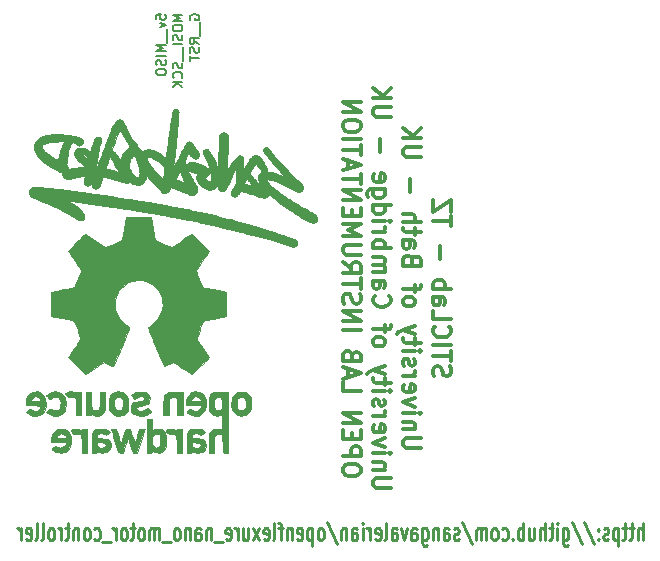
<source format=gbr>
G04 #@! TF.GenerationSoftware,KiCad,Pcbnew,5.0.2-bee76a0~70~ubuntu16.04.1*
G04 #@! TF.CreationDate,2019-01-15T14:46:21+00:00*
G04 #@! TF.ProjectId,sangaboard_v0.3,73616e67-6162-46f6-9172-645f76302e33,0.3*
G04 #@! TF.SameCoordinates,Original*
G04 #@! TF.FileFunction,Legend,Bot*
G04 #@! TF.FilePolarity,Positive*
%FSLAX46Y46*%
G04 Gerber Fmt 4.6, Leading zero omitted, Abs format (unit mm)*
G04 Created by KiCad (PCBNEW 5.0.2-bee76a0~70~ubuntu16.04.1) date Tue 15 Jan 2019 14:46:21 GMT*
%MOMM*%
%LPD*%
G01*
G04 APERTURE LIST*
%ADD10C,0.200000*%
%ADD11C,0.250000*%
%ADD12C,0.300000*%
%ADD13C,0.010000*%
G04 APERTURE END LIST*
D10*
X119611904Y-47351428D02*
X119611904Y-46970476D01*
X119992857Y-46932380D01*
X119954761Y-46970476D01*
X119916666Y-47046666D01*
X119916666Y-47237142D01*
X119954761Y-47313333D01*
X119992857Y-47351428D01*
X120069047Y-47389523D01*
X120259523Y-47389523D01*
X120335714Y-47351428D01*
X120373809Y-47313333D01*
X120411904Y-47237142D01*
X120411904Y-47046666D01*
X120373809Y-46970476D01*
X120335714Y-46932380D01*
X119878571Y-47656190D02*
X120411904Y-47846666D01*
X119878571Y-48037142D01*
X120488095Y-48151428D02*
X120488095Y-48760952D01*
X120488095Y-48760952D02*
X120488095Y-49370476D01*
X120411904Y-49560952D02*
X119611904Y-49560952D01*
X120183333Y-49827619D01*
X119611904Y-50094285D01*
X120411904Y-50094285D01*
X120411904Y-50475238D02*
X119611904Y-50475238D01*
X120373809Y-50818095D02*
X120411904Y-50932380D01*
X120411904Y-51122857D01*
X120373809Y-51199047D01*
X120335714Y-51237142D01*
X120259523Y-51275238D01*
X120183333Y-51275238D01*
X120107142Y-51237142D01*
X120069047Y-51199047D01*
X120030952Y-51122857D01*
X119992857Y-50970476D01*
X119954761Y-50894285D01*
X119916666Y-50856190D01*
X119840476Y-50818095D01*
X119764285Y-50818095D01*
X119688095Y-50856190D01*
X119650000Y-50894285D01*
X119611904Y-50970476D01*
X119611904Y-51160952D01*
X119650000Y-51275238D01*
X119611904Y-51770476D02*
X119611904Y-51922857D01*
X119650000Y-51999047D01*
X119726190Y-52075238D01*
X119878571Y-52113333D01*
X120145238Y-52113333D01*
X120297619Y-52075238D01*
X120373809Y-51999047D01*
X120411904Y-51922857D01*
X120411904Y-51770476D01*
X120373809Y-51694285D01*
X120297619Y-51618095D01*
X120145238Y-51580000D01*
X119878571Y-51580000D01*
X119726190Y-51618095D01*
X119650000Y-51694285D01*
X119611904Y-51770476D01*
X121811904Y-46970476D02*
X121011904Y-46970476D01*
X121583333Y-47237142D01*
X121011904Y-47503809D01*
X121811904Y-47503809D01*
X121011904Y-48037142D02*
X121011904Y-48189523D01*
X121050000Y-48265714D01*
X121126190Y-48341904D01*
X121278571Y-48380000D01*
X121545238Y-48380000D01*
X121697619Y-48341904D01*
X121773809Y-48265714D01*
X121811904Y-48189523D01*
X121811904Y-48037142D01*
X121773809Y-47960952D01*
X121697619Y-47884761D01*
X121545238Y-47846666D01*
X121278571Y-47846666D01*
X121126190Y-47884761D01*
X121050000Y-47960952D01*
X121011904Y-48037142D01*
X121773809Y-48684761D02*
X121811904Y-48799047D01*
X121811904Y-48989523D01*
X121773809Y-49065714D01*
X121735714Y-49103809D01*
X121659523Y-49141904D01*
X121583333Y-49141904D01*
X121507142Y-49103809D01*
X121469047Y-49065714D01*
X121430952Y-48989523D01*
X121392857Y-48837142D01*
X121354761Y-48760952D01*
X121316666Y-48722857D01*
X121240476Y-48684761D01*
X121164285Y-48684761D01*
X121088095Y-48722857D01*
X121050000Y-48760952D01*
X121011904Y-48837142D01*
X121011904Y-49027619D01*
X121050000Y-49141904D01*
X121811904Y-49484761D02*
X121011904Y-49484761D01*
X121888095Y-49675238D02*
X121888095Y-50284761D01*
X121888095Y-50284761D02*
X121888095Y-50894285D01*
X121773809Y-51046666D02*
X121811904Y-51160952D01*
X121811904Y-51351428D01*
X121773809Y-51427619D01*
X121735714Y-51465714D01*
X121659523Y-51503809D01*
X121583333Y-51503809D01*
X121507142Y-51465714D01*
X121469047Y-51427619D01*
X121430952Y-51351428D01*
X121392857Y-51199047D01*
X121354761Y-51122857D01*
X121316666Y-51084761D01*
X121240476Y-51046666D01*
X121164285Y-51046666D01*
X121088095Y-51084761D01*
X121050000Y-51122857D01*
X121011904Y-51199047D01*
X121011904Y-51389523D01*
X121050000Y-51503809D01*
X121735714Y-52303809D02*
X121773809Y-52265714D01*
X121811904Y-52151428D01*
X121811904Y-52075238D01*
X121773809Y-51960952D01*
X121697619Y-51884761D01*
X121621428Y-51846666D01*
X121469047Y-51808571D01*
X121354761Y-51808571D01*
X121202380Y-51846666D01*
X121126190Y-51884761D01*
X121050000Y-51960952D01*
X121011904Y-52075238D01*
X121011904Y-52151428D01*
X121050000Y-52265714D01*
X121088095Y-52303809D01*
X121811904Y-52646666D02*
X121011904Y-52646666D01*
X121811904Y-53103809D02*
X121354761Y-52760952D01*
X121011904Y-53103809D02*
X121469047Y-52646666D01*
X122450000Y-47389523D02*
X122411904Y-47313333D01*
X122411904Y-47199047D01*
X122450000Y-47084761D01*
X122526190Y-47008571D01*
X122602380Y-46970476D01*
X122754761Y-46932380D01*
X122869047Y-46932380D01*
X123021428Y-46970476D01*
X123097619Y-47008571D01*
X123173809Y-47084761D01*
X123211904Y-47199047D01*
X123211904Y-47275238D01*
X123173809Y-47389523D01*
X123135714Y-47427619D01*
X122869047Y-47427619D01*
X122869047Y-47275238D01*
X123288095Y-47580000D02*
X123288095Y-48189523D01*
X123288095Y-48189523D02*
X123288095Y-48799047D01*
X123211904Y-49446666D02*
X122830952Y-49180000D01*
X123211904Y-48989523D02*
X122411904Y-48989523D01*
X122411904Y-49294285D01*
X122450000Y-49370476D01*
X122488095Y-49408571D01*
X122564285Y-49446666D01*
X122678571Y-49446666D01*
X122754761Y-49408571D01*
X122792857Y-49370476D01*
X122830952Y-49294285D01*
X122830952Y-48989523D01*
X123173809Y-49751428D02*
X123211904Y-49865714D01*
X123211904Y-50056190D01*
X123173809Y-50132380D01*
X123135714Y-50170476D01*
X123059523Y-50208571D01*
X122983333Y-50208571D01*
X122907142Y-50170476D01*
X122869047Y-50132380D01*
X122830952Y-50056190D01*
X122792857Y-49903809D01*
X122754761Y-49827619D01*
X122716666Y-49789523D01*
X122640476Y-49751428D01*
X122564285Y-49751428D01*
X122488095Y-49789523D01*
X122450000Y-49827619D01*
X122411904Y-49903809D01*
X122411904Y-50094285D01*
X122450000Y-50208571D01*
X122411904Y-50437142D02*
X122411904Y-50894285D01*
X123211904Y-50665714D02*
X122411904Y-50665714D01*
D11*
X160774761Y-91478571D02*
X160774761Y-89978571D01*
X160346190Y-91478571D02*
X160346190Y-90692857D01*
X160393809Y-90550000D01*
X160489047Y-90478571D01*
X160631904Y-90478571D01*
X160727142Y-90550000D01*
X160774761Y-90621428D01*
X160012857Y-90478571D02*
X159631904Y-90478571D01*
X159870000Y-89978571D02*
X159870000Y-91264285D01*
X159822380Y-91407142D01*
X159727142Y-91478571D01*
X159631904Y-91478571D01*
X159441428Y-90478571D02*
X159060476Y-90478571D01*
X159298571Y-89978571D02*
X159298571Y-91264285D01*
X159250952Y-91407142D01*
X159155714Y-91478571D01*
X159060476Y-91478571D01*
X158727142Y-90478571D02*
X158727142Y-91978571D01*
X158727142Y-90550000D02*
X158631904Y-90478571D01*
X158441428Y-90478571D01*
X158346190Y-90550000D01*
X158298571Y-90621428D01*
X158250952Y-90764285D01*
X158250952Y-91192857D01*
X158298571Y-91335714D01*
X158346190Y-91407142D01*
X158441428Y-91478571D01*
X158631904Y-91478571D01*
X158727142Y-91407142D01*
X157870000Y-91407142D02*
X157774761Y-91478571D01*
X157584285Y-91478571D01*
X157489047Y-91407142D01*
X157441428Y-91264285D01*
X157441428Y-91192857D01*
X157489047Y-91050000D01*
X157584285Y-90978571D01*
X157727142Y-90978571D01*
X157822380Y-90907142D01*
X157870000Y-90764285D01*
X157870000Y-90692857D01*
X157822380Y-90550000D01*
X157727142Y-90478571D01*
X157584285Y-90478571D01*
X157489047Y-90550000D01*
X157012857Y-91335714D02*
X156965238Y-91407142D01*
X157012857Y-91478571D01*
X157060476Y-91407142D01*
X157012857Y-91335714D01*
X157012857Y-91478571D01*
X157012857Y-90550000D02*
X156965238Y-90621428D01*
X157012857Y-90692857D01*
X157060476Y-90621428D01*
X157012857Y-90550000D01*
X157012857Y-90692857D01*
X155822380Y-89907142D02*
X156679523Y-91835714D01*
X154774761Y-89907142D02*
X155631904Y-91835714D01*
X154012857Y-90478571D02*
X154012857Y-91692857D01*
X154060476Y-91835714D01*
X154108095Y-91907142D01*
X154203333Y-91978571D01*
X154346190Y-91978571D01*
X154441428Y-91907142D01*
X154012857Y-91407142D02*
X154108095Y-91478571D01*
X154298571Y-91478571D01*
X154393809Y-91407142D01*
X154441428Y-91335714D01*
X154489047Y-91192857D01*
X154489047Y-90764285D01*
X154441428Y-90621428D01*
X154393809Y-90550000D01*
X154298571Y-90478571D01*
X154108095Y-90478571D01*
X154012857Y-90550000D01*
X153536666Y-91478571D02*
X153536666Y-90478571D01*
X153536666Y-89978571D02*
X153584285Y-90050000D01*
X153536666Y-90121428D01*
X153489047Y-90050000D01*
X153536666Y-89978571D01*
X153536666Y-90121428D01*
X153203333Y-90478571D02*
X152822380Y-90478571D01*
X153060476Y-89978571D02*
X153060476Y-91264285D01*
X153012857Y-91407142D01*
X152917619Y-91478571D01*
X152822380Y-91478571D01*
X152489047Y-91478571D02*
X152489047Y-89978571D01*
X152060476Y-91478571D02*
X152060476Y-90692857D01*
X152108095Y-90550000D01*
X152203333Y-90478571D01*
X152346190Y-90478571D01*
X152441428Y-90550000D01*
X152489047Y-90621428D01*
X151155714Y-90478571D02*
X151155714Y-91478571D01*
X151584285Y-90478571D02*
X151584285Y-91264285D01*
X151536666Y-91407142D01*
X151441428Y-91478571D01*
X151298571Y-91478571D01*
X151203333Y-91407142D01*
X151155714Y-91335714D01*
X150679523Y-91478571D02*
X150679523Y-89978571D01*
X150679523Y-90550000D02*
X150584285Y-90478571D01*
X150393809Y-90478571D01*
X150298571Y-90550000D01*
X150250952Y-90621428D01*
X150203333Y-90764285D01*
X150203333Y-91192857D01*
X150250952Y-91335714D01*
X150298571Y-91407142D01*
X150393809Y-91478571D01*
X150584285Y-91478571D01*
X150679523Y-91407142D01*
X149774761Y-91335714D02*
X149727142Y-91407142D01*
X149774761Y-91478571D01*
X149822380Y-91407142D01*
X149774761Y-91335714D01*
X149774761Y-91478571D01*
X148870000Y-91407142D02*
X148965238Y-91478571D01*
X149155714Y-91478571D01*
X149250952Y-91407142D01*
X149298571Y-91335714D01*
X149346190Y-91192857D01*
X149346190Y-90764285D01*
X149298571Y-90621428D01*
X149250952Y-90550000D01*
X149155714Y-90478571D01*
X148965238Y-90478571D01*
X148870000Y-90550000D01*
X148298571Y-91478571D02*
X148393809Y-91407142D01*
X148441428Y-91335714D01*
X148489047Y-91192857D01*
X148489047Y-90764285D01*
X148441428Y-90621428D01*
X148393809Y-90550000D01*
X148298571Y-90478571D01*
X148155714Y-90478571D01*
X148060476Y-90550000D01*
X148012857Y-90621428D01*
X147965238Y-90764285D01*
X147965238Y-91192857D01*
X148012857Y-91335714D01*
X148060476Y-91407142D01*
X148155714Y-91478571D01*
X148298571Y-91478571D01*
X147536666Y-91478571D02*
X147536666Y-90478571D01*
X147536666Y-90621428D02*
X147489047Y-90550000D01*
X147393809Y-90478571D01*
X147250952Y-90478571D01*
X147155714Y-90550000D01*
X147108095Y-90692857D01*
X147108095Y-91478571D01*
X147108095Y-90692857D02*
X147060476Y-90550000D01*
X146965238Y-90478571D01*
X146822380Y-90478571D01*
X146727142Y-90550000D01*
X146679523Y-90692857D01*
X146679523Y-91478571D01*
X145489047Y-89907142D02*
X146346190Y-91835714D01*
X145203333Y-91407142D02*
X145108095Y-91478571D01*
X144917619Y-91478571D01*
X144822380Y-91407142D01*
X144774761Y-91264285D01*
X144774761Y-91192857D01*
X144822380Y-91050000D01*
X144917619Y-90978571D01*
X145060476Y-90978571D01*
X145155714Y-90907142D01*
X145203333Y-90764285D01*
X145203333Y-90692857D01*
X145155714Y-90550000D01*
X145060476Y-90478571D01*
X144917619Y-90478571D01*
X144822380Y-90550000D01*
X143917619Y-91478571D02*
X143917619Y-90692857D01*
X143965238Y-90550000D01*
X144060476Y-90478571D01*
X144250952Y-90478571D01*
X144346190Y-90550000D01*
X143917619Y-91407142D02*
X144012857Y-91478571D01*
X144250952Y-91478571D01*
X144346190Y-91407142D01*
X144393809Y-91264285D01*
X144393809Y-91121428D01*
X144346190Y-90978571D01*
X144250952Y-90907142D01*
X144012857Y-90907142D01*
X143917619Y-90835714D01*
X143441428Y-90478571D02*
X143441428Y-91478571D01*
X143441428Y-90621428D02*
X143393809Y-90550000D01*
X143298571Y-90478571D01*
X143155714Y-90478571D01*
X143060476Y-90550000D01*
X143012857Y-90692857D01*
X143012857Y-91478571D01*
X142108095Y-90478571D02*
X142108095Y-91692857D01*
X142155714Y-91835714D01*
X142203333Y-91907142D01*
X142298571Y-91978571D01*
X142441428Y-91978571D01*
X142536666Y-91907142D01*
X142108095Y-91407142D02*
X142203333Y-91478571D01*
X142393809Y-91478571D01*
X142489047Y-91407142D01*
X142536666Y-91335714D01*
X142584285Y-91192857D01*
X142584285Y-90764285D01*
X142536666Y-90621428D01*
X142489047Y-90550000D01*
X142393809Y-90478571D01*
X142203333Y-90478571D01*
X142108095Y-90550000D01*
X141203333Y-91478571D02*
X141203333Y-90692857D01*
X141250952Y-90550000D01*
X141346190Y-90478571D01*
X141536666Y-90478571D01*
X141631904Y-90550000D01*
X141203333Y-91407142D02*
X141298571Y-91478571D01*
X141536666Y-91478571D01*
X141631904Y-91407142D01*
X141679523Y-91264285D01*
X141679523Y-91121428D01*
X141631904Y-90978571D01*
X141536666Y-90907142D01*
X141298571Y-90907142D01*
X141203333Y-90835714D01*
X140822380Y-90478571D02*
X140584285Y-91478571D01*
X140346190Y-90478571D01*
X139536666Y-91478571D02*
X139536666Y-90692857D01*
X139584285Y-90550000D01*
X139679523Y-90478571D01*
X139870000Y-90478571D01*
X139965238Y-90550000D01*
X139536666Y-91407142D02*
X139631904Y-91478571D01*
X139870000Y-91478571D01*
X139965238Y-91407142D01*
X140012857Y-91264285D01*
X140012857Y-91121428D01*
X139965238Y-90978571D01*
X139870000Y-90907142D01*
X139631904Y-90907142D01*
X139536666Y-90835714D01*
X138917619Y-91478571D02*
X139012857Y-91407142D01*
X139060476Y-91264285D01*
X139060476Y-89978571D01*
X138155714Y-91407142D02*
X138250952Y-91478571D01*
X138441428Y-91478571D01*
X138536666Y-91407142D01*
X138584285Y-91264285D01*
X138584285Y-90692857D01*
X138536666Y-90550000D01*
X138441428Y-90478571D01*
X138250952Y-90478571D01*
X138155714Y-90550000D01*
X138108095Y-90692857D01*
X138108095Y-90835714D01*
X138584285Y-90978571D01*
X137679523Y-91478571D02*
X137679523Y-90478571D01*
X137679523Y-90764285D02*
X137631904Y-90621428D01*
X137584285Y-90550000D01*
X137489047Y-90478571D01*
X137393809Y-90478571D01*
X137060476Y-91478571D02*
X137060476Y-90478571D01*
X137060476Y-89978571D02*
X137108095Y-90050000D01*
X137060476Y-90121428D01*
X137012857Y-90050000D01*
X137060476Y-89978571D01*
X137060476Y-90121428D01*
X136155714Y-91478571D02*
X136155714Y-90692857D01*
X136203333Y-90550000D01*
X136298571Y-90478571D01*
X136489047Y-90478571D01*
X136584285Y-90550000D01*
X136155714Y-91407142D02*
X136250952Y-91478571D01*
X136489047Y-91478571D01*
X136584285Y-91407142D01*
X136631904Y-91264285D01*
X136631904Y-91121428D01*
X136584285Y-90978571D01*
X136489047Y-90907142D01*
X136250952Y-90907142D01*
X136155714Y-90835714D01*
X135679523Y-90478571D02*
X135679523Y-91478571D01*
X135679523Y-90621428D02*
X135631904Y-90550000D01*
X135536666Y-90478571D01*
X135393809Y-90478571D01*
X135298571Y-90550000D01*
X135250952Y-90692857D01*
X135250952Y-91478571D01*
X134060476Y-89907142D02*
X134917619Y-91835714D01*
X133584285Y-91478571D02*
X133679523Y-91407142D01*
X133727142Y-91335714D01*
X133774761Y-91192857D01*
X133774761Y-90764285D01*
X133727142Y-90621428D01*
X133679523Y-90550000D01*
X133584285Y-90478571D01*
X133441428Y-90478571D01*
X133346190Y-90550000D01*
X133298571Y-90621428D01*
X133250952Y-90764285D01*
X133250952Y-91192857D01*
X133298571Y-91335714D01*
X133346190Y-91407142D01*
X133441428Y-91478571D01*
X133584285Y-91478571D01*
X132822380Y-90478571D02*
X132822380Y-91978571D01*
X132822380Y-90550000D02*
X132727142Y-90478571D01*
X132536666Y-90478571D01*
X132441428Y-90550000D01*
X132393809Y-90621428D01*
X132346190Y-90764285D01*
X132346190Y-91192857D01*
X132393809Y-91335714D01*
X132441428Y-91407142D01*
X132536666Y-91478571D01*
X132727142Y-91478571D01*
X132822380Y-91407142D01*
X131536666Y-91407142D02*
X131631904Y-91478571D01*
X131822380Y-91478571D01*
X131917619Y-91407142D01*
X131965238Y-91264285D01*
X131965238Y-90692857D01*
X131917619Y-90550000D01*
X131822380Y-90478571D01*
X131631904Y-90478571D01*
X131536666Y-90550000D01*
X131489047Y-90692857D01*
X131489047Y-90835714D01*
X131965238Y-90978571D01*
X131060476Y-90478571D02*
X131060476Y-91478571D01*
X131060476Y-90621428D02*
X131012857Y-90550000D01*
X130917619Y-90478571D01*
X130774761Y-90478571D01*
X130679523Y-90550000D01*
X130631904Y-90692857D01*
X130631904Y-91478571D01*
X130298571Y-90478571D02*
X129917619Y-90478571D01*
X130155714Y-91478571D02*
X130155714Y-90192857D01*
X130108095Y-90050000D01*
X130012857Y-89978571D01*
X129917619Y-89978571D01*
X129441428Y-91478571D02*
X129536666Y-91407142D01*
X129584285Y-91264285D01*
X129584285Y-89978571D01*
X128679523Y-91407142D02*
X128774761Y-91478571D01*
X128965238Y-91478571D01*
X129060476Y-91407142D01*
X129108095Y-91264285D01*
X129108095Y-90692857D01*
X129060476Y-90550000D01*
X128965238Y-90478571D01*
X128774761Y-90478571D01*
X128679523Y-90550000D01*
X128631904Y-90692857D01*
X128631904Y-90835714D01*
X129108095Y-90978571D01*
X128298571Y-91478571D02*
X127774761Y-90478571D01*
X128298571Y-90478571D02*
X127774761Y-91478571D01*
X126965238Y-90478571D02*
X126965238Y-91478571D01*
X127393809Y-90478571D02*
X127393809Y-91264285D01*
X127346190Y-91407142D01*
X127250952Y-91478571D01*
X127108095Y-91478571D01*
X127012857Y-91407142D01*
X126965238Y-91335714D01*
X126489047Y-91478571D02*
X126489047Y-90478571D01*
X126489047Y-90764285D02*
X126441428Y-90621428D01*
X126393809Y-90550000D01*
X126298571Y-90478571D01*
X126203333Y-90478571D01*
X125489047Y-91407142D02*
X125584285Y-91478571D01*
X125774761Y-91478571D01*
X125870000Y-91407142D01*
X125917619Y-91264285D01*
X125917619Y-90692857D01*
X125870000Y-90550000D01*
X125774761Y-90478571D01*
X125584285Y-90478571D01*
X125489047Y-90550000D01*
X125441428Y-90692857D01*
X125441428Y-90835714D01*
X125917619Y-90978571D01*
X125250952Y-91621428D02*
X124489047Y-91621428D01*
X124250952Y-90478571D02*
X124250952Y-91478571D01*
X124250952Y-90621428D02*
X124203333Y-90550000D01*
X124108095Y-90478571D01*
X123965238Y-90478571D01*
X123870000Y-90550000D01*
X123822380Y-90692857D01*
X123822380Y-91478571D01*
X122917619Y-91478571D02*
X122917619Y-90692857D01*
X122965238Y-90550000D01*
X123060476Y-90478571D01*
X123250952Y-90478571D01*
X123346190Y-90550000D01*
X122917619Y-91407142D02*
X123012857Y-91478571D01*
X123250952Y-91478571D01*
X123346190Y-91407142D01*
X123393809Y-91264285D01*
X123393809Y-91121428D01*
X123346190Y-90978571D01*
X123250952Y-90907142D01*
X123012857Y-90907142D01*
X122917619Y-90835714D01*
X122441428Y-90478571D02*
X122441428Y-91478571D01*
X122441428Y-90621428D02*
X122393809Y-90550000D01*
X122298571Y-90478571D01*
X122155714Y-90478571D01*
X122060476Y-90550000D01*
X122012857Y-90692857D01*
X122012857Y-91478571D01*
X121393809Y-91478571D02*
X121489047Y-91407142D01*
X121536666Y-91335714D01*
X121584285Y-91192857D01*
X121584285Y-90764285D01*
X121536666Y-90621428D01*
X121489047Y-90550000D01*
X121393809Y-90478571D01*
X121250952Y-90478571D01*
X121155714Y-90550000D01*
X121108095Y-90621428D01*
X121060476Y-90764285D01*
X121060476Y-91192857D01*
X121108095Y-91335714D01*
X121155714Y-91407142D01*
X121250952Y-91478571D01*
X121393809Y-91478571D01*
X120870000Y-91621428D02*
X120108095Y-91621428D01*
X119870000Y-91478571D02*
X119870000Y-90478571D01*
X119870000Y-90621428D02*
X119822380Y-90550000D01*
X119727142Y-90478571D01*
X119584285Y-90478571D01*
X119489047Y-90550000D01*
X119441428Y-90692857D01*
X119441428Y-91478571D01*
X119441428Y-90692857D02*
X119393809Y-90550000D01*
X119298571Y-90478571D01*
X119155714Y-90478571D01*
X119060476Y-90550000D01*
X119012857Y-90692857D01*
X119012857Y-91478571D01*
X118393809Y-91478571D02*
X118489047Y-91407142D01*
X118536666Y-91335714D01*
X118584285Y-91192857D01*
X118584285Y-90764285D01*
X118536666Y-90621428D01*
X118489047Y-90550000D01*
X118393809Y-90478571D01*
X118250952Y-90478571D01*
X118155714Y-90550000D01*
X118108095Y-90621428D01*
X118060476Y-90764285D01*
X118060476Y-91192857D01*
X118108095Y-91335714D01*
X118155714Y-91407142D01*
X118250952Y-91478571D01*
X118393809Y-91478571D01*
X117774761Y-90478571D02*
X117393809Y-90478571D01*
X117631904Y-89978571D02*
X117631904Y-91264285D01*
X117584285Y-91407142D01*
X117489047Y-91478571D01*
X117393809Y-91478571D01*
X116917619Y-91478571D02*
X117012857Y-91407142D01*
X117060476Y-91335714D01*
X117108095Y-91192857D01*
X117108095Y-90764285D01*
X117060476Y-90621428D01*
X117012857Y-90550000D01*
X116917619Y-90478571D01*
X116774761Y-90478571D01*
X116679523Y-90550000D01*
X116631904Y-90621428D01*
X116584285Y-90764285D01*
X116584285Y-91192857D01*
X116631904Y-91335714D01*
X116679523Y-91407142D01*
X116774761Y-91478571D01*
X116917619Y-91478571D01*
X116155714Y-91478571D02*
X116155714Y-90478571D01*
X116155714Y-90764285D02*
X116108095Y-90621428D01*
X116060476Y-90550000D01*
X115965238Y-90478571D01*
X115870000Y-90478571D01*
X115774761Y-91621428D02*
X115012857Y-91621428D01*
X114346190Y-91407142D02*
X114441428Y-91478571D01*
X114631904Y-91478571D01*
X114727142Y-91407142D01*
X114774761Y-91335714D01*
X114822380Y-91192857D01*
X114822380Y-90764285D01*
X114774761Y-90621428D01*
X114727142Y-90550000D01*
X114631904Y-90478571D01*
X114441428Y-90478571D01*
X114346190Y-90550000D01*
X113774761Y-91478571D02*
X113870000Y-91407142D01*
X113917619Y-91335714D01*
X113965238Y-91192857D01*
X113965238Y-90764285D01*
X113917619Y-90621428D01*
X113870000Y-90550000D01*
X113774761Y-90478571D01*
X113631904Y-90478571D01*
X113536666Y-90550000D01*
X113489047Y-90621428D01*
X113441428Y-90764285D01*
X113441428Y-91192857D01*
X113489047Y-91335714D01*
X113536666Y-91407142D01*
X113631904Y-91478571D01*
X113774761Y-91478571D01*
X113012857Y-90478571D02*
X113012857Y-91478571D01*
X113012857Y-90621428D02*
X112965238Y-90550000D01*
X112870000Y-90478571D01*
X112727142Y-90478571D01*
X112631904Y-90550000D01*
X112584285Y-90692857D01*
X112584285Y-91478571D01*
X112250952Y-90478571D02*
X111870000Y-90478571D01*
X112108095Y-89978571D02*
X112108095Y-91264285D01*
X112060476Y-91407142D01*
X111965238Y-91478571D01*
X111870000Y-91478571D01*
X111536666Y-91478571D02*
X111536666Y-90478571D01*
X111536666Y-90764285D02*
X111489047Y-90621428D01*
X111441428Y-90550000D01*
X111346190Y-90478571D01*
X111250952Y-90478571D01*
X110774761Y-91478571D02*
X110870000Y-91407142D01*
X110917619Y-91335714D01*
X110965238Y-91192857D01*
X110965238Y-90764285D01*
X110917619Y-90621428D01*
X110870000Y-90550000D01*
X110774761Y-90478571D01*
X110631904Y-90478571D01*
X110536666Y-90550000D01*
X110489047Y-90621428D01*
X110441428Y-90764285D01*
X110441428Y-91192857D01*
X110489047Y-91335714D01*
X110536666Y-91407142D01*
X110631904Y-91478571D01*
X110774761Y-91478571D01*
X109870000Y-91478571D02*
X109965238Y-91407142D01*
X110012857Y-91264285D01*
X110012857Y-89978571D01*
X109346190Y-91478571D02*
X109441428Y-91407142D01*
X109489047Y-91264285D01*
X109489047Y-89978571D01*
X108584285Y-91407142D02*
X108679523Y-91478571D01*
X108870000Y-91478571D01*
X108965238Y-91407142D01*
X109012857Y-91264285D01*
X109012857Y-90692857D01*
X108965238Y-90550000D01*
X108870000Y-90478571D01*
X108679523Y-90478571D01*
X108584285Y-90550000D01*
X108536666Y-90692857D01*
X108536666Y-90835714D01*
X109012857Y-90978571D01*
X108108095Y-91478571D02*
X108108095Y-90478571D01*
X108108095Y-90764285D02*
X108060476Y-90621428D01*
X108012857Y-90550000D01*
X107917619Y-90478571D01*
X107822380Y-90478571D01*
D12*
X143117857Y-77598571D02*
X143046428Y-77384285D01*
X143046428Y-77027142D01*
X143117857Y-76884285D01*
X143189285Y-76812857D01*
X143332142Y-76741428D01*
X143475000Y-76741428D01*
X143617857Y-76812857D01*
X143689285Y-76884285D01*
X143760714Y-77027142D01*
X143832142Y-77312857D01*
X143903571Y-77455714D01*
X143975000Y-77527142D01*
X144117857Y-77598571D01*
X144260714Y-77598571D01*
X144403571Y-77527142D01*
X144475000Y-77455714D01*
X144546428Y-77312857D01*
X144546428Y-76955714D01*
X144475000Y-76741428D01*
X144546428Y-76312857D02*
X144546428Y-75455714D01*
X143046428Y-75884285D02*
X144546428Y-75884285D01*
X143046428Y-74955714D02*
X144546428Y-74955714D01*
X143189285Y-73384285D02*
X143117857Y-73455714D01*
X143046428Y-73670000D01*
X143046428Y-73812857D01*
X143117857Y-74027142D01*
X143260714Y-74170000D01*
X143403571Y-74241428D01*
X143689285Y-74312857D01*
X143903571Y-74312857D01*
X144189285Y-74241428D01*
X144332142Y-74170000D01*
X144475000Y-74027142D01*
X144546428Y-73812857D01*
X144546428Y-73670000D01*
X144475000Y-73455714D01*
X144403571Y-73384285D01*
X143046428Y-72027142D02*
X143046428Y-72741428D01*
X144546428Y-72741428D01*
X143046428Y-70884285D02*
X143832142Y-70884285D01*
X143975000Y-70955714D01*
X144046428Y-71098571D01*
X144046428Y-71384285D01*
X143975000Y-71527142D01*
X143117857Y-70884285D02*
X143046428Y-71027142D01*
X143046428Y-71384285D01*
X143117857Y-71527142D01*
X143260714Y-71598571D01*
X143403571Y-71598571D01*
X143546428Y-71527142D01*
X143617857Y-71384285D01*
X143617857Y-71027142D01*
X143689285Y-70884285D01*
X143046428Y-70170000D02*
X144546428Y-70170000D01*
X143975000Y-70170000D02*
X144046428Y-70027142D01*
X144046428Y-69741428D01*
X143975000Y-69598571D01*
X143903571Y-69527142D01*
X143760714Y-69455714D01*
X143332142Y-69455714D01*
X143189285Y-69527142D01*
X143117857Y-69598571D01*
X143046428Y-69741428D01*
X143046428Y-70027142D01*
X143117857Y-70170000D01*
X143617857Y-67670000D02*
X143617857Y-66527142D01*
X144546428Y-64884285D02*
X144546428Y-64027142D01*
X143046428Y-64455714D02*
X144546428Y-64455714D01*
X144546428Y-63670000D02*
X144546428Y-62670000D01*
X143046428Y-63670000D01*
X143046428Y-62670000D01*
X141996428Y-83670000D02*
X140782142Y-83670000D01*
X140639285Y-83598571D01*
X140567857Y-83527142D01*
X140496428Y-83384285D01*
X140496428Y-83098571D01*
X140567857Y-82955714D01*
X140639285Y-82884285D01*
X140782142Y-82812857D01*
X141996428Y-82812857D01*
X141496428Y-82098571D02*
X140496428Y-82098571D01*
X141353571Y-82098571D02*
X141425000Y-82027142D01*
X141496428Y-81884285D01*
X141496428Y-81670000D01*
X141425000Y-81527142D01*
X141282142Y-81455714D01*
X140496428Y-81455714D01*
X140496428Y-80741428D02*
X141496428Y-80741428D01*
X141996428Y-80741428D02*
X141925000Y-80812857D01*
X141853571Y-80741428D01*
X141925000Y-80670000D01*
X141996428Y-80741428D01*
X141853571Y-80741428D01*
X141496428Y-80170000D02*
X140496428Y-79812857D01*
X141496428Y-79455714D01*
X140567857Y-78312857D02*
X140496428Y-78455714D01*
X140496428Y-78741428D01*
X140567857Y-78884285D01*
X140710714Y-78955714D01*
X141282142Y-78955714D01*
X141425000Y-78884285D01*
X141496428Y-78741428D01*
X141496428Y-78455714D01*
X141425000Y-78312857D01*
X141282142Y-78241428D01*
X141139285Y-78241428D01*
X140996428Y-78955714D01*
X140496428Y-77598571D02*
X141496428Y-77598571D01*
X141210714Y-77598571D02*
X141353571Y-77527142D01*
X141425000Y-77455714D01*
X141496428Y-77312857D01*
X141496428Y-77170000D01*
X140567857Y-76741428D02*
X140496428Y-76598571D01*
X140496428Y-76312857D01*
X140567857Y-76170000D01*
X140710714Y-76098571D01*
X140782142Y-76098571D01*
X140925000Y-76170000D01*
X140996428Y-76312857D01*
X140996428Y-76527142D01*
X141067857Y-76670000D01*
X141210714Y-76741428D01*
X141282142Y-76741428D01*
X141425000Y-76670000D01*
X141496428Y-76527142D01*
X141496428Y-76312857D01*
X141425000Y-76170000D01*
X140496428Y-75455714D02*
X141496428Y-75455714D01*
X141996428Y-75455714D02*
X141925000Y-75527142D01*
X141853571Y-75455714D01*
X141925000Y-75384285D01*
X141996428Y-75455714D01*
X141853571Y-75455714D01*
X141496428Y-74955714D02*
X141496428Y-74384285D01*
X141996428Y-74741428D02*
X140710714Y-74741428D01*
X140567857Y-74670000D01*
X140496428Y-74527142D01*
X140496428Y-74384285D01*
X141496428Y-74027142D02*
X140496428Y-73670000D01*
X141496428Y-73312857D02*
X140496428Y-73670000D01*
X140139285Y-73812857D01*
X140067857Y-73884285D01*
X139996428Y-74027142D01*
X140496428Y-71384285D02*
X140567857Y-71527142D01*
X140639285Y-71598571D01*
X140782142Y-71670000D01*
X141210714Y-71670000D01*
X141353571Y-71598571D01*
X141425000Y-71527142D01*
X141496428Y-71384285D01*
X141496428Y-71170000D01*
X141425000Y-71027142D01*
X141353571Y-70955714D01*
X141210714Y-70884285D01*
X140782142Y-70884285D01*
X140639285Y-70955714D01*
X140567857Y-71027142D01*
X140496428Y-71170000D01*
X140496428Y-71384285D01*
X141496428Y-70455714D02*
X141496428Y-69884285D01*
X140496428Y-70241428D02*
X141782142Y-70241428D01*
X141925000Y-70170000D01*
X141996428Y-70027142D01*
X141996428Y-69884285D01*
X141282142Y-67741428D02*
X141210714Y-67527142D01*
X141139285Y-67455714D01*
X140996428Y-67384285D01*
X140782142Y-67384285D01*
X140639285Y-67455714D01*
X140567857Y-67527142D01*
X140496428Y-67670000D01*
X140496428Y-68241428D01*
X141996428Y-68241428D01*
X141996428Y-67741428D01*
X141925000Y-67598571D01*
X141853571Y-67527142D01*
X141710714Y-67455714D01*
X141567857Y-67455714D01*
X141425000Y-67527142D01*
X141353571Y-67598571D01*
X141282142Y-67741428D01*
X141282142Y-68241428D01*
X140496428Y-66098571D02*
X141282142Y-66098571D01*
X141425000Y-66170000D01*
X141496428Y-66312857D01*
X141496428Y-66598571D01*
X141425000Y-66741428D01*
X140567857Y-66098571D02*
X140496428Y-66241428D01*
X140496428Y-66598571D01*
X140567857Y-66741428D01*
X140710714Y-66812857D01*
X140853571Y-66812857D01*
X140996428Y-66741428D01*
X141067857Y-66598571D01*
X141067857Y-66241428D01*
X141139285Y-66098571D01*
X141496428Y-65598571D02*
X141496428Y-65027142D01*
X141996428Y-65384285D02*
X140710714Y-65384285D01*
X140567857Y-65312857D01*
X140496428Y-65170000D01*
X140496428Y-65027142D01*
X140496428Y-64527142D02*
X141996428Y-64527142D01*
X140496428Y-63884285D02*
X141282142Y-63884285D01*
X141425000Y-63955714D01*
X141496428Y-64098571D01*
X141496428Y-64312857D01*
X141425000Y-64455714D01*
X141353571Y-64527142D01*
X141067857Y-62027142D02*
X141067857Y-60884285D01*
X141996428Y-59027142D02*
X140782142Y-59027142D01*
X140639285Y-58955714D01*
X140567857Y-58884285D01*
X140496428Y-58741428D01*
X140496428Y-58455714D01*
X140567857Y-58312857D01*
X140639285Y-58241428D01*
X140782142Y-58170000D01*
X141996428Y-58170000D01*
X140496428Y-57455714D02*
X141996428Y-57455714D01*
X140496428Y-56598571D02*
X141353571Y-57241428D01*
X141996428Y-56598571D02*
X141139285Y-57455714D01*
X139446428Y-87062857D02*
X138232142Y-87062857D01*
X138089285Y-86991428D01*
X138017857Y-86920000D01*
X137946428Y-86777142D01*
X137946428Y-86491428D01*
X138017857Y-86348571D01*
X138089285Y-86277142D01*
X138232142Y-86205714D01*
X139446428Y-86205714D01*
X138946428Y-85491428D02*
X137946428Y-85491428D01*
X138803571Y-85491428D02*
X138875000Y-85420000D01*
X138946428Y-85277142D01*
X138946428Y-85062857D01*
X138875000Y-84920000D01*
X138732142Y-84848571D01*
X137946428Y-84848571D01*
X137946428Y-84134285D02*
X138946428Y-84134285D01*
X139446428Y-84134285D02*
X139375000Y-84205714D01*
X139303571Y-84134285D01*
X139375000Y-84062857D01*
X139446428Y-84134285D01*
X139303571Y-84134285D01*
X138946428Y-83562857D02*
X137946428Y-83205714D01*
X138946428Y-82848571D01*
X138017857Y-81705714D02*
X137946428Y-81848571D01*
X137946428Y-82134285D01*
X138017857Y-82277142D01*
X138160714Y-82348571D01*
X138732142Y-82348571D01*
X138875000Y-82277142D01*
X138946428Y-82134285D01*
X138946428Y-81848571D01*
X138875000Y-81705714D01*
X138732142Y-81634285D01*
X138589285Y-81634285D01*
X138446428Y-82348571D01*
X137946428Y-80991428D02*
X138946428Y-80991428D01*
X138660714Y-80991428D02*
X138803571Y-80920000D01*
X138875000Y-80848571D01*
X138946428Y-80705714D01*
X138946428Y-80562857D01*
X138017857Y-80134285D02*
X137946428Y-79991428D01*
X137946428Y-79705714D01*
X138017857Y-79562857D01*
X138160714Y-79491428D01*
X138232142Y-79491428D01*
X138375000Y-79562857D01*
X138446428Y-79705714D01*
X138446428Y-79920000D01*
X138517857Y-80062857D01*
X138660714Y-80134285D01*
X138732142Y-80134285D01*
X138875000Y-80062857D01*
X138946428Y-79920000D01*
X138946428Y-79705714D01*
X138875000Y-79562857D01*
X137946428Y-78848571D02*
X138946428Y-78848571D01*
X139446428Y-78848571D02*
X139375000Y-78920000D01*
X139303571Y-78848571D01*
X139375000Y-78777142D01*
X139446428Y-78848571D01*
X139303571Y-78848571D01*
X138946428Y-78348571D02*
X138946428Y-77777142D01*
X139446428Y-78134285D02*
X138160714Y-78134285D01*
X138017857Y-78062857D01*
X137946428Y-77920000D01*
X137946428Y-77777142D01*
X138946428Y-77420000D02*
X137946428Y-77062857D01*
X138946428Y-76705714D02*
X137946428Y-77062857D01*
X137589285Y-77205714D01*
X137517857Y-77277142D01*
X137446428Y-77420000D01*
X137946428Y-74777142D02*
X138017857Y-74920000D01*
X138089285Y-74991428D01*
X138232142Y-75062857D01*
X138660714Y-75062857D01*
X138803571Y-74991428D01*
X138875000Y-74920000D01*
X138946428Y-74777142D01*
X138946428Y-74562857D01*
X138875000Y-74420000D01*
X138803571Y-74348571D01*
X138660714Y-74277142D01*
X138232142Y-74277142D01*
X138089285Y-74348571D01*
X138017857Y-74420000D01*
X137946428Y-74562857D01*
X137946428Y-74777142D01*
X138946428Y-73848571D02*
X138946428Y-73277142D01*
X137946428Y-73634285D02*
X139232142Y-73634285D01*
X139375000Y-73562857D01*
X139446428Y-73420000D01*
X139446428Y-73277142D01*
X138089285Y-70777142D02*
X138017857Y-70848571D01*
X137946428Y-71062857D01*
X137946428Y-71205714D01*
X138017857Y-71420000D01*
X138160714Y-71562857D01*
X138303571Y-71634285D01*
X138589285Y-71705714D01*
X138803571Y-71705714D01*
X139089285Y-71634285D01*
X139232142Y-71562857D01*
X139375000Y-71420000D01*
X139446428Y-71205714D01*
X139446428Y-71062857D01*
X139375000Y-70848571D01*
X139303571Y-70777142D01*
X137946428Y-69491428D02*
X138732142Y-69491428D01*
X138875000Y-69562857D01*
X138946428Y-69705714D01*
X138946428Y-69991428D01*
X138875000Y-70134285D01*
X138017857Y-69491428D02*
X137946428Y-69634285D01*
X137946428Y-69991428D01*
X138017857Y-70134285D01*
X138160714Y-70205714D01*
X138303571Y-70205714D01*
X138446428Y-70134285D01*
X138517857Y-69991428D01*
X138517857Y-69634285D01*
X138589285Y-69491428D01*
X137946428Y-68777142D02*
X138946428Y-68777142D01*
X138803571Y-68777142D02*
X138875000Y-68705714D01*
X138946428Y-68562857D01*
X138946428Y-68348571D01*
X138875000Y-68205714D01*
X138732142Y-68134285D01*
X137946428Y-68134285D01*
X138732142Y-68134285D02*
X138875000Y-68062857D01*
X138946428Y-67920000D01*
X138946428Y-67705714D01*
X138875000Y-67562857D01*
X138732142Y-67491428D01*
X137946428Y-67491428D01*
X137946428Y-66777142D02*
X139446428Y-66777142D01*
X138875000Y-66777142D02*
X138946428Y-66634285D01*
X138946428Y-66348571D01*
X138875000Y-66205714D01*
X138803571Y-66134285D01*
X138660714Y-66062857D01*
X138232142Y-66062857D01*
X138089285Y-66134285D01*
X138017857Y-66205714D01*
X137946428Y-66348571D01*
X137946428Y-66634285D01*
X138017857Y-66777142D01*
X137946428Y-65420000D02*
X138946428Y-65420000D01*
X138660714Y-65420000D02*
X138803571Y-65348571D01*
X138875000Y-65277142D01*
X138946428Y-65134285D01*
X138946428Y-64991428D01*
X137946428Y-64491428D02*
X138946428Y-64491428D01*
X139446428Y-64491428D02*
X139375000Y-64562857D01*
X139303571Y-64491428D01*
X139375000Y-64420000D01*
X139446428Y-64491428D01*
X139303571Y-64491428D01*
X137946428Y-63134285D02*
X139446428Y-63134285D01*
X138017857Y-63134285D02*
X137946428Y-63277142D01*
X137946428Y-63562857D01*
X138017857Y-63705714D01*
X138089285Y-63777142D01*
X138232142Y-63848571D01*
X138660714Y-63848571D01*
X138803571Y-63777142D01*
X138875000Y-63705714D01*
X138946428Y-63562857D01*
X138946428Y-63277142D01*
X138875000Y-63134285D01*
X138946428Y-61777142D02*
X137732142Y-61777142D01*
X137589285Y-61848571D01*
X137517857Y-61920000D01*
X137446428Y-62062857D01*
X137446428Y-62277142D01*
X137517857Y-62420000D01*
X138017857Y-61777142D02*
X137946428Y-61920000D01*
X137946428Y-62205714D01*
X138017857Y-62348571D01*
X138089285Y-62420000D01*
X138232142Y-62491428D01*
X138660714Y-62491428D01*
X138803571Y-62420000D01*
X138875000Y-62348571D01*
X138946428Y-62205714D01*
X138946428Y-61920000D01*
X138875000Y-61777142D01*
X138017857Y-60491428D02*
X137946428Y-60634285D01*
X137946428Y-60920000D01*
X138017857Y-61062857D01*
X138160714Y-61134285D01*
X138732142Y-61134285D01*
X138875000Y-61062857D01*
X138946428Y-60920000D01*
X138946428Y-60634285D01*
X138875000Y-60491428D01*
X138732142Y-60420000D01*
X138589285Y-60420000D01*
X138446428Y-61134285D01*
X138517857Y-58634285D02*
X138517857Y-57491428D01*
X139446428Y-55634285D02*
X138232142Y-55634285D01*
X138089285Y-55562857D01*
X138017857Y-55491428D01*
X137946428Y-55348571D01*
X137946428Y-55062857D01*
X138017857Y-54920000D01*
X138089285Y-54848571D01*
X138232142Y-54777142D01*
X139446428Y-54777142D01*
X137946428Y-54062857D02*
X139446428Y-54062857D01*
X137946428Y-53205714D02*
X138803571Y-53848571D01*
X139446428Y-53205714D02*
X138589285Y-54062857D01*
X136896428Y-85670000D02*
X136896428Y-85384285D01*
X136825000Y-85241428D01*
X136682142Y-85098571D01*
X136396428Y-85027142D01*
X135896428Y-85027142D01*
X135610714Y-85098571D01*
X135467857Y-85241428D01*
X135396428Y-85384285D01*
X135396428Y-85670000D01*
X135467857Y-85812857D01*
X135610714Y-85955714D01*
X135896428Y-86027142D01*
X136396428Y-86027142D01*
X136682142Y-85955714D01*
X136825000Y-85812857D01*
X136896428Y-85670000D01*
X135396428Y-84384285D02*
X136896428Y-84384285D01*
X136896428Y-83812857D01*
X136825000Y-83670000D01*
X136753571Y-83598571D01*
X136610714Y-83527142D01*
X136396428Y-83527142D01*
X136253571Y-83598571D01*
X136182142Y-83670000D01*
X136110714Y-83812857D01*
X136110714Y-84384285D01*
X136182142Y-82884285D02*
X136182142Y-82384285D01*
X135396428Y-82170000D02*
X135396428Y-82884285D01*
X136896428Y-82884285D01*
X136896428Y-82170000D01*
X135396428Y-81527142D02*
X136896428Y-81527142D01*
X135396428Y-80670000D01*
X136896428Y-80670000D01*
X135396428Y-78098571D02*
X135396428Y-78812857D01*
X136896428Y-78812857D01*
X135825000Y-77670000D02*
X135825000Y-76955714D01*
X135396428Y-77812857D02*
X136896428Y-77312857D01*
X135396428Y-76812857D01*
X136182142Y-75812857D02*
X136110714Y-75598571D01*
X136039285Y-75527142D01*
X135896428Y-75455714D01*
X135682142Y-75455714D01*
X135539285Y-75527142D01*
X135467857Y-75598571D01*
X135396428Y-75741428D01*
X135396428Y-76312857D01*
X136896428Y-76312857D01*
X136896428Y-75812857D01*
X136825000Y-75670000D01*
X136753571Y-75598571D01*
X136610714Y-75527142D01*
X136467857Y-75527142D01*
X136325000Y-75598571D01*
X136253571Y-75670000D01*
X136182142Y-75812857D01*
X136182142Y-76312857D01*
X135396428Y-73670000D02*
X136896428Y-73670000D01*
X135396428Y-72955714D02*
X136896428Y-72955714D01*
X135396428Y-72098571D01*
X136896428Y-72098571D01*
X135467857Y-71455714D02*
X135396428Y-71241428D01*
X135396428Y-70884285D01*
X135467857Y-70741428D01*
X135539285Y-70670000D01*
X135682142Y-70598571D01*
X135825000Y-70598571D01*
X135967857Y-70670000D01*
X136039285Y-70741428D01*
X136110714Y-70884285D01*
X136182142Y-71170000D01*
X136253571Y-71312857D01*
X136325000Y-71384285D01*
X136467857Y-71455714D01*
X136610714Y-71455714D01*
X136753571Y-71384285D01*
X136825000Y-71312857D01*
X136896428Y-71170000D01*
X136896428Y-70812857D01*
X136825000Y-70598571D01*
X136896428Y-70170000D02*
X136896428Y-69312857D01*
X135396428Y-69741428D02*
X136896428Y-69741428D01*
X135396428Y-67955714D02*
X136110714Y-68455714D01*
X135396428Y-68812857D02*
X136896428Y-68812857D01*
X136896428Y-68241428D01*
X136825000Y-68098571D01*
X136753571Y-68027142D01*
X136610714Y-67955714D01*
X136396428Y-67955714D01*
X136253571Y-68027142D01*
X136182142Y-68098571D01*
X136110714Y-68241428D01*
X136110714Y-68812857D01*
X136896428Y-67312857D02*
X135682142Y-67312857D01*
X135539285Y-67241428D01*
X135467857Y-67170000D01*
X135396428Y-67027142D01*
X135396428Y-66741428D01*
X135467857Y-66598571D01*
X135539285Y-66527142D01*
X135682142Y-66455714D01*
X136896428Y-66455714D01*
X135396428Y-65741428D02*
X136896428Y-65741428D01*
X135825000Y-65241428D01*
X136896428Y-64741428D01*
X135396428Y-64741428D01*
X136182142Y-64027142D02*
X136182142Y-63527142D01*
X135396428Y-63312857D02*
X135396428Y-64027142D01*
X136896428Y-64027142D01*
X136896428Y-63312857D01*
X135396428Y-62670000D02*
X136896428Y-62670000D01*
X135396428Y-61812857D01*
X136896428Y-61812857D01*
X136896428Y-61312857D02*
X136896428Y-60455714D01*
X135396428Y-60884285D02*
X136896428Y-60884285D01*
X135825000Y-60027142D02*
X135825000Y-59312857D01*
X135396428Y-60170000D02*
X136896428Y-59670000D01*
X135396428Y-59170000D01*
X136896428Y-58884285D02*
X136896428Y-58027142D01*
X135396428Y-58455714D02*
X136896428Y-58455714D01*
X135396428Y-57527142D02*
X136896428Y-57527142D01*
X136896428Y-56527142D02*
X136896428Y-56241428D01*
X136825000Y-56098571D01*
X136682142Y-55955714D01*
X136396428Y-55884285D01*
X135896428Y-55884285D01*
X135610714Y-55955714D01*
X135467857Y-56098571D01*
X135396428Y-56241428D01*
X135396428Y-56527142D01*
X135467857Y-56670000D01*
X135610714Y-56812857D01*
X135896428Y-56884285D01*
X136396428Y-56884285D01*
X136682142Y-56812857D01*
X136825000Y-56670000D01*
X136896428Y-56527142D01*
X135396428Y-55241428D02*
X136896428Y-55241428D01*
X135396428Y-54384285D01*
X136896428Y-54384285D01*
D13*
G04 #@! TO.C,*
G36*
X121198531Y-54957668D02*
X121128270Y-54981701D01*
X121064092Y-55027033D01*
X121014822Y-55085972D01*
X120992108Y-55137602D01*
X120969449Y-55233131D01*
X120944664Y-55353538D01*
X120918971Y-55492337D01*
X120893587Y-55643041D01*
X120876213Y-55755093D01*
X120861124Y-55853482D01*
X120842169Y-55973082D01*
X120820944Y-56104056D01*
X120799045Y-56236562D01*
X120778068Y-56360763D01*
X120776421Y-56370373D01*
X120755007Y-56495854D01*
X120736428Y-56606714D01*
X120719969Y-56707927D01*
X120704914Y-56804469D01*
X120690549Y-56901313D01*
X120676160Y-57003436D01*
X120661031Y-57115811D01*
X120644449Y-57243414D01*
X120625698Y-57391220D01*
X120604064Y-57564203D01*
X120598512Y-57608820D01*
X120573805Y-57805972D01*
X120549340Y-57998261D01*
X120525451Y-58183238D01*
X120502475Y-58358452D01*
X120480746Y-58521455D01*
X120460601Y-58669794D01*
X120442375Y-58801021D01*
X120426403Y-58912685D01*
X120413021Y-59002337D01*
X120402564Y-59067526D01*
X120395368Y-59105802D01*
X120392204Y-59115400D01*
X120377946Y-59106029D01*
X120344002Y-59080197D01*
X120294638Y-59041250D01*
X120234118Y-58992535D01*
X120193878Y-58959726D01*
X120006672Y-58815791D01*
X119822871Y-58694794D01*
X119633040Y-58590995D01*
X119453043Y-58509127D01*
X119302365Y-58455369D01*
X119147486Y-58417107D01*
X118995472Y-58395348D01*
X118853389Y-58391097D01*
X118728301Y-58405362D01*
X118726658Y-58405708D01*
X118642022Y-58430203D01*
X118554283Y-58466608D01*
X118473042Y-58510095D01*
X118407899Y-58555840D01*
X118384814Y-58577563D01*
X118347962Y-58613521D01*
X118325914Y-58624099D01*
X118315906Y-58609821D01*
X118314529Y-58590901D01*
X118300815Y-58514382D01*
X118263120Y-58432463D01*
X118206094Y-58351300D01*
X118134389Y-58277049D01*
X118052654Y-58215865D01*
X118015442Y-58195035D01*
X117968609Y-58170057D01*
X117957369Y-58161451D01*
X117376097Y-58161451D01*
X117363382Y-58175734D01*
X117329979Y-58198906D01*
X117282909Y-58226137D01*
X117279186Y-58228123D01*
X117140934Y-58318222D01*
X117012380Y-58435025D01*
X116896102Y-58574536D01*
X116794679Y-58732762D01*
X116710689Y-58905709D01*
X116646711Y-59089384D01*
X116606948Y-59269345D01*
X116588739Y-59383782D01*
X116444479Y-59154701D01*
X116388834Y-59067704D01*
X116330789Y-58979296D01*
X116275687Y-58897461D01*
X116228869Y-58830185D01*
X116209580Y-58803617D01*
X116140449Y-58713741D01*
X116082883Y-58647829D01*
X116032400Y-58602924D01*
X115984518Y-58576068D01*
X115934754Y-58564305D01*
X115878626Y-58564676D01*
X115852102Y-58567736D01*
X115814080Y-58571901D01*
X115793025Y-58572138D01*
X115791538Y-58571292D01*
X115796275Y-58555591D01*
X115809458Y-58514748D01*
X115829545Y-58453466D01*
X115854995Y-58376450D01*
X115884265Y-58288401D01*
X115885440Y-58284874D01*
X115985664Y-57992702D01*
X116088431Y-57709219D01*
X116191722Y-57439657D01*
X116293518Y-57189247D01*
X116391799Y-56963221D01*
X116415853Y-56910554D01*
X116501365Y-56725342D01*
X116525342Y-56772671D01*
X116563515Y-56843950D01*
X116615205Y-56934665D01*
X116676421Y-57038301D01*
X116743174Y-57148345D01*
X116811476Y-57258282D01*
X116877338Y-57361600D01*
X116936769Y-57451784D01*
X116976529Y-57509429D01*
X117022556Y-57576025D01*
X117074330Y-57653978D01*
X117129176Y-57738926D01*
X117184423Y-57826507D01*
X117237399Y-57912361D01*
X117285430Y-57992127D01*
X117325844Y-58061444D01*
X117355969Y-58115951D01*
X117373132Y-58151286D01*
X117376097Y-58161451D01*
X117957369Y-58161451D01*
X117945140Y-58152088D01*
X117940026Y-58135927D01*
X117945157Y-58121990D01*
X117957959Y-58073388D01*
X117958843Y-58009048D01*
X117948488Y-57942021D01*
X117933443Y-57897141D01*
X117912130Y-57864582D01*
X117871267Y-57815347D01*
X117814500Y-57753490D01*
X117745475Y-57683063D01*
X117706923Y-57645341D01*
X117619365Y-57559840D01*
X117547503Y-57486252D01*
X117487931Y-57419402D01*
X117437247Y-57354118D01*
X117392043Y-57285226D01*
X117348917Y-57207552D01*
X117304463Y-57115923D01*
X117255276Y-57005165D01*
X117200099Y-56875218D01*
X117160415Y-56783986D01*
X117113209Y-56680725D01*
X117060779Y-56569980D01*
X117005422Y-56456296D01*
X116949438Y-56344220D01*
X116895123Y-56238295D01*
X116844775Y-56143069D01*
X116800693Y-56063086D01*
X116765174Y-56002892D01*
X116741712Y-55968494D01*
X116702823Y-55930783D01*
X116650304Y-55892693D01*
X116619311Y-55874840D01*
X116520583Y-55840594D01*
X116421165Y-55837048D01*
X116323757Y-55863538D01*
X116231056Y-55919403D01*
X116159594Y-55987638D01*
X116119269Y-56042332D01*
X116069729Y-56124100D01*
X116012171Y-56230324D01*
X115947791Y-56358386D01*
X115877784Y-56505667D01*
X115803346Y-56669549D01*
X115725673Y-56847414D01*
X115645961Y-57036645D01*
X115565406Y-57234622D01*
X115485203Y-57438727D01*
X115426986Y-57591631D01*
X115400593Y-57662360D01*
X115365561Y-57756917D01*
X115322905Y-57872520D01*
X115273641Y-58006386D01*
X115218786Y-58155732D01*
X115159355Y-58317773D01*
X115096365Y-58489727D01*
X115030832Y-58668812D01*
X114963771Y-58852242D01*
X114896200Y-59037236D01*
X114829133Y-59221011D01*
X114763587Y-59400782D01*
X114700578Y-59573767D01*
X114641123Y-59737182D01*
X114586237Y-59888245D01*
X114536936Y-60024172D01*
X114494236Y-60142180D01*
X114459154Y-60239485D01*
X114432706Y-60313305D01*
X114415907Y-60360857D01*
X114414068Y-60366176D01*
X114394332Y-60421782D01*
X114378494Y-60463109D01*
X114369143Y-60483516D01*
X114367893Y-60484499D01*
X114369410Y-60468383D01*
X114376088Y-60426410D01*
X114387044Y-60363665D01*
X114401395Y-60285229D01*
X114415238Y-60211926D01*
X114430412Y-60129621D01*
X114449315Y-60022328D01*
X114470906Y-59896226D01*
X114494145Y-59757498D01*
X114517990Y-59612325D01*
X114541402Y-59466890D01*
X114553321Y-59391553D01*
X114588821Y-59167928D01*
X113838310Y-59167928D01*
X113833981Y-59176262D01*
X113812751Y-59168741D01*
X113772213Y-59144824D01*
X113709962Y-59103972D01*
X113666171Y-59074477D01*
X113593155Y-59022338D01*
X113518487Y-58964380D01*
X113452523Y-58908859D01*
X113417264Y-58876057D01*
X113371992Y-58830719D01*
X113346837Y-58803379D01*
X113339764Y-58790137D01*
X113348737Y-58787094D01*
X113371722Y-58790348D01*
X113372617Y-58790504D01*
X113447202Y-58814128D01*
X113531763Y-58857857D01*
X113618520Y-58916028D01*
X113699692Y-58982979D01*
X113767498Y-59053045D01*
X113805886Y-59105857D01*
X113828143Y-59144280D01*
X113838310Y-59167928D01*
X114588821Y-59167928D01*
X114590753Y-59155761D01*
X114624584Y-58948343D01*
X114655405Y-58766415D01*
X114683809Y-58607093D01*
X114710388Y-58467493D01*
X114735737Y-58344731D01*
X114760446Y-58235922D01*
X114785110Y-58138183D01*
X114810320Y-58048629D01*
X114836669Y-57964376D01*
X114861608Y-57891374D01*
X114896837Y-57790359D01*
X114921947Y-57713447D01*
X114938115Y-57655392D01*
X114946518Y-57610947D01*
X114948334Y-57574865D01*
X114944739Y-57541901D01*
X114942543Y-57530701D01*
X114911228Y-57442981D01*
X114859436Y-57378772D01*
X114787002Y-57337932D01*
X114695219Y-57320409D01*
X114596289Y-57327158D01*
X114512415Y-57361205D01*
X114441767Y-57423466D01*
X114413013Y-57462125D01*
X114364072Y-57548177D01*
X114312332Y-57660761D01*
X114259435Y-57795187D01*
X114207021Y-57946763D01*
X114156733Y-58110800D01*
X114110212Y-58282608D01*
X114076564Y-58423595D01*
X114035434Y-58607314D01*
X113925025Y-58521929D01*
X113830407Y-58455419D01*
X113721114Y-58389246D01*
X113608296Y-58329571D01*
X113503102Y-58282555D01*
X113468461Y-58269642D01*
X113396129Y-58251956D01*
X113307062Y-58241275D01*
X113210054Y-58237526D01*
X113113899Y-58240638D01*
X113027391Y-58250538D01*
X112959323Y-58267154D01*
X112942682Y-58273967D01*
X112837492Y-58339840D01*
X112755466Y-58426146D01*
X112697546Y-58531498D01*
X112664674Y-58654505D01*
X112660195Y-58690769D01*
X112663872Y-58811701D01*
X112696863Y-58938336D01*
X112758426Y-59069622D01*
X112847818Y-59204507D01*
X112964298Y-59341938D01*
X113107124Y-59480863D01*
X113275554Y-59620230D01*
X113359887Y-59683086D01*
X113566697Y-59832536D01*
X113513733Y-59844678D01*
X113486282Y-59849452D01*
X113432767Y-59857432D01*
X113357225Y-59868093D01*
X113263693Y-59880913D01*
X113156208Y-59895368D01*
X113038808Y-59910936D01*
X112915530Y-59927091D01*
X112790411Y-59943312D01*
X112667488Y-59959075D01*
X112550798Y-59973856D01*
X112444379Y-59987132D01*
X112352268Y-59998380D01*
X112278502Y-60007076D01*
X112227117Y-60012698D01*
X112202153Y-60014721D01*
X112202030Y-60014721D01*
X112181368Y-60010320D01*
X112163551Y-59993175D01*
X112144328Y-59957370D01*
X112121853Y-59903128D01*
X112091073Y-59836269D01*
X112053441Y-59770593D01*
X112019186Y-59722965D01*
X111960327Y-59654395D01*
X111998403Y-59451980D01*
X112016314Y-59350964D01*
X112034747Y-59237309D01*
X112051196Y-59126921D01*
X112060579Y-59057025D01*
X112091665Y-58833051D01*
X112126216Y-58634486D01*
X112165803Y-58455244D01*
X112211997Y-58289241D01*
X112266371Y-58130393D01*
X112330497Y-57972615D01*
X112354698Y-57918356D01*
X112422074Y-57770376D01*
X112502960Y-57780881D01*
X112576833Y-57794137D01*
X112648521Y-57813343D01*
X112711222Y-57835986D01*
X112758132Y-57859552D01*
X112782451Y-57881528D01*
X112783766Y-57884649D01*
X112820165Y-57952430D01*
X112880209Y-58006035D01*
X112958707Y-58042293D01*
X113050469Y-58058037D01*
X113068461Y-58058448D01*
X113170591Y-58045244D01*
X113255599Y-58005874D01*
X113323024Y-57940696D01*
X113372405Y-57850072D01*
X113385856Y-57810681D01*
X113399023Y-57715760D01*
X111791538Y-57715760D01*
X111784848Y-57732189D01*
X111766490Y-57771266D01*
X111739032Y-57827670D01*
X111705040Y-57896075D01*
X111693488Y-57919063D01*
X111640789Y-58031995D01*
X111587674Y-58160411D01*
X111540339Y-58288978D01*
X111523787Y-58338974D01*
X111487491Y-58456202D01*
X111450220Y-58582103D01*
X111413557Y-58710835D01*
X111379082Y-58836560D01*
X111348378Y-58953436D01*
X111323026Y-59055623D01*
X111304606Y-59137282D01*
X111297330Y-59175225D01*
X111286648Y-59229837D01*
X111276410Y-59258682D01*
X111263992Y-59267388D01*
X111255174Y-59265591D01*
X111234162Y-59255363D01*
X111190758Y-59232667D01*
X111129654Y-59200013D01*
X111055543Y-59159909D01*
X110973115Y-59114861D01*
X110970277Y-59113303D01*
X110766203Y-58997793D01*
X110590372Y-58890883D01*
X110441637Y-58791841D01*
X110318846Y-58699937D01*
X110313605Y-58695709D01*
X110218071Y-58611452D01*
X110128931Y-58519799D01*
X110049742Y-58425464D01*
X109984062Y-58333164D01*
X109935446Y-58247614D01*
X109907451Y-58173533D01*
X109903229Y-58151547D01*
X109901204Y-58105577D01*
X109913897Y-58071730D01*
X109939045Y-58041223D01*
X110029293Y-57964780D01*
X110147949Y-57898405D01*
X110259979Y-57853628D01*
X110337500Y-57828002D01*
X110409458Y-57807488D01*
X110483587Y-57790451D01*
X110567620Y-57775254D01*
X110669291Y-57760259D01*
X110753077Y-57749264D01*
X110806424Y-57743875D01*
X110879771Y-57738455D01*
X110968870Y-57733141D01*
X111069471Y-57728071D01*
X111177327Y-57723381D01*
X111288188Y-57719208D01*
X111397805Y-57715690D01*
X111501931Y-57712963D01*
X111596317Y-57711165D01*
X111676714Y-57710433D01*
X111738873Y-57710903D01*
X111778545Y-57712713D01*
X111791538Y-57715760D01*
X113399023Y-57715760D01*
X113399263Y-57714030D01*
X113382965Y-57619037D01*
X113337940Y-57529739D01*
X113308969Y-57492942D01*
X113253126Y-57447352D01*
X113167120Y-57402151D01*
X113051559Y-57357512D01*
X112907049Y-57313610D01*
X112734196Y-57270617D01*
X112533608Y-57228708D01*
X112305890Y-57188055D01*
X112164838Y-57165612D01*
X111872928Y-57128333D01*
X111582004Y-57105358D01*
X111295833Y-57096503D01*
X111018186Y-57101584D01*
X110752831Y-57120418D01*
X110503537Y-57152820D01*
X110274074Y-57198608D01*
X110068211Y-57257596D01*
X110034159Y-57269528D01*
X109849877Y-57348132D01*
X109685918Y-57444770D01*
X109534730Y-57564116D01*
X109488710Y-57606999D01*
X109422658Y-57673648D01*
X109374691Y-57730029D01*
X109338237Y-57784745D01*
X109307997Y-57843645D01*
X109254072Y-57984259D01*
X109227110Y-58118076D01*
X109226306Y-58251887D01*
X109245454Y-58370122D01*
X109301553Y-58549217D01*
X109387444Y-58727834D01*
X109503237Y-58906075D01*
X109649040Y-59084046D01*
X109824965Y-59261848D01*
X110031122Y-59439585D01*
X110267619Y-59617361D01*
X110534567Y-59795279D01*
X110832077Y-59973443D01*
X111114615Y-60128073D01*
X111189916Y-60168563D01*
X111262867Y-60209289D01*
X111324971Y-60245419D01*
X111366625Y-60271378D01*
X111418397Y-60301670D01*
X111468231Y-60318533D01*
X111531009Y-60326645D01*
X111545394Y-60327570D01*
X111649077Y-60333578D01*
X111635088Y-60397422D01*
X111629698Y-60484639D01*
X111646834Y-60577748D01*
X111683695Y-60664722D01*
X111704883Y-60697200D01*
X111780082Y-60778272D01*
X111868322Y-60834917D01*
X111972575Y-60868289D01*
X112095817Y-60879543D01*
X112168063Y-60877061D01*
X112307580Y-60862483D01*
X112475612Y-60836170D01*
X112672115Y-60798133D01*
X112897045Y-60748379D01*
X113150356Y-60686916D01*
X113159268Y-60684671D01*
X113266266Y-60657957D01*
X113363148Y-60634290D01*
X113446006Y-60614584D01*
X113510935Y-60599749D01*
X113554028Y-60590698D01*
X113571379Y-60588343D01*
X113571503Y-60588419D01*
X113569308Y-60604896D01*
X113558877Y-60645203D01*
X113541890Y-60703303D01*
X113520033Y-60773160D01*
X113519758Y-60774016D01*
X113481683Y-60913565D01*
X113463850Y-61036217D01*
X113465761Y-61148383D01*
X113483359Y-61243425D01*
X113518580Y-61324350D01*
X113574321Y-61389815D01*
X113644540Y-61436003D01*
X113723192Y-61459097D01*
X113804233Y-61455281D01*
X113814615Y-61452613D01*
X113875452Y-61427745D01*
X113944952Y-61387795D01*
X114013540Y-61339457D01*
X114071641Y-61289422D01*
X114107398Y-61247952D01*
X114145384Y-61190626D01*
X114145384Y-61246608D01*
X114149389Y-61308241D01*
X114159810Y-61384475D01*
X114174255Y-61461203D01*
X114190332Y-61524315D01*
X114194626Y-61537143D01*
X114237309Y-61613814D01*
X114298966Y-61670896D01*
X114373521Y-61707116D01*
X114454893Y-61721201D01*
X114537005Y-61711878D01*
X114613778Y-61677876D01*
X114664163Y-61635448D01*
X114712789Y-61579569D01*
X114755045Y-61521989D01*
X114793446Y-61457684D01*
X114830506Y-61381630D01*
X114868740Y-61288800D01*
X114910664Y-61174170D01*
X114944722Y-61074788D01*
X114977526Y-60977960D01*
X115007571Y-60890609D01*
X115033228Y-60817364D01*
X115052870Y-60762851D01*
X115064867Y-60731699D01*
X115067181Y-60726783D01*
X115083462Y-60714993D01*
X115115289Y-60716814D01*
X115139333Y-60722589D01*
X115179822Y-60731659D01*
X115241285Y-60743258D01*
X115314210Y-60755658D01*
X115365754Y-60763705D01*
X115441474Y-60777448D01*
X115541837Y-60799279D01*
X115662106Y-60827917D01*
X115797541Y-60862081D01*
X115943406Y-60900490D01*
X116094961Y-60941863D01*
X116247469Y-60984918D01*
X116396191Y-61028375D01*
X116536390Y-61070953D01*
X116663327Y-61111370D01*
X116714193Y-61128287D01*
X116849661Y-61172294D01*
X116960836Y-61203784D01*
X117051610Y-61222901D01*
X117125875Y-61229784D01*
X117187522Y-61224575D01*
X117240443Y-61207416D01*
X117288530Y-61178448D01*
X117322307Y-61150392D01*
X117337351Y-61138518D01*
X117353083Y-61134585D01*
X117375341Y-61140539D01*
X117409965Y-61158324D01*
X117462794Y-61189884D01*
X117488743Y-61205823D01*
X117652831Y-61292646D01*
X117813268Y-61348567D01*
X117971133Y-61373865D01*
X118125774Y-61369036D01*
X118268037Y-61336452D01*
X118394365Y-61276974D01*
X118504530Y-61190842D01*
X118598304Y-61078293D01*
X118675459Y-60939565D01*
X118735767Y-60774897D01*
X118752154Y-60714014D01*
X118784078Y-60585046D01*
X118925657Y-60769231D01*
X119084131Y-60966384D01*
X119250205Y-61156229D01*
X119419365Y-61334136D01*
X119587098Y-61495477D01*
X119748890Y-61635624D01*
X119839492Y-61706316D01*
X119907034Y-61757323D01*
X119953514Y-61794904D01*
X119983204Y-61823542D01*
X120000377Y-61847717D01*
X120009305Y-61871910D01*
X120012379Y-61887653D01*
X120040100Y-61977231D01*
X120089705Y-62046151D01*
X120158429Y-62091947D01*
X120243507Y-62112154D01*
X120265109Y-62112923D01*
X120355475Y-62103166D01*
X120430034Y-62071095D01*
X120498023Y-62012724D01*
X120498402Y-62012316D01*
X120531779Y-61979315D01*
X120557895Y-61958693D01*
X120566181Y-61955218D01*
X120597498Y-61942311D01*
X120636799Y-61908503D01*
X120678399Y-61861159D01*
X120716613Y-61807646D01*
X120745757Y-61755328D01*
X120760144Y-61711573D01*
X120760769Y-61703099D01*
X120769081Y-61677498D01*
X120789250Y-61641684D01*
X120814123Y-61606249D01*
X120836550Y-61581788D01*
X120846047Y-61576779D01*
X120865119Y-61582594D01*
X120907182Y-61598761D01*
X120966969Y-61623152D01*
X121039211Y-61653639D01*
X121082334Y-61672229D01*
X121180994Y-61713633D01*
X121291382Y-61757635D01*
X121400676Y-61799249D01*
X121496052Y-61833491D01*
X121504748Y-61836459D01*
X121622912Y-61877337D01*
X121726063Y-61915121D01*
X121822249Y-61953160D01*
X121919521Y-61994803D01*
X122025928Y-62043399D01*
X122149520Y-62102298D01*
X122185299Y-62119634D01*
X122308232Y-62177153D01*
X122410143Y-62219365D01*
X122496107Y-62247676D01*
X122571201Y-62263491D01*
X122640501Y-62268215D01*
X122705691Y-62263698D01*
X122809794Y-62235155D01*
X122903063Y-62180181D01*
X122980820Y-62103257D01*
X123038388Y-62008866D01*
X123068407Y-61916044D01*
X123078131Y-61834578D01*
X123073187Y-61749965D01*
X123052538Y-61654220D01*
X123022078Y-61558718D01*
X123006201Y-61515612D01*
X122988700Y-61472959D01*
X122967775Y-61427470D01*
X122941626Y-61375859D01*
X122908455Y-61314839D01*
X122866462Y-61241124D01*
X122859646Y-61229503D01*
X122016293Y-61229503D01*
X122000625Y-61223654D01*
X121961748Y-61207540D01*
X121904740Y-61183308D01*
X121834682Y-61153108D01*
X121796841Y-61136658D01*
X121701824Y-61096635D01*
X121597334Y-61054893D01*
X121495576Y-61016184D01*
X121408757Y-60985261D01*
X121403077Y-60983351D01*
X121334087Y-60959262D01*
X121277237Y-60937480D01*
X121238136Y-60920295D01*
X121222390Y-60909997D01*
X121222307Y-60909564D01*
X121229731Y-60891585D01*
X121249978Y-60852245D01*
X121280018Y-60797224D01*
X121316818Y-60732201D01*
X121319453Y-60727623D01*
X121369525Y-60639627D01*
X121425565Y-60539441D01*
X121479228Y-60442048D01*
X121507548Y-60389823D01*
X121542917Y-60326177D01*
X121573381Y-60275367D01*
X121595845Y-60242275D01*
X121607216Y-60231781D01*
X121607550Y-60232059D01*
X121616224Y-60250709D01*
X121632817Y-60292536D01*
X121654814Y-60351033D01*
X121675931Y-60409131D01*
X121708131Y-60495753D01*
X121748385Y-60599045D01*
X121793713Y-60711813D01*
X121841134Y-60826862D01*
X121887669Y-60936998D01*
X121930338Y-61035026D01*
X121966159Y-61113752D01*
X121978180Y-61138789D01*
X122000002Y-61185054D01*
X122013683Y-61217737D01*
X122016293Y-61229503D01*
X122859646Y-61229503D01*
X122813849Y-61151426D01*
X122748815Y-61042459D01*
X122669562Y-60910935D01*
X122647552Y-60874534D01*
X122594112Y-60784644D01*
X122537137Y-60686098D01*
X122478735Y-60582815D01*
X122421015Y-60478718D01*
X122366085Y-60377725D01*
X122316052Y-60283759D01*
X122273024Y-60200739D01*
X122239110Y-60132586D01*
X122216416Y-60083221D01*
X122207051Y-60056564D01*
X122206923Y-60054989D01*
X122217649Y-60058841D01*
X122246135Y-60079238D01*
X122286837Y-60112121D01*
X122299212Y-60122621D01*
X122370067Y-60180566D01*
X122435271Y-60226330D01*
X122501695Y-60263094D01*
X122576210Y-60294044D01*
X122665689Y-60322361D01*
X122777003Y-60351230D01*
X122809507Y-60359015D01*
X122907619Y-60382985D01*
X122978486Y-60402182D01*
X123025113Y-60417603D01*
X123050507Y-60430248D01*
X123057672Y-60441113D01*
X123057636Y-60441424D01*
X123050862Y-60468125D01*
X123036656Y-60513053D01*
X123023523Y-60551118D01*
X122994741Y-60676516D01*
X122993598Y-60809873D01*
X123019377Y-60946896D01*
X123071363Y-61083293D01*
X123129525Y-61186306D01*
X123249870Y-61346553D01*
X123386879Y-61485652D01*
X123537432Y-61601573D01*
X123698411Y-61692287D01*
X123866696Y-61755763D01*
X124039168Y-61789973D01*
X124060430Y-61792052D01*
X124200800Y-61788929D01*
X124340087Y-61757164D01*
X124472663Y-61699322D01*
X124592898Y-61617970D01*
X124695165Y-61515672D01*
X124710999Y-61495538D01*
X124783846Y-61399281D01*
X124795240Y-61491877D01*
X124816016Y-61611497D01*
X124847055Y-61706824D01*
X124890832Y-61784089D01*
X124929450Y-61829811D01*
X125010731Y-61893733D01*
X125099879Y-61929167D01*
X125192559Y-61935554D01*
X125284437Y-61912337D01*
X125339533Y-61882542D01*
X125379856Y-61851315D01*
X125420301Y-61810213D01*
X125462144Y-61756945D01*
X125506656Y-61689221D01*
X125555113Y-61604751D01*
X125608788Y-61501244D01*
X125668955Y-61376410D01*
X125736887Y-61227958D01*
X125813859Y-61053599D01*
X125860637Y-60945528D01*
X125917255Y-60815309D01*
X125979765Y-60673786D01*
X126044291Y-60529584D01*
X126106958Y-60391329D01*
X126163890Y-60267647D01*
X126193702Y-60204038D01*
X125591538Y-60204038D01*
X125585909Y-60217023D01*
X125581282Y-60214555D01*
X125579441Y-60195832D01*
X125581282Y-60193520D01*
X125590428Y-60195686D01*
X125591538Y-60204038D01*
X126193702Y-60204038D01*
X126196832Y-60197360D01*
X126353077Y-59867267D01*
X126361112Y-60505000D01*
X126369146Y-61142733D01*
X126309009Y-61268944D01*
X126279978Y-61326477D01*
X126239091Y-61402911D01*
X126190704Y-61490328D01*
X126139172Y-61580810D01*
X126109425Y-61631802D01*
X126048185Y-61736244D01*
X126001269Y-61818082D01*
X125966784Y-61881526D01*
X125942839Y-61930790D01*
X125927542Y-61970083D01*
X125919002Y-62003618D01*
X125915327Y-62035606D01*
X125914615Y-62065519D01*
X125928223Y-62161871D01*
X125966011Y-62244347D01*
X126023427Y-62310353D01*
X126095915Y-62357298D01*
X126178922Y-62382591D01*
X126267896Y-62383639D01*
X126358282Y-62357851D01*
X126394815Y-62338845D01*
X126428281Y-62311427D01*
X126473596Y-62264261D01*
X126525533Y-62203843D01*
X126578860Y-62136668D01*
X126628348Y-62069234D01*
X126668768Y-62008036D01*
X126687186Y-61975678D01*
X126709836Y-61935241D01*
X126728806Y-61916918D01*
X126753798Y-61914410D01*
X126776118Y-61917950D01*
X126847057Y-61933664D01*
X126942972Y-61958743D01*
X127059849Y-61991974D01*
X127193676Y-62032142D01*
X127340440Y-62078035D01*
X127496128Y-62128437D01*
X127656727Y-62182136D01*
X127712389Y-62201153D01*
X127925442Y-62273049D01*
X128112396Y-62333140D01*
X128275514Y-62381858D01*
X128417057Y-62419634D01*
X128539289Y-62446902D01*
X128644471Y-62464092D01*
X128734865Y-62471637D01*
X128812733Y-62469970D01*
X128880338Y-62459521D01*
X128939942Y-62440724D01*
X128948336Y-62437209D01*
X129014246Y-62394634D01*
X129072546Y-62331911D01*
X129113373Y-62260360D01*
X129120553Y-62239521D01*
X129139850Y-62172498D01*
X129231079Y-62257665D01*
X129420360Y-62429757D01*
X129612946Y-62595244D01*
X129813148Y-62757441D01*
X130025272Y-62919663D01*
X130253629Y-63085224D01*
X130502525Y-63257441D01*
X130714615Y-63399129D01*
X130940153Y-63546567D01*
X131161851Y-63689119D01*
X131377543Y-63825493D01*
X131585062Y-63954396D01*
X131782241Y-64074536D01*
X131966913Y-64184621D01*
X132136912Y-64283359D01*
X132290070Y-64369456D01*
X132424222Y-64441623D01*
X132537199Y-64498565D01*
X132624069Y-64537849D01*
X132724597Y-64569734D01*
X132827516Y-64585180D01*
X132924239Y-64583751D01*
X133006184Y-64565011D01*
X133022307Y-64558077D01*
X133112652Y-64501150D01*
X133175715Y-64429922D01*
X133212036Y-64343570D01*
X133222307Y-64253239D01*
X133207190Y-64143214D01*
X133162136Y-64038931D01*
X133087599Y-63941169D01*
X132992808Y-63857229D01*
X132960581Y-63835795D01*
X132905066Y-63802010D01*
X132830233Y-63758158D01*
X132740053Y-63706526D01*
X132638496Y-63649398D01*
X132529533Y-63589058D01*
X132473467Y-63558372D01*
X132279481Y-63452005D01*
X132081908Y-63342503D01*
X131883609Y-63231519D01*
X131687445Y-63120706D01*
X131496276Y-63011717D01*
X131312963Y-62906205D01*
X131140368Y-62805823D01*
X130981351Y-62712224D01*
X130838772Y-62627062D01*
X130715493Y-62551989D01*
X130614374Y-62488659D01*
X130553077Y-62448711D01*
X130313527Y-62283418D01*
X130082963Y-62114276D01*
X129864345Y-61943786D01*
X129660631Y-61774452D01*
X129474780Y-61608775D01*
X129403133Y-61539521D01*
X127852008Y-61539521D01*
X127587158Y-61440542D01*
X127490015Y-61405271D01*
X127390919Y-61371091D01*
X127298215Y-61340758D01*
X127220249Y-61317029D01*
X127179930Y-61306076D01*
X127113812Y-61288940D01*
X127072696Y-61275862D01*
X127051499Y-61264283D01*
X127045137Y-61251642D01*
X127047249Y-61239256D01*
X127059100Y-61210901D01*
X127081523Y-61165089D01*
X127111135Y-61107992D01*
X127144553Y-61045782D01*
X127178394Y-60984630D01*
X127209275Y-60930709D01*
X127233815Y-60890190D01*
X127248629Y-60869245D01*
X127250909Y-60867682D01*
X127263927Y-60879485D01*
X127292599Y-60911062D01*
X127332956Y-60957883D01*
X127381031Y-61015418D01*
X127391538Y-61028197D01*
X127453329Y-61101676D01*
X127527865Y-61187450D01*
X127606233Y-61275404D01*
X127679517Y-61355423D01*
X127687158Y-61363598D01*
X127852008Y-61539521D01*
X129403133Y-61539521D01*
X129309750Y-61449258D01*
X129168500Y-61298403D01*
X129105752Y-61224606D01*
X129043801Y-61147116D01*
X128987196Y-61073068D01*
X128938750Y-61006468D01*
X128901275Y-60951324D01*
X128877581Y-60911639D01*
X128870483Y-60891421D01*
X128871067Y-60890269D01*
X128887555Y-60890464D01*
X128927981Y-60895404D01*
X128986006Y-60904215D01*
X129045661Y-60914314D01*
X129237111Y-60955765D01*
X129447942Y-61015328D01*
X129673605Y-61091280D01*
X129909552Y-61181899D01*
X130151233Y-61285463D01*
X130394098Y-61400251D01*
X130576154Y-61493662D01*
X130760345Y-61591400D01*
X130919602Y-61675459D01*
X131056212Y-61746864D01*
X131172463Y-61806644D01*
X131270642Y-61855825D01*
X131353038Y-61895433D01*
X131421938Y-61926496D01*
X131479631Y-61950041D01*
X131528403Y-61967093D01*
X131570544Y-61978681D01*
X131608340Y-61985831D01*
X131644079Y-61989569D01*
X131680051Y-61990923D01*
X131684182Y-61990971D01*
X131785769Y-61979227D01*
X131870572Y-61941274D01*
X131940156Y-61876233D01*
X131972308Y-61828935D01*
X132008803Y-61747033D01*
X132022793Y-61662430D01*
X132013547Y-61573643D01*
X131980332Y-61479190D01*
X131922417Y-61377588D01*
X131839070Y-61267357D01*
X131729559Y-61147013D01*
X131593153Y-61015076D01*
X131551954Y-60977576D01*
X131175647Y-60629300D01*
X130810191Y-60272067D01*
X130461093Y-59911463D01*
X130133860Y-59553073D01*
X130027070Y-59430994D01*
X129980848Y-59376716D01*
X129920589Y-59304704D01*
X129849119Y-59218439D01*
X129769267Y-59121406D01*
X129683858Y-59017086D01*
X129595722Y-58908964D01*
X129507685Y-58800521D01*
X129422575Y-58695241D01*
X129343220Y-58596606D01*
X129272446Y-58508100D01*
X129213082Y-58433204D01*
X129167955Y-58375403D01*
X129139892Y-58338179D01*
X129139853Y-58338125D01*
X129076270Y-58271734D01*
X128998750Y-58224627D01*
X128916295Y-58201801D01*
X128891913Y-58200435D01*
X128809973Y-58213546D01*
X128737680Y-58249518D01*
X128679662Y-58303310D01*
X128640544Y-58369879D01*
X128624955Y-58444185D01*
X128628297Y-58487674D01*
X128646013Y-58544101D01*
X128676712Y-58607709D01*
X128714287Y-58668221D01*
X128752630Y-58715359D01*
X128774397Y-58733541D01*
X128794367Y-58751823D01*
X128831312Y-58791360D01*
X128882587Y-58849100D01*
X128945549Y-58921993D01*
X129017553Y-59006986D01*
X129095953Y-59101029D01*
X129153284Y-59170684D01*
X129287499Y-59334213D01*
X129405669Y-59477210D01*
X129511180Y-59603603D01*
X129607420Y-59717322D01*
X129697777Y-59822298D01*
X129785638Y-59922461D01*
X129874390Y-60021740D01*
X129967421Y-60124065D01*
X130068119Y-60233366D01*
X130084800Y-60251367D01*
X130197359Y-60372761D01*
X130290331Y-60473150D01*
X130365317Y-60554408D01*
X130423917Y-60618409D01*
X130467733Y-60667027D01*
X130498367Y-60702136D01*
X130517419Y-60725609D01*
X130526491Y-60739322D01*
X130527184Y-60745146D01*
X130521100Y-60744958D01*
X130509840Y-60740630D01*
X130498597Y-60735633D01*
X130461570Y-60719023D01*
X130405446Y-60693752D01*
X130339278Y-60663900D01*
X130299231Y-60645807D01*
X130080264Y-60552283D01*
X129859459Y-60468341D01*
X129642153Y-60395633D01*
X129433685Y-60335810D01*
X129239392Y-60290523D01*
X129233927Y-60289613D01*
X128546600Y-60289613D01*
X128479817Y-60324417D01*
X128383731Y-60391465D01*
X128306918Y-60479985D01*
X128251637Y-60585161D01*
X128220149Y-60702174D01*
X128214712Y-60826207D01*
X128220456Y-60877457D01*
X128242611Y-60980142D01*
X128277657Y-61082238D01*
X128328419Y-61190268D01*
X128397723Y-61310757D01*
X128430683Y-61362993D01*
X128443895Y-61384912D01*
X128447450Y-61395888D01*
X128439129Y-61394346D01*
X128416712Y-61378707D01*
X128377979Y-61347395D01*
X128320709Y-61298834D01*
X128242683Y-61231445D01*
X128230000Y-61220439D01*
X128153957Y-61152700D01*
X128075011Y-61079442D01*
X128001425Y-61008512D01*
X127941462Y-60947757D01*
X127930000Y-60935544D01*
X127880838Y-60881102D01*
X127824150Y-60816158D01*
X127763311Y-60744826D01*
X127701694Y-60671219D01*
X127642675Y-60599452D01*
X127589627Y-60533639D01*
X127545925Y-60477894D01*
X127514943Y-60436332D01*
X127500056Y-60413065D01*
X127499231Y-60410349D01*
X127507230Y-60389544D01*
X127529547Y-60346473D01*
X127563666Y-60285284D01*
X127607066Y-60210121D01*
X127657230Y-60125130D01*
X127711638Y-60034455D01*
X127767774Y-59942242D01*
X127823118Y-59852636D01*
X127875151Y-59769782D01*
X127921356Y-59697826D01*
X127959213Y-59640913D01*
X127986205Y-59603187D01*
X127997496Y-59590234D01*
X128009106Y-59586325D01*
X128025502Y-59594018D01*
X128049713Y-59616327D01*
X128084773Y-59656269D01*
X128133712Y-59716859D01*
X128165548Y-59757393D01*
X128230426Y-59842170D01*
X128301040Y-59937234D01*
X128369087Y-60031254D01*
X128426262Y-60112898D01*
X128428835Y-60116670D01*
X128546600Y-60289613D01*
X129233927Y-60289613D01*
X129064613Y-60261423D01*
X129051321Y-60259807D01*
X128964951Y-60249632D01*
X128987131Y-60183614D01*
X129000985Y-60130427D01*
X129003451Y-60080241D01*
X128992793Y-60027727D01*
X128967276Y-59967552D01*
X128925168Y-59894386D01*
X128864732Y-59802896D01*
X128861961Y-59798856D01*
X128806065Y-59713692D01*
X128743265Y-59611952D01*
X128680511Y-59505237D01*
X128624753Y-59405144D01*
X128614429Y-59385759D01*
X128544391Y-59257698D01*
X128482258Y-59155402D01*
X128425050Y-59075122D01*
X128369784Y-59013112D01*
X128313481Y-58965626D01*
X128253158Y-58928914D01*
X128249504Y-58927052D01*
X128150018Y-58885420D01*
X128060103Y-58868234D01*
X127970906Y-58874669D01*
X127899366Y-58894427D01*
X127836784Y-58918751D01*
X127778491Y-58947907D01*
X127722633Y-58984133D01*
X127667357Y-59029667D01*
X127610808Y-59086745D01*
X127551133Y-59157606D01*
X127486478Y-59244487D01*
X127414989Y-59349625D01*
X127334812Y-59475259D01*
X127244093Y-59623626D01*
X127140979Y-59796963D01*
X127114972Y-59841180D01*
X126897291Y-60211926D01*
X126906888Y-59722857D01*
X126909367Y-59597056D01*
X126911745Y-59477411D01*
X126913925Y-59368676D01*
X126915812Y-59275608D01*
X126917309Y-59202961D01*
X126918320Y-59155492D01*
X126918536Y-59145947D01*
X126915061Y-59077526D01*
X126898628Y-59024075D01*
X126886252Y-59001135D01*
X126844944Y-58953662D01*
X126787365Y-58912878D01*
X126725468Y-58885952D01*
X126682835Y-58879167D01*
X126620283Y-58892300D01*
X126554253Y-58926095D01*
X126496375Y-58973727D01*
X126472879Y-59002397D01*
X126421775Y-59057383D01*
X126368763Y-59084035D01*
X126308889Y-59115345D01*
X126239262Y-59173888D01*
X126161451Y-59257558D01*
X126077021Y-59364248D01*
X125987542Y-59491852D01*
X125894578Y-59638264D01*
X125799699Y-59801375D01*
X125707979Y-59972276D01*
X125670652Y-60043146D01*
X125638195Y-60102098D01*
X125613307Y-60144434D01*
X125598687Y-60165459D01*
X125596228Y-60166776D01*
X125594862Y-60149387D01*
X125595490Y-60105541D01*
X125597924Y-60040254D01*
X125601976Y-59958540D01*
X125607457Y-59865416D01*
X125607665Y-59862140D01*
X125611417Y-59786910D01*
X125615003Y-59684053D01*
X125618354Y-59557493D01*
X125621399Y-59411155D01*
X125624069Y-59248963D01*
X125626294Y-59074844D01*
X125628003Y-58892721D01*
X125629128Y-58706519D01*
X125629367Y-58642174D01*
X125630123Y-58466582D01*
X125631263Y-58294275D01*
X125632738Y-58128948D01*
X125634496Y-57974295D01*
X125636488Y-57834010D01*
X125638663Y-57711787D01*
X125640970Y-57611319D01*
X125643359Y-57536301D01*
X125644937Y-57502848D01*
X125649723Y-57412529D01*
X125651530Y-57346756D01*
X125650005Y-57298640D01*
X125644798Y-57261289D01*
X125635555Y-57227813D01*
X125630108Y-57212505D01*
X125578894Y-57115483D01*
X125507910Y-57039089D01*
X125421950Y-56985282D01*
X125325811Y-56956023D01*
X125224286Y-56953272D01*
X125122171Y-56978989D01*
X125092089Y-56992573D01*
X125015650Y-57041286D01*
X124956616Y-57104825D01*
X124908147Y-57190876D01*
X124900853Y-57207391D01*
X124895684Y-57220375D01*
X124891131Y-57235049D01*
X124887147Y-57253427D01*
X124883685Y-57277523D01*
X124880698Y-57309351D01*
X124878137Y-57350926D01*
X124875957Y-57404260D01*
X124874109Y-57471368D01*
X124872546Y-57554263D01*
X124871221Y-57654961D01*
X124870086Y-57775474D01*
X124869095Y-57917816D01*
X124868200Y-58084003D01*
X124867353Y-58276046D01*
X124866508Y-58495961D01*
X124865776Y-58700548D01*
X124864714Y-58967398D01*
X124863503Y-59203791D01*
X124862127Y-59410823D01*
X124860569Y-59589590D01*
X124858812Y-59741187D01*
X124856839Y-59866710D01*
X124854633Y-59967256D01*
X124852176Y-60043918D01*
X124849453Y-60097795D01*
X124846446Y-60129980D01*
X124843466Y-60141323D01*
X124830431Y-60144991D01*
X124820202Y-60122460D01*
X124815154Y-60098885D01*
X124787625Y-59978458D01*
X124746140Y-59837680D01*
X124693020Y-59682978D01*
X124630583Y-59520780D01*
X124561151Y-59357512D01*
X124500344Y-59226765D01*
X124457579Y-59144080D01*
X124403460Y-59047621D01*
X124342474Y-58944670D01*
X124279112Y-58842510D01*
X124217862Y-58748425D01*
X124163213Y-58669698D01*
X124130300Y-58626398D01*
X124088463Y-58571319D01*
X124046987Y-58511623D01*
X124030068Y-58485131D01*
X123984171Y-58419366D01*
X123938358Y-58376992D01*
X123884375Y-58351031D01*
X123864582Y-58345196D01*
X123780850Y-58338262D01*
X123701046Y-58359399D01*
X123632345Y-58405662D01*
X123590861Y-58457659D01*
X123563699Y-58527727D01*
X123559018Y-58610636D01*
X123577064Y-58708794D01*
X123618081Y-58824607D01*
X123631307Y-58855156D01*
X123753451Y-59135277D01*
X123861313Y-59395955D01*
X123954272Y-59635570D01*
X124031706Y-59852503D01*
X124092991Y-60045136D01*
X124106322Y-60091463D01*
X124145668Y-60238471D01*
X124174657Y-60364695D01*
X124194617Y-60478540D01*
X124206875Y-60588411D01*
X124212757Y-60702714D01*
X124213762Y-60771988D01*
X124212067Y-60887641D01*
X124204589Y-60974486D01*
X124189317Y-61035031D01*
X124164236Y-61071783D01*
X124127334Y-61087249D01*
X124076598Y-61083938D01*
X124010014Y-61064355D01*
X123986145Y-61055490D01*
X123945510Y-61034647D01*
X123894679Y-61001162D01*
X123839699Y-60960019D01*
X123786618Y-60916202D01*
X123741484Y-60874693D01*
X123710345Y-60840478D01*
X123699231Y-60819062D01*
X123711451Y-60805023D01*
X123743683Y-60780269D01*
X123789285Y-60749844D01*
X123795384Y-60746024D01*
X123909382Y-60666298D01*
X123994717Y-60585599D01*
X124053436Y-60500941D01*
X124087584Y-60409337D01*
X124099204Y-60307802D01*
X124099231Y-60302318D01*
X124087881Y-60194399D01*
X124052782Y-60098224D01*
X123992358Y-60011749D01*
X123962854Y-59985117D01*
X120272422Y-59985117D01*
X120271353Y-60026478D01*
X120267458Y-60083770D01*
X120260539Y-60160667D01*
X120250396Y-60260848D01*
X120236831Y-60387989D01*
X120233876Y-60415263D01*
X120221259Y-60530605D01*
X120209642Y-60635064D01*
X120199476Y-60724726D01*
X120191212Y-60795678D01*
X120185299Y-60844007D01*
X120182189Y-60865799D01*
X120181915Y-60866646D01*
X120169644Y-60857236D01*
X120139084Y-60831937D01*
X120095509Y-60795149D01*
X120066010Y-60769989D01*
X119990731Y-60703873D01*
X119902802Y-60623896D01*
X119806942Y-60534602D01*
X119707865Y-60440533D01*
X119630228Y-60365499D01*
X118184672Y-60365499D01*
X118176097Y-60493249D01*
X118151953Y-60603769D01*
X118113011Y-60692386D01*
X118095918Y-60717506D01*
X118070901Y-60744326D01*
X118043812Y-60753311D01*
X118001652Y-60749289D01*
X117954694Y-60736334D01*
X117895384Y-60712954D01*
X117846325Y-60689229D01*
X117781286Y-60646871D01*
X117705782Y-60585210D01*
X117627435Y-60510471D01*
X117627333Y-60510366D01*
X117565306Y-60444281D01*
X117519067Y-60387307D01*
X117480860Y-60328244D01*
X117464832Y-60297672D01*
X116403120Y-60297672D01*
X116402312Y-60298696D01*
X116386063Y-60294119D01*
X116345354Y-60281416D01*
X116285015Y-60262129D01*
X116209874Y-60237800D01*
X116135673Y-60213553D01*
X116007931Y-60172701D01*
X115878194Y-60133130D01*
X115751721Y-60096298D01*
X115633768Y-60063663D01*
X115529594Y-60036681D01*
X115444456Y-60016811D01*
X115386770Y-60005961D01*
X115342327Y-59997386D01*
X115322805Y-59986747D01*
X115322383Y-59970713D01*
X115322879Y-59969403D01*
X115334012Y-59939041D01*
X115353477Y-59883790D01*
X115379589Y-59808595D01*
X115410664Y-59718399D01*
X115445015Y-59618147D01*
X115480958Y-59512783D01*
X115516809Y-59407253D01*
X115550881Y-59306500D01*
X115581490Y-59215469D01*
X115606951Y-59139105D01*
X115625579Y-59082352D01*
X115631659Y-59063338D01*
X115652623Y-58998808D01*
X115667459Y-58960334D01*
X115678598Y-58943663D01*
X115688473Y-58944544D01*
X115695195Y-58952275D01*
X115707723Y-58974065D01*
X115731757Y-59019591D01*
X115765013Y-59084384D01*
X115805208Y-59163975D01*
X115850056Y-59253894D01*
X115871015Y-59296267D01*
X115924830Y-59403586D01*
X115987526Y-59525704D01*
X116055913Y-59656649D01*
X116126800Y-59790448D01*
X116196998Y-59921128D01*
X116263317Y-60042717D01*
X116322565Y-60149241D01*
X116371554Y-60234729D01*
X116379037Y-60247423D01*
X116396731Y-60280030D01*
X116403120Y-60297672D01*
X117464832Y-60297672D01*
X117442926Y-60255889D01*
X117424707Y-60217772D01*
X117363806Y-60071969D01*
X117324284Y-59935844D01*
X117303704Y-59799101D01*
X117299231Y-59687561D01*
X117310843Y-59521417D01*
X117346471Y-59373171D01*
X117407295Y-59239570D01*
X117494500Y-59117359D01*
X117514883Y-59094355D01*
X117581740Y-59025491D01*
X117635009Y-58980826D01*
X117678034Y-58958215D01*
X117714160Y-58955513D01*
X117725989Y-58958948D01*
X117763188Y-58987205D01*
X117804961Y-59042694D01*
X117849978Y-59121681D01*
X117896908Y-59220431D01*
X117944421Y-59335211D01*
X117991188Y-59462284D01*
X118035879Y-59597918D01*
X118077163Y-59738378D01*
X118113712Y-59879929D01*
X118144195Y-60018837D01*
X118167282Y-60151367D01*
X118176912Y-60225192D01*
X118184672Y-60365499D01*
X119630228Y-60365499D01*
X119610291Y-60346231D01*
X119518934Y-60256239D01*
X119438513Y-60175100D01*
X119373744Y-60107357D01*
X119344092Y-60074729D01*
X119199981Y-59901410D01*
X119076005Y-59731801D01*
X118973782Y-59568548D01*
X118894928Y-59414298D01*
X118841059Y-59271697D01*
X118830725Y-59234419D01*
X118811632Y-59145209D01*
X118807781Y-59081212D01*
X118821171Y-59039162D01*
X118853798Y-59015792D01*
X118907660Y-59007835D01*
X118967710Y-59010401D01*
X119113798Y-59036391D01*
X119269699Y-59088617D01*
X119431491Y-59165082D01*
X119595250Y-59263790D01*
X119757051Y-59382742D01*
X119844436Y-59456648D01*
X119903170Y-59511558D01*
X119969190Y-59577772D01*
X120037965Y-59650249D01*
X120104965Y-59723944D01*
X120165658Y-59793817D01*
X120215513Y-59854825D01*
X120250000Y-59901925D01*
X120260660Y-59919846D01*
X120266876Y-59935478D01*
X120270863Y-59956009D01*
X120272422Y-59985117D01*
X123962854Y-59985117D01*
X123905033Y-59932927D01*
X123789230Y-59859714D01*
X123737692Y-59833067D01*
X123620365Y-59775823D01*
X123521191Y-59728856D01*
X123432266Y-59688849D01*
X123345691Y-59652483D01*
X123253562Y-59616439D01*
X123147979Y-59577398D01*
X123021039Y-59532043D01*
X123020382Y-59531810D01*
X122928511Y-59499737D01*
X122858609Y-59476895D01*
X122803727Y-59461735D01*
X122756917Y-59452705D01*
X122711230Y-59448256D01*
X122659719Y-59446838D01*
X122639228Y-59446770D01*
X122506250Y-59456906D01*
X122390200Y-59486492D01*
X122293947Y-59534299D01*
X122220360Y-59599096D01*
X122192472Y-59638305D01*
X122165257Y-59684197D01*
X122128662Y-59629430D01*
X122090681Y-59586108D01*
X122042226Y-59547129D01*
X122030264Y-59539802D01*
X121992395Y-59518219D01*
X121967817Y-59503793D01*
X121963542Y-59501049D01*
X121966757Y-59486067D01*
X121980643Y-59452934D01*
X121988496Y-59436467D01*
X122003085Y-59404276D01*
X122027234Y-59348072D01*
X122058782Y-59273015D01*
X122095566Y-59184265D01*
X122135425Y-59086983D01*
X122152704Y-59044472D01*
X122191778Y-58948759D01*
X122227383Y-58862785D01*
X122257693Y-58790856D01*
X122280882Y-58737281D01*
X122295127Y-58706366D01*
X122298371Y-58700699D01*
X122312617Y-58704941D01*
X122335859Y-58729890D01*
X122348663Y-58748028D01*
X122377325Y-58787479D01*
X122419580Y-58840246D01*
X122467751Y-58896847D01*
X122483625Y-58914736D01*
X122537332Y-58971090D01*
X122587412Y-59013822D01*
X122644567Y-59050831D01*
X122719496Y-59090020D01*
X122723986Y-59092220D01*
X122800503Y-59127691D01*
X122859001Y-59149513D01*
X122907819Y-59160314D01*
X122947820Y-59162795D01*
X123037423Y-59148459D01*
X123113776Y-59108255D01*
X123172769Y-59046393D01*
X123210289Y-58967080D01*
X123222308Y-58881875D01*
X123216746Y-58837101D01*
X123201829Y-58773826D01*
X123180210Y-58702601D01*
X123169710Y-58672690D01*
X123137657Y-58594775D01*
X123098441Y-58518949D01*
X123048592Y-58439916D01*
X122984643Y-58352377D01*
X122903126Y-58251033D01*
X122860571Y-58200435D01*
X122810385Y-58134541D01*
X122760765Y-58058180D01*
X122722018Y-57987282D01*
X122720352Y-57983738D01*
X122691325Y-57927418D01*
X122662507Y-57881608D01*
X122639300Y-57854696D01*
X122635736Y-57852281D01*
X122606142Y-57831765D01*
X122565924Y-57798803D01*
X122543443Y-57778685D01*
X122494106Y-57740115D01*
X122444572Y-57720687D01*
X122406521Y-57714892D01*
X122340447Y-57714311D01*
X122284115Y-57729547D01*
X122229829Y-57764336D01*
X122169896Y-57822416D01*
X122157891Y-57835659D01*
X122116768Y-57883705D01*
X122077793Y-57934253D01*
X122039043Y-57990688D01*
X121998595Y-58056394D01*
X121954526Y-58134757D01*
X121904912Y-58229162D01*
X121847830Y-58342994D01*
X121781356Y-58479638D01*
X121724619Y-58598208D01*
X121665570Y-58721448D01*
X121605424Y-58845584D01*
X121546910Y-58965088D01*
X121492752Y-59074431D01*
X121445679Y-59168085D01*
X121408415Y-59240522D01*
X121399469Y-59257454D01*
X121362164Y-59326291D01*
X121317701Y-59406538D01*
X121268729Y-59493607D01*
X121217895Y-59582910D01*
X121167847Y-59669859D01*
X121121232Y-59749867D01*
X121080698Y-59818346D01*
X121048892Y-59870709D01*
X121028463Y-59902368D01*
X121023605Y-59908726D01*
X121020625Y-59912550D01*
X121018150Y-59915632D01*
X121016482Y-59915459D01*
X121015924Y-59909516D01*
X121016779Y-59895291D01*
X121019350Y-59870271D01*
X121023940Y-59831942D01*
X121030852Y-59777791D01*
X121040389Y-59705305D01*
X121052854Y-59611970D01*
X121068549Y-59495274D01*
X121087778Y-59352703D01*
X121110843Y-59181743D01*
X121114462Y-59154907D01*
X121141629Y-58952925D01*
X121164958Y-58778073D01*
X121184946Y-58626245D01*
X121202088Y-58493331D01*
X121216880Y-58375225D01*
X121229819Y-58267818D01*
X121241399Y-58167004D01*
X121252116Y-58068673D01*
X121262467Y-57968719D01*
X121272948Y-57863033D01*
X121282988Y-57758696D01*
X121295993Y-57616754D01*
X121310157Y-57452605D01*
X121325077Y-57271669D01*
X121340350Y-57079366D01*
X121355573Y-56881113D01*
X121370341Y-56682331D01*
X121384253Y-56488439D01*
X121396904Y-56304855D01*
X121407891Y-56136999D01*
X121416811Y-55990290D01*
X121422713Y-55881305D01*
X121428534Y-55773540D01*
X121435007Y-55669643D01*
X121441658Y-55576189D01*
X121448013Y-55499755D01*
X121453597Y-55446914D01*
X121454607Y-55439566D01*
X121468579Y-55340494D01*
X121477066Y-55266524D01*
X121479980Y-55211693D01*
X121477235Y-55170040D01*
X121468743Y-55135601D01*
X121454415Y-55102416D01*
X121449522Y-55092872D01*
X121397341Y-55023037D01*
X121328913Y-54976234D01*
X121250260Y-54955705D01*
X121198531Y-54957668D01*
X121198531Y-54957668D01*
G37*
X121198531Y-54957668D02*
X121128270Y-54981701D01*
X121064092Y-55027033D01*
X121014822Y-55085972D01*
X120992108Y-55137602D01*
X120969449Y-55233131D01*
X120944664Y-55353538D01*
X120918971Y-55492337D01*
X120893587Y-55643041D01*
X120876213Y-55755093D01*
X120861124Y-55853482D01*
X120842169Y-55973082D01*
X120820944Y-56104056D01*
X120799045Y-56236562D01*
X120778068Y-56360763D01*
X120776421Y-56370373D01*
X120755007Y-56495854D01*
X120736428Y-56606714D01*
X120719969Y-56707927D01*
X120704914Y-56804469D01*
X120690549Y-56901313D01*
X120676160Y-57003436D01*
X120661031Y-57115811D01*
X120644449Y-57243414D01*
X120625698Y-57391220D01*
X120604064Y-57564203D01*
X120598512Y-57608820D01*
X120573805Y-57805972D01*
X120549340Y-57998261D01*
X120525451Y-58183238D01*
X120502475Y-58358452D01*
X120480746Y-58521455D01*
X120460601Y-58669794D01*
X120442375Y-58801021D01*
X120426403Y-58912685D01*
X120413021Y-59002337D01*
X120402564Y-59067526D01*
X120395368Y-59105802D01*
X120392204Y-59115400D01*
X120377946Y-59106029D01*
X120344002Y-59080197D01*
X120294638Y-59041250D01*
X120234118Y-58992535D01*
X120193878Y-58959726D01*
X120006672Y-58815791D01*
X119822871Y-58694794D01*
X119633040Y-58590995D01*
X119453043Y-58509127D01*
X119302365Y-58455369D01*
X119147486Y-58417107D01*
X118995472Y-58395348D01*
X118853389Y-58391097D01*
X118728301Y-58405362D01*
X118726658Y-58405708D01*
X118642022Y-58430203D01*
X118554283Y-58466608D01*
X118473042Y-58510095D01*
X118407899Y-58555840D01*
X118384814Y-58577563D01*
X118347962Y-58613521D01*
X118325914Y-58624099D01*
X118315906Y-58609821D01*
X118314529Y-58590901D01*
X118300815Y-58514382D01*
X118263120Y-58432463D01*
X118206094Y-58351300D01*
X118134389Y-58277049D01*
X118052654Y-58215865D01*
X118015442Y-58195035D01*
X117968609Y-58170057D01*
X117957369Y-58161451D01*
X117376097Y-58161451D01*
X117363382Y-58175734D01*
X117329979Y-58198906D01*
X117282909Y-58226137D01*
X117279186Y-58228123D01*
X117140934Y-58318222D01*
X117012380Y-58435025D01*
X116896102Y-58574536D01*
X116794679Y-58732762D01*
X116710689Y-58905709D01*
X116646711Y-59089384D01*
X116606948Y-59269345D01*
X116588739Y-59383782D01*
X116444479Y-59154701D01*
X116388834Y-59067704D01*
X116330789Y-58979296D01*
X116275687Y-58897461D01*
X116228869Y-58830185D01*
X116209580Y-58803617D01*
X116140449Y-58713741D01*
X116082883Y-58647829D01*
X116032400Y-58602924D01*
X115984518Y-58576068D01*
X115934754Y-58564305D01*
X115878626Y-58564676D01*
X115852102Y-58567736D01*
X115814080Y-58571901D01*
X115793025Y-58572138D01*
X115791538Y-58571292D01*
X115796275Y-58555591D01*
X115809458Y-58514748D01*
X115829545Y-58453466D01*
X115854995Y-58376450D01*
X115884265Y-58288401D01*
X115885440Y-58284874D01*
X115985664Y-57992702D01*
X116088431Y-57709219D01*
X116191722Y-57439657D01*
X116293518Y-57189247D01*
X116391799Y-56963221D01*
X116415853Y-56910554D01*
X116501365Y-56725342D01*
X116525342Y-56772671D01*
X116563515Y-56843950D01*
X116615205Y-56934665D01*
X116676421Y-57038301D01*
X116743174Y-57148345D01*
X116811476Y-57258282D01*
X116877338Y-57361600D01*
X116936769Y-57451784D01*
X116976529Y-57509429D01*
X117022556Y-57576025D01*
X117074330Y-57653978D01*
X117129176Y-57738926D01*
X117184423Y-57826507D01*
X117237399Y-57912361D01*
X117285430Y-57992127D01*
X117325844Y-58061444D01*
X117355969Y-58115951D01*
X117373132Y-58151286D01*
X117376097Y-58161451D01*
X117957369Y-58161451D01*
X117945140Y-58152088D01*
X117940026Y-58135927D01*
X117945157Y-58121990D01*
X117957959Y-58073388D01*
X117958843Y-58009048D01*
X117948488Y-57942021D01*
X117933443Y-57897141D01*
X117912130Y-57864582D01*
X117871267Y-57815347D01*
X117814500Y-57753490D01*
X117745475Y-57683063D01*
X117706923Y-57645341D01*
X117619365Y-57559840D01*
X117547503Y-57486252D01*
X117487931Y-57419402D01*
X117437247Y-57354118D01*
X117392043Y-57285226D01*
X117348917Y-57207552D01*
X117304463Y-57115923D01*
X117255276Y-57005165D01*
X117200099Y-56875218D01*
X117160415Y-56783986D01*
X117113209Y-56680725D01*
X117060779Y-56569980D01*
X117005422Y-56456296D01*
X116949438Y-56344220D01*
X116895123Y-56238295D01*
X116844775Y-56143069D01*
X116800693Y-56063086D01*
X116765174Y-56002892D01*
X116741712Y-55968494D01*
X116702823Y-55930783D01*
X116650304Y-55892693D01*
X116619311Y-55874840D01*
X116520583Y-55840594D01*
X116421165Y-55837048D01*
X116323757Y-55863538D01*
X116231056Y-55919403D01*
X116159594Y-55987638D01*
X116119269Y-56042332D01*
X116069729Y-56124100D01*
X116012171Y-56230324D01*
X115947791Y-56358386D01*
X115877784Y-56505667D01*
X115803346Y-56669549D01*
X115725673Y-56847414D01*
X115645961Y-57036645D01*
X115565406Y-57234622D01*
X115485203Y-57438727D01*
X115426986Y-57591631D01*
X115400593Y-57662360D01*
X115365561Y-57756917D01*
X115322905Y-57872520D01*
X115273641Y-58006386D01*
X115218786Y-58155732D01*
X115159355Y-58317773D01*
X115096365Y-58489727D01*
X115030832Y-58668812D01*
X114963771Y-58852242D01*
X114896200Y-59037236D01*
X114829133Y-59221011D01*
X114763587Y-59400782D01*
X114700578Y-59573767D01*
X114641123Y-59737182D01*
X114586237Y-59888245D01*
X114536936Y-60024172D01*
X114494236Y-60142180D01*
X114459154Y-60239485D01*
X114432706Y-60313305D01*
X114415907Y-60360857D01*
X114414068Y-60366176D01*
X114394332Y-60421782D01*
X114378494Y-60463109D01*
X114369143Y-60483516D01*
X114367893Y-60484499D01*
X114369410Y-60468383D01*
X114376088Y-60426410D01*
X114387044Y-60363665D01*
X114401395Y-60285229D01*
X114415238Y-60211926D01*
X114430412Y-60129621D01*
X114449315Y-60022328D01*
X114470906Y-59896226D01*
X114494145Y-59757498D01*
X114517990Y-59612325D01*
X114541402Y-59466890D01*
X114553321Y-59391553D01*
X114588821Y-59167928D01*
X113838310Y-59167928D01*
X113833981Y-59176262D01*
X113812751Y-59168741D01*
X113772213Y-59144824D01*
X113709962Y-59103972D01*
X113666171Y-59074477D01*
X113593155Y-59022338D01*
X113518487Y-58964380D01*
X113452523Y-58908859D01*
X113417264Y-58876057D01*
X113371992Y-58830719D01*
X113346837Y-58803379D01*
X113339764Y-58790137D01*
X113348737Y-58787094D01*
X113371722Y-58790348D01*
X113372617Y-58790504D01*
X113447202Y-58814128D01*
X113531763Y-58857857D01*
X113618520Y-58916028D01*
X113699692Y-58982979D01*
X113767498Y-59053045D01*
X113805886Y-59105857D01*
X113828143Y-59144280D01*
X113838310Y-59167928D01*
X114588821Y-59167928D01*
X114590753Y-59155761D01*
X114624584Y-58948343D01*
X114655405Y-58766415D01*
X114683809Y-58607093D01*
X114710388Y-58467493D01*
X114735737Y-58344731D01*
X114760446Y-58235922D01*
X114785110Y-58138183D01*
X114810320Y-58048629D01*
X114836669Y-57964376D01*
X114861608Y-57891374D01*
X114896837Y-57790359D01*
X114921947Y-57713447D01*
X114938115Y-57655392D01*
X114946518Y-57610947D01*
X114948334Y-57574865D01*
X114944739Y-57541901D01*
X114942543Y-57530701D01*
X114911228Y-57442981D01*
X114859436Y-57378772D01*
X114787002Y-57337932D01*
X114695219Y-57320409D01*
X114596289Y-57327158D01*
X114512415Y-57361205D01*
X114441767Y-57423466D01*
X114413013Y-57462125D01*
X114364072Y-57548177D01*
X114312332Y-57660761D01*
X114259435Y-57795187D01*
X114207021Y-57946763D01*
X114156733Y-58110800D01*
X114110212Y-58282608D01*
X114076564Y-58423595D01*
X114035434Y-58607314D01*
X113925025Y-58521929D01*
X113830407Y-58455419D01*
X113721114Y-58389246D01*
X113608296Y-58329571D01*
X113503102Y-58282555D01*
X113468461Y-58269642D01*
X113396129Y-58251956D01*
X113307062Y-58241275D01*
X113210054Y-58237526D01*
X113113899Y-58240638D01*
X113027391Y-58250538D01*
X112959323Y-58267154D01*
X112942682Y-58273967D01*
X112837492Y-58339840D01*
X112755466Y-58426146D01*
X112697546Y-58531498D01*
X112664674Y-58654505D01*
X112660195Y-58690769D01*
X112663872Y-58811701D01*
X112696863Y-58938336D01*
X112758426Y-59069622D01*
X112847818Y-59204507D01*
X112964298Y-59341938D01*
X113107124Y-59480863D01*
X113275554Y-59620230D01*
X113359887Y-59683086D01*
X113566697Y-59832536D01*
X113513733Y-59844678D01*
X113486282Y-59849452D01*
X113432767Y-59857432D01*
X113357225Y-59868093D01*
X113263693Y-59880913D01*
X113156208Y-59895368D01*
X113038808Y-59910936D01*
X112915530Y-59927091D01*
X112790411Y-59943312D01*
X112667488Y-59959075D01*
X112550798Y-59973856D01*
X112444379Y-59987132D01*
X112352268Y-59998380D01*
X112278502Y-60007076D01*
X112227117Y-60012698D01*
X112202153Y-60014721D01*
X112202030Y-60014721D01*
X112181368Y-60010320D01*
X112163551Y-59993175D01*
X112144328Y-59957370D01*
X112121853Y-59903128D01*
X112091073Y-59836269D01*
X112053441Y-59770593D01*
X112019186Y-59722965D01*
X111960327Y-59654395D01*
X111998403Y-59451980D01*
X112016314Y-59350964D01*
X112034747Y-59237309D01*
X112051196Y-59126921D01*
X112060579Y-59057025D01*
X112091665Y-58833051D01*
X112126216Y-58634486D01*
X112165803Y-58455244D01*
X112211997Y-58289241D01*
X112266371Y-58130393D01*
X112330497Y-57972615D01*
X112354698Y-57918356D01*
X112422074Y-57770376D01*
X112502960Y-57780881D01*
X112576833Y-57794137D01*
X112648521Y-57813343D01*
X112711222Y-57835986D01*
X112758132Y-57859552D01*
X112782451Y-57881528D01*
X112783766Y-57884649D01*
X112820165Y-57952430D01*
X112880209Y-58006035D01*
X112958707Y-58042293D01*
X113050469Y-58058037D01*
X113068461Y-58058448D01*
X113170591Y-58045244D01*
X113255599Y-58005874D01*
X113323024Y-57940696D01*
X113372405Y-57850072D01*
X113385856Y-57810681D01*
X113399023Y-57715760D01*
X111791538Y-57715760D01*
X111784848Y-57732189D01*
X111766490Y-57771266D01*
X111739032Y-57827670D01*
X111705040Y-57896075D01*
X111693488Y-57919063D01*
X111640789Y-58031995D01*
X111587674Y-58160411D01*
X111540339Y-58288978D01*
X111523787Y-58338974D01*
X111487491Y-58456202D01*
X111450220Y-58582103D01*
X111413557Y-58710835D01*
X111379082Y-58836560D01*
X111348378Y-58953436D01*
X111323026Y-59055623D01*
X111304606Y-59137282D01*
X111297330Y-59175225D01*
X111286648Y-59229837D01*
X111276410Y-59258682D01*
X111263992Y-59267388D01*
X111255174Y-59265591D01*
X111234162Y-59255363D01*
X111190758Y-59232667D01*
X111129654Y-59200013D01*
X111055543Y-59159909D01*
X110973115Y-59114861D01*
X110970277Y-59113303D01*
X110766203Y-58997793D01*
X110590372Y-58890883D01*
X110441637Y-58791841D01*
X110318846Y-58699937D01*
X110313605Y-58695709D01*
X110218071Y-58611452D01*
X110128931Y-58519799D01*
X110049742Y-58425464D01*
X109984062Y-58333164D01*
X109935446Y-58247614D01*
X109907451Y-58173533D01*
X109903229Y-58151547D01*
X109901204Y-58105577D01*
X109913897Y-58071730D01*
X109939045Y-58041223D01*
X110029293Y-57964780D01*
X110147949Y-57898405D01*
X110259979Y-57853628D01*
X110337500Y-57828002D01*
X110409458Y-57807488D01*
X110483587Y-57790451D01*
X110567620Y-57775254D01*
X110669291Y-57760259D01*
X110753077Y-57749264D01*
X110806424Y-57743875D01*
X110879771Y-57738455D01*
X110968870Y-57733141D01*
X111069471Y-57728071D01*
X111177327Y-57723381D01*
X111288188Y-57719208D01*
X111397805Y-57715690D01*
X111501931Y-57712963D01*
X111596317Y-57711165D01*
X111676714Y-57710433D01*
X111738873Y-57710903D01*
X111778545Y-57712713D01*
X111791538Y-57715760D01*
X113399023Y-57715760D01*
X113399263Y-57714030D01*
X113382965Y-57619037D01*
X113337940Y-57529739D01*
X113308969Y-57492942D01*
X113253126Y-57447352D01*
X113167120Y-57402151D01*
X113051559Y-57357512D01*
X112907049Y-57313610D01*
X112734196Y-57270617D01*
X112533608Y-57228708D01*
X112305890Y-57188055D01*
X112164838Y-57165612D01*
X111872928Y-57128333D01*
X111582004Y-57105358D01*
X111295833Y-57096503D01*
X111018186Y-57101584D01*
X110752831Y-57120418D01*
X110503537Y-57152820D01*
X110274074Y-57198608D01*
X110068211Y-57257596D01*
X110034159Y-57269528D01*
X109849877Y-57348132D01*
X109685918Y-57444770D01*
X109534730Y-57564116D01*
X109488710Y-57606999D01*
X109422658Y-57673648D01*
X109374691Y-57730029D01*
X109338237Y-57784745D01*
X109307997Y-57843645D01*
X109254072Y-57984259D01*
X109227110Y-58118076D01*
X109226306Y-58251887D01*
X109245454Y-58370122D01*
X109301553Y-58549217D01*
X109387444Y-58727834D01*
X109503237Y-58906075D01*
X109649040Y-59084046D01*
X109824965Y-59261848D01*
X110031122Y-59439585D01*
X110267619Y-59617361D01*
X110534567Y-59795279D01*
X110832077Y-59973443D01*
X111114615Y-60128073D01*
X111189916Y-60168563D01*
X111262867Y-60209289D01*
X111324971Y-60245419D01*
X111366625Y-60271378D01*
X111418397Y-60301670D01*
X111468231Y-60318533D01*
X111531009Y-60326645D01*
X111545394Y-60327570D01*
X111649077Y-60333578D01*
X111635088Y-60397422D01*
X111629698Y-60484639D01*
X111646834Y-60577748D01*
X111683695Y-60664722D01*
X111704883Y-60697200D01*
X111780082Y-60778272D01*
X111868322Y-60834917D01*
X111972575Y-60868289D01*
X112095817Y-60879543D01*
X112168063Y-60877061D01*
X112307580Y-60862483D01*
X112475612Y-60836170D01*
X112672115Y-60798133D01*
X112897045Y-60748379D01*
X113150356Y-60686916D01*
X113159268Y-60684671D01*
X113266266Y-60657957D01*
X113363148Y-60634290D01*
X113446006Y-60614584D01*
X113510935Y-60599749D01*
X113554028Y-60590698D01*
X113571379Y-60588343D01*
X113571503Y-60588419D01*
X113569308Y-60604896D01*
X113558877Y-60645203D01*
X113541890Y-60703303D01*
X113520033Y-60773160D01*
X113519758Y-60774016D01*
X113481683Y-60913565D01*
X113463850Y-61036217D01*
X113465761Y-61148383D01*
X113483359Y-61243425D01*
X113518580Y-61324350D01*
X113574321Y-61389815D01*
X113644540Y-61436003D01*
X113723192Y-61459097D01*
X113804233Y-61455281D01*
X113814615Y-61452613D01*
X113875452Y-61427745D01*
X113944952Y-61387795D01*
X114013540Y-61339457D01*
X114071641Y-61289422D01*
X114107398Y-61247952D01*
X114145384Y-61190626D01*
X114145384Y-61246608D01*
X114149389Y-61308241D01*
X114159810Y-61384475D01*
X114174255Y-61461203D01*
X114190332Y-61524315D01*
X114194626Y-61537143D01*
X114237309Y-61613814D01*
X114298966Y-61670896D01*
X114373521Y-61707116D01*
X114454893Y-61721201D01*
X114537005Y-61711878D01*
X114613778Y-61677876D01*
X114664163Y-61635448D01*
X114712789Y-61579569D01*
X114755045Y-61521989D01*
X114793446Y-61457684D01*
X114830506Y-61381630D01*
X114868740Y-61288800D01*
X114910664Y-61174170D01*
X114944722Y-61074788D01*
X114977526Y-60977960D01*
X115007571Y-60890609D01*
X115033228Y-60817364D01*
X115052870Y-60762851D01*
X115064867Y-60731699D01*
X115067181Y-60726783D01*
X115083462Y-60714993D01*
X115115289Y-60716814D01*
X115139333Y-60722589D01*
X115179822Y-60731659D01*
X115241285Y-60743258D01*
X115314210Y-60755658D01*
X115365754Y-60763705D01*
X115441474Y-60777448D01*
X115541837Y-60799279D01*
X115662106Y-60827917D01*
X115797541Y-60862081D01*
X115943406Y-60900490D01*
X116094961Y-60941863D01*
X116247469Y-60984918D01*
X116396191Y-61028375D01*
X116536390Y-61070953D01*
X116663327Y-61111370D01*
X116714193Y-61128287D01*
X116849661Y-61172294D01*
X116960836Y-61203784D01*
X117051610Y-61222901D01*
X117125875Y-61229784D01*
X117187522Y-61224575D01*
X117240443Y-61207416D01*
X117288530Y-61178448D01*
X117322307Y-61150392D01*
X117337351Y-61138518D01*
X117353083Y-61134585D01*
X117375341Y-61140539D01*
X117409965Y-61158324D01*
X117462794Y-61189884D01*
X117488743Y-61205823D01*
X117652831Y-61292646D01*
X117813268Y-61348567D01*
X117971133Y-61373865D01*
X118125774Y-61369036D01*
X118268037Y-61336452D01*
X118394365Y-61276974D01*
X118504530Y-61190842D01*
X118598304Y-61078293D01*
X118675459Y-60939565D01*
X118735767Y-60774897D01*
X118752154Y-60714014D01*
X118784078Y-60585046D01*
X118925657Y-60769231D01*
X119084131Y-60966384D01*
X119250205Y-61156229D01*
X119419365Y-61334136D01*
X119587098Y-61495477D01*
X119748890Y-61635624D01*
X119839492Y-61706316D01*
X119907034Y-61757323D01*
X119953514Y-61794904D01*
X119983204Y-61823542D01*
X120000377Y-61847717D01*
X120009305Y-61871910D01*
X120012379Y-61887653D01*
X120040100Y-61977231D01*
X120089705Y-62046151D01*
X120158429Y-62091947D01*
X120243507Y-62112154D01*
X120265109Y-62112923D01*
X120355475Y-62103166D01*
X120430034Y-62071095D01*
X120498023Y-62012724D01*
X120498402Y-62012316D01*
X120531779Y-61979315D01*
X120557895Y-61958693D01*
X120566181Y-61955218D01*
X120597498Y-61942311D01*
X120636799Y-61908503D01*
X120678399Y-61861159D01*
X120716613Y-61807646D01*
X120745757Y-61755328D01*
X120760144Y-61711573D01*
X120760769Y-61703099D01*
X120769081Y-61677498D01*
X120789250Y-61641684D01*
X120814123Y-61606249D01*
X120836550Y-61581788D01*
X120846047Y-61576779D01*
X120865119Y-61582594D01*
X120907182Y-61598761D01*
X120966969Y-61623152D01*
X121039211Y-61653639D01*
X121082334Y-61672229D01*
X121180994Y-61713633D01*
X121291382Y-61757635D01*
X121400676Y-61799249D01*
X121496052Y-61833491D01*
X121504748Y-61836459D01*
X121622912Y-61877337D01*
X121726063Y-61915121D01*
X121822249Y-61953160D01*
X121919521Y-61994803D01*
X122025928Y-62043399D01*
X122149520Y-62102298D01*
X122185299Y-62119634D01*
X122308232Y-62177153D01*
X122410143Y-62219365D01*
X122496107Y-62247676D01*
X122571201Y-62263491D01*
X122640501Y-62268215D01*
X122705691Y-62263698D01*
X122809794Y-62235155D01*
X122903063Y-62180181D01*
X122980820Y-62103257D01*
X123038388Y-62008866D01*
X123068407Y-61916044D01*
X123078131Y-61834578D01*
X123073187Y-61749965D01*
X123052538Y-61654220D01*
X123022078Y-61558718D01*
X123006201Y-61515612D01*
X122988700Y-61472959D01*
X122967775Y-61427470D01*
X122941626Y-61375859D01*
X122908455Y-61314839D01*
X122866462Y-61241124D01*
X122859646Y-61229503D01*
X122016293Y-61229503D01*
X122000625Y-61223654D01*
X121961748Y-61207540D01*
X121904740Y-61183308D01*
X121834682Y-61153108D01*
X121796841Y-61136658D01*
X121701824Y-61096635D01*
X121597334Y-61054893D01*
X121495576Y-61016184D01*
X121408757Y-60985261D01*
X121403077Y-60983351D01*
X121334087Y-60959262D01*
X121277237Y-60937480D01*
X121238136Y-60920295D01*
X121222390Y-60909997D01*
X121222307Y-60909564D01*
X121229731Y-60891585D01*
X121249978Y-60852245D01*
X121280018Y-60797224D01*
X121316818Y-60732201D01*
X121319453Y-60727623D01*
X121369525Y-60639627D01*
X121425565Y-60539441D01*
X121479228Y-60442048D01*
X121507548Y-60389823D01*
X121542917Y-60326177D01*
X121573381Y-60275367D01*
X121595845Y-60242275D01*
X121607216Y-60231781D01*
X121607550Y-60232059D01*
X121616224Y-60250709D01*
X121632817Y-60292536D01*
X121654814Y-60351033D01*
X121675931Y-60409131D01*
X121708131Y-60495753D01*
X121748385Y-60599045D01*
X121793713Y-60711813D01*
X121841134Y-60826862D01*
X121887669Y-60936998D01*
X121930338Y-61035026D01*
X121966159Y-61113752D01*
X121978180Y-61138789D01*
X122000002Y-61185054D01*
X122013683Y-61217737D01*
X122016293Y-61229503D01*
X122859646Y-61229503D01*
X122813849Y-61151426D01*
X122748815Y-61042459D01*
X122669562Y-60910935D01*
X122647552Y-60874534D01*
X122594112Y-60784644D01*
X122537137Y-60686098D01*
X122478735Y-60582815D01*
X122421015Y-60478718D01*
X122366085Y-60377725D01*
X122316052Y-60283759D01*
X122273024Y-60200739D01*
X122239110Y-60132586D01*
X122216416Y-60083221D01*
X122207051Y-60056564D01*
X122206923Y-60054989D01*
X122217649Y-60058841D01*
X122246135Y-60079238D01*
X122286837Y-60112121D01*
X122299212Y-60122621D01*
X122370067Y-60180566D01*
X122435271Y-60226330D01*
X122501695Y-60263094D01*
X122576210Y-60294044D01*
X122665689Y-60322361D01*
X122777003Y-60351230D01*
X122809507Y-60359015D01*
X122907619Y-60382985D01*
X122978486Y-60402182D01*
X123025113Y-60417603D01*
X123050507Y-60430248D01*
X123057672Y-60441113D01*
X123057636Y-60441424D01*
X123050862Y-60468125D01*
X123036656Y-60513053D01*
X123023523Y-60551118D01*
X122994741Y-60676516D01*
X122993598Y-60809873D01*
X123019377Y-60946896D01*
X123071363Y-61083293D01*
X123129525Y-61186306D01*
X123249870Y-61346553D01*
X123386879Y-61485652D01*
X123537432Y-61601573D01*
X123698411Y-61692287D01*
X123866696Y-61755763D01*
X124039168Y-61789973D01*
X124060430Y-61792052D01*
X124200800Y-61788929D01*
X124340087Y-61757164D01*
X124472663Y-61699322D01*
X124592898Y-61617970D01*
X124695165Y-61515672D01*
X124710999Y-61495538D01*
X124783846Y-61399281D01*
X124795240Y-61491877D01*
X124816016Y-61611497D01*
X124847055Y-61706824D01*
X124890832Y-61784089D01*
X124929450Y-61829811D01*
X125010731Y-61893733D01*
X125099879Y-61929167D01*
X125192559Y-61935554D01*
X125284437Y-61912337D01*
X125339533Y-61882542D01*
X125379856Y-61851315D01*
X125420301Y-61810213D01*
X125462144Y-61756945D01*
X125506656Y-61689221D01*
X125555113Y-61604751D01*
X125608788Y-61501244D01*
X125668955Y-61376410D01*
X125736887Y-61227958D01*
X125813859Y-61053599D01*
X125860637Y-60945528D01*
X125917255Y-60815309D01*
X125979765Y-60673786D01*
X126044291Y-60529584D01*
X126106958Y-60391329D01*
X126163890Y-60267647D01*
X126193702Y-60204038D01*
X125591538Y-60204038D01*
X125585909Y-60217023D01*
X125581282Y-60214555D01*
X125579441Y-60195832D01*
X125581282Y-60193520D01*
X125590428Y-60195686D01*
X125591538Y-60204038D01*
X126193702Y-60204038D01*
X126196832Y-60197360D01*
X126353077Y-59867267D01*
X126361112Y-60505000D01*
X126369146Y-61142733D01*
X126309009Y-61268944D01*
X126279978Y-61326477D01*
X126239091Y-61402911D01*
X126190704Y-61490328D01*
X126139172Y-61580810D01*
X126109425Y-61631802D01*
X126048185Y-61736244D01*
X126001269Y-61818082D01*
X125966784Y-61881526D01*
X125942839Y-61930790D01*
X125927542Y-61970083D01*
X125919002Y-62003618D01*
X125915327Y-62035606D01*
X125914615Y-62065519D01*
X125928223Y-62161871D01*
X125966011Y-62244347D01*
X126023427Y-62310353D01*
X126095915Y-62357298D01*
X126178922Y-62382591D01*
X126267896Y-62383639D01*
X126358282Y-62357851D01*
X126394815Y-62338845D01*
X126428281Y-62311427D01*
X126473596Y-62264261D01*
X126525533Y-62203843D01*
X126578860Y-62136668D01*
X126628348Y-62069234D01*
X126668768Y-62008036D01*
X126687186Y-61975678D01*
X126709836Y-61935241D01*
X126728806Y-61916918D01*
X126753798Y-61914410D01*
X126776118Y-61917950D01*
X126847057Y-61933664D01*
X126942972Y-61958743D01*
X127059849Y-61991974D01*
X127193676Y-62032142D01*
X127340440Y-62078035D01*
X127496128Y-62128437D01*
X127656727Y-62182136D01*
X127712389Y-62201153D01*
X127925442Y-62273049D01*
X128112396Y-62333140D01*
X128275514Y-62381858D01*
X128417057Y-62419634D01*
X128539289Y-62446902D01*
X128644471Y-62464092D01*
X128734865Y-62471637D01*
X128812733Y-62469970D01*
X128880338Y-62459521D01*
X128939942Y-62440724D01*
X128948336Y-62437209D01*
X129014246Y-62394634D01*
X129072546Y-62331911D01*
X129113373Y-62260360D01*
X129120553Y-62239521D01*
X129139850Y-62172498D01*
X129231079Y-62257665D01*
X129420360Y-62429757D01*
X129612946Y-62595244D01*
X129813148Y-62757441D01*
X130025272Y-62919663D01*
X130253629Y-63085224D01*
X130502525Y-63257441D01*
X130714615Y-63399129D01*
X130940153Y-63546567D01*
X131161851Y-63689119D01*
X131377543Y-63825493D01*
X131585062Y-63954396D01*
X131782241Y-64074536D01*
X131966913Y-64184621D01*
X132136912Y-64283359D01*
X132290070Y-64369456D01*
X132424222Y-64441623D01*
X132537199Y-64498565D01*
X132624069Y-64537849D01*
X132724597Y-64569734D01*
X132827516Y-64585180D01*
X132924239Y-64583751D01*
X133006184Y-64565011D01*
X133022307Y-64558077D01*
X133112652Y-64501150D01*
X133175715Y-64429922D01*
X133212036Y-64343570D01*
X133222307Y-64253239D01*
X133207190Y-64143214D01*
X133162136Y-64038931D01*
X133087599Y-63941169D01*
X132992808Y-63857229D01*
X132960581Y-63835795D01*
X132905066Y-63802010D01*
X132830233Y-63758158D01*
X132740053Y-63706526D01*
X132638496Y-63649398D01*
X132529533Y-63589058D01*
X132473467Y-63558372D01*
X132279481Y-63452005D01*
X132081908Y-63342503D01*
X131883609Y-63231519D01*
X131687445Y-63120706D01*
X131496276Y-63011717D01*
X131312963Y-62906205D01*
X131140368Y-62805823D01*
X130981351Y-62712224D01*
X130838772Y-62627062D01*
X130715493Y-62551989D01*
X130614374Y-62488659D01*
X130553077Y-62448711D01*
X130313527Y-62283418D01*
X130082963Y-62114276D01*
X129864345Y-61943786D01*
X129660631Y-61774452D01*
X129474780Y-61608775D01*
X129403133Y-61539521D01*
X127852008Y-61539521D01*
X127587158Y-61440542D01*
X127490015Y-61405271D01*
X127390919Y-61371091D01*
X127298215Y-61340758D01*
X127220249Y-61317029D01*
X127179930Y-61306076D01*
X127113812Y-61288940D01*
X127072696Y-61275862D01*
X127051499Y-61264283D01*
X127045137Y-61251642D01*
X127047249Y-61239256D01*
X127059100Y-61210901D01*
X127081523Y-61165089D01*
X127111135Y-61107992D01*
X127144553Y-61045782D01*
X127178394Y-60984630D01*
X127209275Y-60930709D01*
X127233815Y-60890190D01*
X127248629Y-60869245D01*
X127250909Y-60867682D01*
X127263927Y-60879485D01*
X127292599Y-60911062D01*
X127332956Y-60957883D01*
X127381031Y-61015418D01*
X127391538Y-61028197D01*
X127453329Y-61101676D01*
X127527865Y-61187450D01*
X127606233Y-61275404D01*
X127679517Y-61355423D01*
X127687158Y-61363598D01*
X127852008Y-61539521D01*
X129403133Y-61539521D01*
X129309750Y-61449258D01*
X129168500Y-61298403D01*
X129105752Y-61224606D01*
X129043801Y-61147116D01*
X128987196Y-61073068D01*
X128938750Y-61006468D01*
X128901275Y-60951324D01*
X128877581Y-60911639D01*
X128870483Y-60891421D01*
X128871067Y-60890269D01*
X128887555Y-60890464D01*
X128927981Y-60895404D01*
X128986006Y-60904215D01*
X129045661Y-60914314D01*
X129237111Y-60955765D01*
X129447942Y-61015328D01*
X129673605Y-61091280D01*
X129909552Y-61181899D01*
X130151233Y-61285463D01*
X130394098Y-61400251D01*
X130576154Y-61493662D01*
X130760345Y-61591400D01*
X130919602Y-61675459D01*
X131056212Y-61746864D01*
X131172463Y-61806644D01*
X131270642Y-61855825D01*
X131353038Y-61895433D01*
X131421938Y-61926496D01*
X131479631Y-61950041D01*
X131528403Y-61967093D01*
X131570544Y-61978681D01*
X131608340Y-61985831D01*
X131644079Y-61989569D01*
X131680051Y-61990923D01*
X131684182Y-61990971D01*
X131785769Y-61979227D01*
X131870572Y-61941274D01*
X131940156Y-61876233D01*
X131972308Y-61828935D01*
X132008803Y-61747033D01*
X132022793Y-61662430D01*
X132013547Y-61573643D01*
X131980332Y-61479190D01*
X131922417Y-61377588D01*
X131839070Y-61267357D01*
X131729559Y-61147013D01*
X131593153Y-61015076D01*
X131551954Y-60977576D01*
X131175647Y-60629300D01*
X130810191Y-60272067D01*
X130461093Y-59911463D01*
X130133860Y-59553073D01*
X130027070Y-59430994D01*
X129980848Y-59376716D01*
X129920589Y-59304704D01*
X129849119Y-59218439D01*
X129769267Y-59121406D01*
X129683858Y-59017086D01*
X129595722Y-58908964D01*
X129507685Y-58800521D01*
X129422575Y-58695241D01*
X129343220Y-58596606D01*
X129272446Y-58508100D01*
X129213082Y-58433204D01*
X129167955Y-58375403D01*
X129139892Y-58338179D01*
X129139853Y-58338125D01*
X129076270Y-58271734D01*
X128998750Y-58224627D01*
X128916295Y-58201801D01*
X128891913Y-58200435D01*
X128809973Y-58213546D01*
X128737680Y-58249518D01*
X128679662Y-58303310D01*
X128640544Y-58369879D01*
X128624955Y-58444185D01*
X128628297Y-58487674D01*
X128646013Y-58544101D01*
X128676712Y-58607709D01*
X128714287Y-58668221D01*
X128752630Y-58715359D01*
X128774397Y-58733541D01*
X128794367Y-58751823D01*
X128831312Y-58791360D01*
X128882587Y-58849100D01*
X128945549Y-58921993D01*
X129017553Y-59006986D01*
X129095953Y-59101029D01*
X129153284Y-59170684D01*
X129287499Y-59334213D01*
X129405669Y-59477210D01*
X129511180Y-59603603D01*
X129607420Y-59717322D01*
X129697777Y-59822298D01*
X129785638Y-59922461D01*
X129874390Y-60021740D01*
X129967421Y-60124065D01*
X130068119Y-60233366D01*
X130084800Y-60251367D01*
X130197359Y-60372761D01*
X130290331Y-60473150D01*
X130365317Y-60554408D01*
X130423917Y-60618409D01*
X130467733Y-60667027D01*
X130498367Y-60702136D01*
X130517419Y-60725609D01*
X130526491Y-60739322D01*
X130527184Y-60745146D01*
X130521100Y-60744958D01*
X130509840Y-60740630D01*
X130498597Y-60735633D01*
X130461570Y-60719023D01*
X130405446Y-60693752D01*
X130339278Y-60663900D01*
X130299231Y-60645807D01*
X130080264Y-60552283D01*
X129859459Y-60468341D01*
X129642153Y-60395633D01*
X129433685Y-60335810D01*
X129239392Y-60290523D01*
X129233927Y-60289613D01*
X128546600Y-60289613D01*
X128479817Y-60324417D01*
X128383731Y-60391465D01*
X128306918Y-60479985D01*
X128251637Y-60585161D01*
X128220149Y-60702174D01*
X128214712Y-60826207D01*
X128220456Y-60877457D01*
X128242611Y-60980142D01*
X128277657Y-61082238D01*
X128328419Y-61190268D01*
X128397723Y-61310757D01*
X128430683Y-61362993D01*
X128443895Y-61384912D01*
X128447450Y-61395888D01*
X128439129Y-61394346D01*
X128416712Y-61378707D01*
X128377979Y-61347395D01*
X128320709Y-61298834D01*
X128242683Y-61231445D01*
X128230000Y-61220439D01*
X128153957Y-61152700D01*
X128075011Y-61079442D01*
X128001425Y-61008512D01*
X127941462Y-60947757D01*
X127930000Y-60935544D01*
X127880838Y-60881102D01*
X127824150Y-60816158D01*
X127763311Y-60744826D01*
X127701694Y-60671219D01*
X127642675Y-60599452D01*
X127589627Y-60533639D01*
X127545925Y-60477894D01*
X127514943Y-60436332D01*
X127500056Y-60413065D01*
X127499231Y-60410349D01*
X127507230Y-60389544D01*
X127529547Y-60346473D01*
X127563666Y-60285284D01*
X127607066Y-60210121D01*
X127657230Y-60125130D01*
X127711638Y-60034455D01*
X127767774Y-59942242D01*
X127823118Y-59852636D01*
X127875151Y-59769782D01*
X127921356Y-59697826D01*
X127959213Y-59640913D01*
X127986205Y-59603187D01*
X127997496Y-59590234D01*
X128009106Y-59586325D01*
X128025502Y-59594018D01*
X128049713Y-59616327D01*
X128084773Y-59656269D01*
X128133712Y-59716859D01*
X128165548Y-59757393D01*
X128230426Y-59842170D01*
X128301040Y-59937234D01*
X128369087Y-60031254D01*
X128426262Y-60112898D01*
X128428835Y-60116670D01*
X128546600Y-60289613D01*
X129233927Y-60289613D01*
X129064613Y-60261423D01*
X129051321Y-60259807D01*
X128964951Y-60249632D01*
X128987131Y-60183614D01*
X129000985Y-60130427D01*
X129003451Y-60080241D01*
X128992793Y-60027727D01*
X128967276Y-59967552D01*
X128925168Y-59894386D01*
X128864732Y-59802896D01*
X128861961Y-59798856D01*
X128806065Y-59713692D01*
X128743265Y-59611952D01*
X128680511Y-59505237D01*
X128624753Y-59405144D01*
X128614429Y-59385759D01*
X128544391Y-59257698D01*
X128482258Y-59155402D01*
X128425050Y-59075122D01*
X128369784Y-59013112D01*
X128313481Y-58965626D01*
X128253158Y-58928914D01*
X128249504Y-58927052D01*
X128150018Y-58885420D01*
X128060103Y-58868234D01*
X127970906Y-58874669D01*
X127899366Y-58894427D01*
X127836784Y-58918751D01*
X127778491Y-58947907D01*
X127722633Y-58984133D01*
X127667357Y-59029667D01*
X127610808Y-59086745D01*
X127551133Y-59157606D01*
X127486478Y-59244487D01*
X127414989Y-59349625D01*
X127334812Y-59475259D01*
X127244093Y-59623626D01*
X127140979Y-59796963D01*
X127114972Y-59841180D01*
X126897291Y-60211926D01*
X126906888Y-59722857D01*
X126909367Y-59597056D01*
X126911745Y-59477411D01*
X126913925Y-59368676D01*
X126915812Y-59275608D01*
X126917309Y-59202961D01*
X126918320Y-59155492D01*
X126918536Y-59145947D01*
X126915061Y-59077526D01*
X126898628Y-59024075D01*
X126886252Y-59001135D01*
X126844944Y-58953662D01*
X126787365Y-58912878D01*
X126725468Y-58885952D01*
X126682835Y-58879167D01*
X126620283Y-58892300D01*
X126554253Y-58926095D01*
X126496375Y-58973727D01*
X126472879Y-59002397D01*
X126421775Y-59057383D01*
X126368763Y-59084035D01*
X126308889Y-59115345D01*
X126239262Y-59173888D01*
X126161451Y-59257558D01*
X126077021Y-59364248D01*
X125987542Y-59491852D01*
X125894578Y-59638264D01*
X125799699Y-59801375D01*
X125707979Y-59972276D01*
X125670652Y-60043146D01*
X125638195Y-60102098D01*
X125613307Y-60144434D01*
X125598687Y-60165459D01*
X125596228Y-60166776D01*
X125594862Y-60149387D01*
X125595490Y-60105541D01*
X125597924Y-60040254D01*
X125601976Y-59958540D01*
X125607457Y-59865416D01*
X125607665Y-59862140D01*
X125611417Y-59786910D01*
X125615003Y-59684053D01*
X125618354Y-59557493D01*
X125621399Y-59411155D01*
X125624069Y-59248963D01*
X125626294Y-59074844D01*
X125628003Y-58892721D01*
X125629128Y-58706519D01*
X125629367Y-58642174D01*
X125630123Y-58466582D01*
X125631263Y-58294275D01*
X125632738Y-58128948D01*
X125634496Y-57974295D01*
X125636488Y-57834010D01*
X125638663Y-57711787D01*
X125640970Y-57611319D01*
X125643359Y-57536301D01*
X125644937Y-57502848D01*
X125649723Y-57412529D01*
X125651530Y-57346756D01*
X125650005Y-57298640D01*
X125644798Y-57261289D01*
X125635555Y-57227813D01*
X125630108Y-57212505D01*
X125578894Y-57115483D01*
X125507910Y-57039089D01*
X125421950Y-56985282D01*
X125325811Y-56956023D01*
X125224286Y-56953272D01*
X125122171Y-56978989D01*
X125092089Y-56992573D01*
X125015650Y-57041286D01*
X124956616Y-57104825D01*
X124908147Y-57190876D01*
X124900853Y-57207391D01*
X124895684Y-57220375D01*
X124891131Y-57235049D01*
X124887147Y-57253427D01*
X124883685Y-57277523D01*
X124880698Y-57309351D01*
X124878137Y-57350926D01*
X124875957Y-57404260D01*
X124874109Y-57471368D01*
X124872546Y-57554263D01*
X124871221Y-57654961D01*
X124870086Y-57775474D01*
X124869095Y-57917816D01*
X124868200Y-58084003D01*
X124867353Y-58276046D01*
X124866508Y-58495961D01*
X124865776Y-58700548D01*
X124864714Y-58967398D01*
X124863503Y-59203791D01*
X124862127Y-59410823D01*
X124860569Y-59589590D01*
X124858812Y-59741187D01*
X124856839Y-59866710D01*
X124854633Y-59967256D01*
X124852176Y-60043918D01*
X124849453Y-60097795D01*
X124846446Y-60129980D01*
X124843466Y-60141323D01*
X124830431Y-60144991D01*
X124820202Y-60122460D01*
X124815154Y-60098885D01*
X124787625Y-59978458D01*
X124746140Y-59837680D01*
X124693020Y-59682978D01*
X124630583Y-59520780D01*
X124561151Y-59357512D01*
X124500344Y-59226765D01*
X124457579Y-59144080D01*
X124403460Y-59047621D01*
X124342474Y-58944670D01*
X124279112Y-58842510D01*
X124217862Y-58748425D01*
X124163213Y-58669698D01*
X124130300Y-58626398D01*
X124088463Y-58571319D01*
X124046987Y-58511623D01*
X124030068Y-58485131D01*
X123984171Y-58419366D01*
X123938358Y-58376992D01*
X123884375Y-58351031D01*
X123864582Y-58345196D01*
X123780850Y-58338262D01*
X123701046Y-58359399D01*
X123632345Y-58405662D01*
X123590861Y-58457659D01*
X123563699Y-58527727D01*
X123559018Y-58610636D01*
X123577064Y-58708794D01*
X123618081Y-58824607D01*
X123631307Y-58855156D01*
X123753451Y-59135277D01*
X123861313Y-59395955D01*
X123954272Y-59635570D01*
X124031706Y-59852503D01*
X124092991Y-60045136D01*
X124106322Y-60091463D01*
X124145668Y-60238471D01*
X124174657Y-60364695D01*
X124194617Y-60478540D01*
X124206875Y-60588411D01*
X124212757Y-60702714D01*
X124213762Y-60771988D01*
X124212067Y-60887641D01*
X124204589Y-60974486D01*
X124189317Y-61035031D01*
X124164236Y-61071783D01*
X124127334Y-61087249D01*
X124076598Y-61083938D01*
X124010014Y-61064355D01*
X123986145Y-61055490D01*
X123945510Y-61034647D01*
X123894679Y-61001162D01*
X123839699Y-60960019D01*
X123786618Y-60916202D01*
X123741484Y-60874693D01*
X123710345Y-60840478D01*
X123699231Y-60819062D01*
X123711451Y-60805023D01*
X123743683Y-60780269D01*
X123789285Y-60749844D01*
X123795384Y-60746024D01*
X123909382Y-60666298D01*
X123994717Y-60585599D01*
X124053436Y-60500941D01*
X124087584Y-60409337D01*
X124099204Y-60307802D01*
X124099231Y-60302318D01*
X124087881Y-60194399D01*
X124052782Y-60098224D01*
X123992358Y-60011749D01*
X123962854Y-59985117D01*
X120272422Y-59985117D01*
X120271353Y-60026478D01*
X120267458Y-60083770D01*
X120260539Y-60160667D01*
X120250396Y-60260848D01*
X120236831Y-60387989D01*
X120233876Y-60415263D01*
X120221259Y-60530605D01*
X120209642Y-60635064D01*
X120199476Y-60724726D01*
X120191212Y-60795678D01*
X120185299Y-60844007D01*
X120182189Y-60865799D01*
X120181915Y-60866646D01*
X120169644Y-60857236D01*
X120139084Y-60831937D01*
X120095509Y-60795149D01*
X120066010Y-60769989D01*
X119990731Y-60703873D01*
X119902802Y-60623896D01*
X119806942Y-60534602D01*
X119707865Y-60440533D01*
X119630228Y-60365499D01*
X118184672Y-60365499D01*
X118176097Y-60493249D01*
X118151953Y-60603769D01*
X118113011Y-60692386D01*
X118095918Y-60717506D01*
X118070901Y-60744326D01*
X118043812Y-60753311D01*
X118001652Y-60749289D01*
X117954694Y-60736334D01*
X117895384Y-60712954D01*
X117846325Y-60689229D01*
X117781286Y-60646871D01*
X117705782Y-60585210D01*
X117627435Y-60510471D01*
X117627333Y-60510366D01*
X117565306Y-60444281D01*
X117519067Y-60387307D01*
X117480860Y-60328244D01*
X117464832Y-60297672D01*
X116403120Y-60297672D01*
X116402312Y-60298696D01*
X116386063Y-60294119D01*
X116345354Y-60281416D01*
X116285015Y-60262129D01*
X116209874Y-60237800D01*
X116135673Y-60213553D01*
X116007931Y-60172701D01*
X115878194Y-60133130D01*
X115751721Y-60096298D01*
X115633768Y-60063663D01*
X115529594Y-60036681D01*
X115444456Y-60016811D01*
X115386770Y-60005961D01*
X115342327Y-59997386D01*
X115322805Y-59986747D01*
X115322383Y-59970713D01*
X115322879Y-59969403D01*
X115334012Y-59939041D01*
X115353477Y-59883790D01*
X115379589Y-59808595D01*
X115410664Y-59718399D01*
X115445015Y-59618147D01*
X115480958Y-59512783D01*
X115516809Y-59407253D01*
X115550881Y-59306500D01*
X115581490Y-59215469D01*
X115606951Y-59139105D01*
X115625579Y-59082352D01*
X115631659Y-59063338D01*
X115652623Y-58998808D01*
X115667459Y-58960334D01*
X115678598Y-58943663D01*
X115688473Y-58944544D01*
X115695195Y-58952275D01*
X115707723Y-58974065D01*
X115731757Y-59019591D01*
X115765013Y-59084384D01*
X115805208Y-59163975D01*
X115850056Y-59253894D01*
X115871015Y-59296267D01*
X115924830Y-59403586D01*
X115987526Y-59525704D01*
X116055913Y-59656649D01*
X116126800Y-59790448D01*
X116196998Y-59921128D01*
X116263317Y-60042717D01*
X116322565Y-60149241D01*
X116371554Y-60234729D01*
X116379037Y-60247423D01*
X116396731Y-60280030D01*
X116403120Y-60297672D01*
X117464832Y-60297672D01*
X117442926Y-60255889D01*
X117424707Y-60217772D01*
X117363806Y-60071969D01*
X117324284Y-59935844D01*
X117303704Y-59799101D01*
X117299231Y-59687561D01*
X117310843Y-59521417D01*
X117346471Y-59373171D01*
X117407295Y-59239570D01*
X117494500Y-59117359D01*
X117514883Y-59094355D01*
X117581740Y-59025491D01*
X117635009Y-58980826D01*
X117678034Y-58958215D01*
X117714160Y-58955513D01*
X117725989Y-58958948D01*
X117763188Y-58987205D01*
X117804961Y-59042694D01*
X117849978Y-59121681D01*
X117896908Y-59220431D01*
X117944421Y-59335211D01*
X117991188Y-59462284D01*
X118035879Y-59597918D01*
X118077163Y-59738378D01*
X118113712Y-59879929D01*
X118144195Y-60018837D01*
X118167282Y-60151367D01*
X118176912Y-60225192D01*
X118184672Y-60365499D01*
X119630228Y-60365499D01*
X119610291Y-60346231D01*
X119518934Y-60256239D01*
X119438513Y-60175100D01*
X119373744Y-60107357D01*
X119344092Y-60074729D01*
X119199981Y-59901410D01*
X119076005Y-59731801D01*
X118973782Y-59568548D01*
X118894928Y-59414298D01*
X118841059Y-59271697D01*
X118830725Y-59234419D01*
X118811632Y-59145209D01*
X118807781Y-59081212D01*
X118821171Y-59039162D01*
X118853798Y-59015792D01*
X118907660Y-59007835D01*
X118967710Y-59010401D01*
X119113798Y-59036391D01*
X119269699Y-59088617D01*
X119431491Y-59165082D01*
X119595250Y-59263790D01*
X119757051Y-59382742D01*
X119844436Y-59456648D01*
X119903170Y-59511558D01*
X119969190Y-59577772D01*
X120037965Y-59650249D01*
X120104965Y-59723944D01*
X120165658Y-59793817D01*
X120215513Y-59854825D01*
X120250000Y-59901925D01*
X120260660Y-59919846D01*
X120266876Y-59935478D01*
X120270863Y-59956009D01*
X120272422Y-59985117D01*
X123962854Y-59985117D01*
X123905033Y-59932927D01*
X123789230Y-59859714D01*
X123737692Y-59833067D01*
X123620365Y-59775823D01*
X123521191Y-59728856D01*
X123432266Y-59688849D01*
X123345691Y-59652483D01*
X123253562Y-59616439D01*
X123147979Y-59577398D01*
X123021039Y-59532043D01*
X123020382Y-59531810D01*
X122928511Y-59499737D01*
X122858609Y-59476895D01*
X122803727Y-59461735D01*
X122756917Y-59452705D01*
X122711230Y-59448256D01*
X122659719Y-59446838D01*
X122639228Y-59446770D01*
X122506250Y-59456906D01*
X122390200Y-59486492D01*
X122293947Y-59534299D01*
X122220360Y-59599096D01*
X122192472Y-59638305D01*
X122165257Y-59684197D01*
X122128662Y-59629430D01*
X122090681Y-59586108D01*
X122042226Y-59547129D01*
X122030264Y-59539802D01*
X121992395Y-59518219D01*
X121967817Y-59503793D01*
X121963542Y-59501049D01*
X121966757Y-59486067D01*
X121980643Y-59452934D01*
X121988496Y-59436467D01*
X122003085Y-59404276D01*
X122027234Y-59348072D01*
X122058782Y-59273015D01*
X122095566Y-59184265D01*
X122135425Y-59086983D01*
X122152704Y-59044472D01*
X122191778Y-58948759D01*
X122227383Y-58862785D01*
X122257693Y-58790856D01*
X122280882Y-58737281D01*
X122295127Y-58706366D01*
X122298371Y-58700699D01*
X122312617Y-58704941D01*
X122335859Y-58729890D01*
X122348663Y-58748028D01*
X122377325Y-58787479D01*
X122419580Y-58840246D01*
X122467751Y-58896847D01*
X122483625Y-58914736D01*
X122537332Y-58971090D01*
X122587412Y-59013822D01*
X122644567Y-59050831D01*
X122719496Y-59090020D01*
X122723986Y-59092220D01*
X122800503Y-59127691D01*
X122859001Y-59149513D01*
X122907819Y-59160314D01*
X122947820Y-59162795D01*
X123037423Y-59148459D01*
X123113776Y-59108255D01*
X123172769Y-59046393D01*
X123210289Y-58967080D01*
X123222308Y-58881875D01*
X123216746Y-58837101D01*
X123201829Y-58773826D01*
X123180210Y-58702601D01*
X123169710Y-58672690D01*
X123137657Y-58594775D01*
X123098441Y-58518949D01*
X123048592Y-58439916D01*
X122984643Y-58352377D01*
X122903126Y-58251033D01*
X122860571Y-58200435D01*
X122810385Y-58134541D01*
X122760765Y-58058180D01*
X122722018Y-57987282D01*
X122720352Y-57983738D01*
X122691325Y-57927418D01*
X122662507Y-57881608D01*
X122639300Y-57854696D01*
X122635736Y-57852281D01*
X122606142Y-57831765D01*
X122565924Y-57798803D01*
X122543443Y-57778685D01*
X122494106Y-57740115D01*
X122444572Y-57720687D01*
X122406521Y-57714892D01*
X122340447Y-57714311D01*
X122284115Y-57729547D01*
X122229829Y-57764336D01*
X122169896Y-57822416D01*
X122157891Y-57835659D01*
X122116768Y-57883705D01*
X122077793Y-57934253D01*
X122039043Y-57990688D01*
X121998595Y-58056394D01*
X121954526Y-58134757D01*
X121904912Y-58229162D01*
X121847830Y-58342994D01*
X121781356Y-58479638D01*
X121724619Y-58598208D01*
X121665570Y-58721448D01*
X121605424Y-58845584D01*
X121546910Y-58965088D01*
X121492752Y-59074431D01*
X121445679Y-59168085D01*
X121408415Y-59240522D01*
X121399469Y-59257454D01*
X121362164Y-59326291D01*
X121317701Y-59406538D01*
X121268729Y-59493607D01*
X121217895Y-59582910D01*
X121167847Y-59669859D01*
X121121232Y-59749867D01*
X121080698Y-59818346D01*
X121048892Y-59870709D01*
X121028463Y-59902368D01*
X121023605Y-59908726D01*
X121020625Y-59912550D01*
X121018150Y-59915632D01*
X121016482Y-59915459D01*
X121015924Y-59909516D01*
X121016779Y-59895291D01*
X121019350Y-59870271D01*
X121023940Y-59831942D01*
X121030852Y-59777791D01*
X121040389Y-59705305D01*
X121052854Y-59611970D01*
X121068549Y-59495274D01*
X121087778Y-59352703D01*
X121110843Y-59181743D01*
X121114462Y-59154907D01*
X121141629Y-58952925D01*
X121164958Y-58778073D01*
X121184946Y-58626245D01*
X121202088Y-58493331D01*
X121216880Y-58375225D01*
X121229819Y-58267818D01*
X121241399Y-58167004D01*
X121252116Y-58068673D01*
X121262467Y-57968719D01*
X121272948Y-57863033D01*
X121282988Y-57758696D01*
X121295993Y-57616754D01*
X121310157Y-57452605D01*
X121325077Y-57271669D01*
X121340350Y-57079366D01*
X121355573Y-56881113D01*
X121370341Y-56682331D01*
X121384253Y-56488439D01*
X121396904Y-56304855D01*
X121407891Y-56136999D01*
X121416811Y-55990290D01*
X121422713Y-55881305D01*
X121428534Y-55773540D01*
X121435007Y-55669643D01*
X121441658Y-55576189D01*
X121448013Y-55499755D01*
X121453597Y-55446914D01*
X121454607Y-55439566D01*
X121468579Y-55340494D01*
X121477066Y-55266524D01*
X121479980Y-55211693D01*
X121477235Y-55170040D01*
X121468743Y-55135601D01*
X121454415Y-55102416D01*
X121449522Y-55092872D01*
X121397341Y-55023037D01*
X121328913Y-54976234D01*
X121250260Y-54955705D01*
X121198531Y-54957668D01*
G36*
X109259635Y-61570647D02*
X109202711Y-61576059D01*
X109155399Y-61584186D01*
X109115795Y-61594928D01*
X109101729Y-61599918D01*
X108996194Y-61655061D01*
X108912157Y-61730704D01*
X108851787Y-61823985D01*
X108817251Y-61932042D01*
X108810766Y-61984007D01*
X108811227Y-62091364D01*
X108830555Y-62181217D01*
X108870996Y-62262615D01*
X108885088Y-62283290D01*
X108924504Y-62331567D01*
X108970921Y-62373642D01*
X109029336Y-62412594D01*
X109104746Y-62451502D01*
X109202151Y-62493446D01*
X109268461Y-62519522D01*
X109520536Y-62617925D01*
X109777282Y-62721139D01*
X110036142Y-62827988D01*
X110294560Y-62937295D01*
X110549978Y-63047886D01*
X110799840Y-63158584D01*
X111041590Y-63268214D01*
X111272669Y-63375600D01*
X111490522Y-63479566D01*
X111692592Y-63578936D01*
X111876322Y-63672536D01*
X112039156Y-63759189D01*
X112178535Y-63837719D01*
X112291905Y-63906952D01*
X112306923Y-63916734D01*
X112436380Y-64001840D01*
X112543138Y-64071809D01*
X112630330Y-64128644D01*
X112701090Y-64174347D01*
X112758552Y-64210922D01*
X112805851Y-64240372D01*
X112846120Y-64264699D01*
X112882493Y-64285908D01*
X112900809Y-64296313D01*
X113024353Y-64356281D01*
X113135981Y-64390709D01*
X113234391Y-64399636D01*
X113318279Y-64383099D01*
X113386341Y-64341138D01*
X113433593Y-64280594D01*
X113452368Y-64239957D01*
X113462995Y-64195003D01*
X113467425Y-64135067D01*
X113467927Y-64092920D01*
X113452558Y-63951482D01*
X113406664Y-63809231D01*
X113330464Y-63666562D01*
X113224178Y-63523875D01*
X113088026Y-63381565D01*
X113058384Y-63354226D01*
X112953984Y-63265441D01*
X112839670Y-63179832D01*
X112711153Y-63094641D01*
X112564143Y-63007110D01*
X112394350Y-62914483D01*
X112291654Y-62861362D01*
X112212487Y-62820295D01*
X112146108Y-62784382D01*
X112096141Y-62755710D01*
X112066210Y-62736370D01*
X112059939Y-62728448D01*
X112060885Y-62728364D01*
X112087410Y-62729608D01*
X112129498Y-62733300D01*
X112188115Y-62739575D01*
X112264226Y-62748563D01*
X112358799Y-62760398D01*
X112472798Y-62775212D01*
X112607190Y-62793139D01*
X112762941Y-62814310D01*
X112941017Y-62838859D01*
X113142385Y-62866918D01*
X113368009Y-62898620D01*
X113618856Y-62934097D01*
X113895892Y-62973483D01*
X114200084Y-63016910D01*
X114532397Y-63064510D01*
X114893797Y-63116416D01*
X115053077Y-63139330D01*
X115423863Y-63192718D01*
X115766340Y-63242108D01*
X116082676Y-63287842D01*
X116375039Y-63330263D01*
X116645598Y-63369716D01*
X116896518Y-63406543D01*
X117129969Y-63441088D01*
X117348118Y-63473695D01*
X117553134Y-63504706D01*
X117747183Y-63534466D01*
X117932433Y-63563318D01*
X118111053Y-63591605D01*
X118285210Y-63619671D01*
X118457072Y-63647859D01*
X118628806Y-63676513D01*
X118802582Y-63705976D01*
X118980565Y-63736592D01*
X119164925Y-63768704D01*
X119357828Y-63802655D01*
X119561443Y-63838789D01*
X119777938Y-63877450D01*
X120009480Y-63918980D01*
X120258237Y-63963724D01*
X120271902Y-63966184D01*
X120583924Y-64022492D01*
X120868959Y-64074240D01*
X121130362Y-64122102D01*
X121371490Y-64166748D01*
X121595698Y-64208851D01*
X121806342Y-64249082D01*
X122006778Y-64288112D01*
X122200363Y-64326614D01*
X122390452Y-64365258D01*
X122580402Y-64404717D01*
X122773567Y-64445662D01*
X122973305Y-64488765D01*
X123182971Y-64534698D01*
X123405922Y-64584132D01*
X123645512Y-64637738D01*
X123791538Y-64670582D01*
X124035381Y-64725594D01*
X124253397Y-64774977D01*
X124449845Y-64819728D01*
X124628983Y-64860841D01*
X124795069Y-64899311D01*
X124952359Y-64936134D01*
X125105112Y-64972306D01*
X125257586Y-65008821D01*
X125414038Y-65046675D01*
X125578727Y-65086863D01*
X125706923Y-65118326D01*
X125839000Y-65150796D01*
X125994654Y-65189048D01*
X126167537Y-65231521D01*
X126351303Y-65276658D01*
X126539602Y-65322898D01*
X126726087Y-65368683D01*
X126904411Y-65412454D01*
X126991538Y-65433835D01*
X127152118Y-65473407D01*
X127314945Y-65513842D01*
X127475285Y-65553944D01*
X127628403Y-65592518D01*
X127769563Y-65628365D01*
X127894031Y-65660291D01*
X127997072Y-65687098D01*
X128060769Y-65704020D01*
X128208136Y-65743911D01*
X128367409Y-65787318D01*
X128534156Y-65833012D01*
X128703944Y-65879762D01*
X128872338Y-65926339D01*
X129034907Y-65971512D01*
X129187217Y-66014051D01*
X129324835Y-66052726D01*
X129443328Y-66086308D01*
X129538263Y-66113565D01*
X129568461Y-66122368D01*
X129636304Y-66142844D01*
X129727934Y-66171358D01*
X129838677Y-66206387D01*
X129963862Y-66246408D01*
X130098818Y-66289900D01*
X130238870Y-66335339D01*
X130379348Y-66381204D01*
X130515580Y-66425972D01*
X130642892Y-66468119D01*
X130756614Y-66506125D01*
X130852072Y-66538466D01*
X130924594Y-66563619D01*
X130945384Y-66571055D01*
X131041728Y-66603135D01*
X131119393Y-66621658D01*
X131186800Y-66628009D01*
X131252370Y-66623571D01*
X131259046Y-66622603D01*
X131344813Y-66594248D01*
X131418509Y-66538698D01*
X131475838Y-66459285D01*
X131480000Y-66451178D01*
X131509301Y-66360470D01*
X131508762Y-66268843D01*
X131479059Y-66179406D01*
X131420871Y-66095272D01*
X131397218Y-66070815D01*
X131382125Y-66057525D01*
X131363595Y-66044335D01*
X131339163Y-66030290D01*
X131306360Y-66014438D01*
X131262720Y-65995826D01*
X131205777Y-65973500D01*
X131133062Y-65946507D01*
X131042110Y-65913894D01*
X130930454Y-65874709D01*
X130795626Y-65827997D01*
X130635160Y-65772806D01*
X130553077Y-65744658D01*
X130217112Y-65629982D01*
X129888727Y-65518806D01*
X129570059Y-65411828D01*
X129263244Y-65309744D01*
X128970421Y-65213250D01*
X128693727Y-65123044D01*
X128435299Y-65039822D01*
X128197273Y-64964280D01*
X127981789Y-64897115D01*
X127790982Y-64839025D01*
X127626990Y-64790705D01*
X127622307Y-64789356D01*
X127257492Y-64685121D01*
X126910530Y-64587657D01*
X126576167Y-64495604D01*
X126249151Y-64407604D01*
X125924228Y-64322297D01*
X125596146Y-64238325D01*
X125259652Y-64154328D01*
X124909491Y-64068949D01*
X124540412Y-63980826D01*
X124147161Y-63888603D01*
X124081537Y-63873350D01*
X123822974Y-63813582D01*
X123579509Y-63757900D01*
X123347967Y-63705661D01*
X123125175Y-63656220D01*
X122907959Y-63608936D01*
X122693143Y-63563163D01*
X122477556Y-63518258D01*
X122258021Y-63473578D01*
X122031366Y-63428479D01*
X121794416Y-63382318D01*
X121543998Y-63334450D01*
X121276936Y-63284233D01*
X120990058Y-63231022D01*
X120680189Y-63174175D01*
X120344156Y-63113047D01*
X120230000Y-63092372D01*
X119962315Y-63044004D01*
X119713582Y-62999237D01*
X119481114Y-62957631D01*
X119262220Y-62918745D01*
X119054212Y-62882141D01*
X118854399Y-62847378D01*
X118660094Y-62814018D01*
X118468606Y-62781620D01*
X118277246Y-62749745D01*
X118098082Y-62720373D01*
X112022307Y-62720373D01*
X112014615Y-62728261D01*
X112006923Y-62720373D01*
X112014615Y-62712485D01*
X112022307Y-62720373D01*
X118098082Y-62720373D01*
X118083326Y-62717954D01*
X117884156Y-62685806D01*
X117677046Y-62652863D01*
X117459308Y-62618685D01*
X117228252Y-62582831D01*
X116981189Y-62544864D01*
X116715430Y-62504342D01*
X116428285Y-62460827D01*
X116117066Y-62413878D01*
X115779082Y-62363057D01*
X115645384Y-62342985D01*
X115257036Y-62284784D01*
X114896964Y-62231009D01*
X114563022Y-62181372D01*
X114253064Y-62135585D01*
X113964942Y-62093358D01*
X113696510Y-62054402D01*
X113445621Y-62018429D01*
X113210129Y-61985149D01*
X112987886Y-61954275D01*
X112776746Y-61925516D01*
X112574562Y-61898585D01*
X112379187Y-61873193D01*
X112188475Y-61849049D01*
X112000278Y-61825867D01*
X111812451Y-61803356D01*
X111622846Y-61781228D01*
X111429316Y-61759194D01*
X111229716Y-61736966D01*
X111021897Y-61714254D01*
X110803713Y-61690770D01*
X110776154Y-61687824D01*
X110518453Y-61660593D01*
X110289394Y-61637075D01*
X110087072Y-61617172D01*
X109909586Y-61600782D01*
X109755031Y-61587807D01*
X109621505Y-61578146D01*
X109507106Y-61571700D01*
X109409930Y-61568367D01*
X109328074Y-61568050D01*
X109259635Y-61570647D01*
X109259635Y-61570647D01*
G37*
X109259635Y-61570647D02*
X109202711Y-61576059D01*
X109155399Y-61584186D01*
X109115795Y-61594928D01*
X109101729Y-61599918D01*
X108996194Y-61655061D01*
X108912157Y-61730704D01*
X108851787Y-61823985D01*
X108817251Y-61932042D01*
X108810766Y-61984007D01*
X108811227Y-62091364D01*
X108830555Y-62181217D01*
X108870996Y-62262615D01*
X108885088Y-62283290D01*
X108924504Y-62331567D01*
X108970921Y-62373642D01*
X109029336Y-62412594D01*
X109104746Y-62451502D01*
X109202151Y-62493446D01*
X109268461Y-62519522D01*
X109520536Y-62617925D01*
X109777282Y-62721139D01*
X110036142Y-62827988D01*
X110294560Y-62937295D01*
X110549978Y-63047886D01*
X110799840Y-63158584D01*
X111041590Y-63268214D01*
X111272669Y-63375600D01*
X111490522Y-63479566D01*
X111692592Y-63578936D01*
X111876322Y-63672536D01*
X112039156Y-63759189D01*
X112178535Y-63837719D01*
X112291905Y-63906952D01*
X112306923Y-63916734D01*
X112436380Y-64001840D01*
X112543138Y-64071809D01*
X112630330Y-64128644D01*
X112701090Y-64174347D01*
X112758552Y-64210922D01*
X112805851Y-64240372D01*
X112846120Y-64264699D01*
X112882493Y-64285908D01*
X112900809Y-64296313D01*
X113024353Y-64356281D01*
X113135981Y-64390709D01*
X113234391Y-64399636D01*
X113318279Y-64383099D01*
X113386341Y-64341138D01*
X113433593Y-64280594D01*
X113452368Y-64239957D01*
X113462995Y-64195003D01*
X113467425Y-64135067D01*
X113467927Y-64092920D01*
X113452558Y-63951482D01*
X113406664Y-63809231D01*
X113330464Y-63666562D01*
X113224178Y-63523875D01*
X113088026Y-63381565D01*
X113058384Y-63354226D01*
X112953984Y-63265441D01*
X112839670Y-63179832D01*
X112711153Y-63094641D01*
X112564143Y-63007110D01*
X112394350Y-62914483D01*
X112291654Y-62861362D01*
X112212487Y-62820295D01*
X112146108Y-62784382D01*
X112096141Y-62755710D01*
X112066210Y-62736370D01*
X112059939Y-62728448D01*
X112060885Y-62728364D01*
X112087410Y-62729608D01*
X112129498Y-62733300D01*
X112188115Y-62739575D01*
X112264226Y-62748563D01*
X112358799Y-62760398D01*
X112472798Y-62775212D01*
X112607190Y-62793139D01*
X112762941Y-62814310D01*
X112941017Y-62838859D01*
X113142385Y-62866918D01*
X113368009Y-62898620D01*
X113618856Y-62934097D01*
X113895892Y-62973483D01*
X114200084Y-63016910D01*
X114532397Y-63064510D01*
X114893797Y-63116416D01*
X115053077Y-63139330D01*
X115423863Y-63192718D01*
X115766340Y-63242108D01*
X116082676Y-63287842D01*
X116375039Y-63330263D01*
X116645598Y-63369716D01*
X116896518Y-63406543D01*
X117129969Y-63441088D01*
X117348118Y-63473695D01*
X117553134Y-63504706D01*
X117747183Y-63534466D01*
X117932433Y-63563318D01*
X118111053Y-63591605D01*
X118285210Y-63619671D01*
X118457072Y-63647859D01*
X118628806Y-63676513D01*
X118802582Y-63705976D01*
X118980565Y-63736592D01*
X119164925Y-63768704D01*
X119357828Y-63802655D01*
X119561443Y-63838789D01*
X119777938Y-63877450D01*
X120009480Y-63918980D01*
X120258237Y-63963724D01*
X120271902Y-63966184D01*
X120583924Y-64022492D01*
X120868959Y-64074240D01*
X121130362Y-64122102D01*
X121371490Y-64166748D01*
X121595698Y-64208851D01*
X121806342Y-64249082D01*
X122006778Y-64288112D01*
X122200363Y-64326614D01*
X122390452Y-64365258D01*
X122580402Y-64404717D01*
X122773567Y-64445662D01*
X122973305Y-64488765D01*
X123182971Y-64534698D01*
X123405922Y-64584132D01*
X123645512Y-64637738D01*
X123791538Y-64670582D01*
X124035381Y-64725594D01*
X124253397Y-64774977D01*
X124449845Y-64819728D01*
X124628983Y-64860841D01*
X124795069Y-64899311D01*
X124952359Y-64936134D01*
X125105112Y-64972306D01*
X125257586Y-65008821D01*
X125414038Y-65046675D01*
X125578727Y-65086863D01*
X125706923Y-65118326D01*
X125839000Y-65150796D01*
X125994654Y-65189048D01*
X126167537Y-65231521D01*
X126351303Y-65276658D01*
X126539602Y-65322898D01*
X126726087Y-65368683D01*
X126904411Y-65412454D01*
X126991538Y-65433835D01*
X127152118Y-65473407D01*
X127314945Y-65513842D01*
X127475285Y-65553944D01*
X127628403Y-65592518D01*
X127769563Y-65628365D01*
X127894031Y-65660291D01*
X127997072Y-65687098D01*
X128060769Y-65704020D01*
X128208136Y-65743911D01*
X128367409Y-65787318D01*
X128534156Y-65833012D01*
X128703944Y-65879762D01*
X128872338Y-65926339D01*
X129034907Y-65971512D01*
X129187217Y-66014051D01*
X129324835Y-66052726D01*
X129443328Y-66086308D01*
X129538263Y-66113565D01*
X129568461Y-66122368D01*
X129636304Y-66142844D01*
X129727934Y-66171358D01*
X129838677Y-66206387D01*
X129963862Y-66246408D01*
X130098818Y-66289900D01*
X130238870Y-66335339D01*
X130379348Y-66381204D01*
X130515580Y-66425972D01*
X130642892Y-66468119D01*
X130756614Y-66506125D01*
X130852072Y-66538466D01*
X130924594Y-66563619D01*
X130945384Y-66571055D01*
X131041728Y-66603135D01*
X131119393Y-66621658D01*
X131186800Y-66628009D01*
X131252370Y-66623571D01*
X131259046Y-66622603D01*
X131344813Y-66594248D01*
X131418509Y-66538698D01*
X131475838Y-66459285D01*
X131480000Y-66451178D01*
X131509301Y-66360470D01*
X131508762Y-66268843D01*
X131479059Y-66179406D01*
X131420871Y-66095272D01*
X131397218Y-66070815D01*
X131382125Y-66057525D01*
X131363595Y-66044335D01*
X131339163Y-66030290D01*
X131306360Y-66014438D01*
X131262720Y-65995826D01*
X131205777Y-65973500D01*
X131133062Y-65946507D01*
X131042110Y-65913894D01*
X130930454Y-65874709D01*
X130795626Y-65827997D01*
X130635160Y-65772806D01*
X130553077Y-65744658D01*
X130217112Y-65629982D01*
X129888727Y-65518806D01*
X129570059Y-65411828D01*
X129263244Y-65309744D01*
X128970421Y-65213250D01*
X128693727Y-65123044D01*
X128435299Y-65039822D01*
X128197273Y-64964280D01*
X127981789Y-64897115D01*
X127790982Y-64839025D01*
X127626990Y-64790705D01*
X127622307Y-64789356D01*
X127257492Y-64685121D01*
X126910530Y-64587657D01*
X126576167Y-64495604D01*
X126249151Y-64407604D01*
X125924228Y-64322297D01*
X125596146Y-64238325D01*
X125259652Y-64154328D01*
X124909491Y-64068949D01*
X124540412Y-63980826D01*
X124147161Y-63888603D01*
X124081537Y-63873350D01*
X123822974Y-63813582D01*
X123579509Y-63757900D01*
X123347967Y-63705661D01*
X123125175Y-63656220D01*
X122907959Y-63608936D01*
X122693143Y-63563163D01*
X122477556Y-63518258D01*
X122258021Y-63473578D01*
X122031366Y-63428479D01*
X121794416Y-63382318D01*
X121543998Y-63334450D01*
X121276936Y-63284233D01*
X120990058Y-63231022D01*
X120680189Y-63174175D01*
X120344156Y-63113047D01*
X120230000Y-63092372D01*
X119962315Y-63044004D01*
X119713582Y-62999237D01*
X119481114Y-62957631D01*
X119262220Y-62918745D01*
X119054212Y-62882141D01*
X118854399Y-62847378D01*
X118660094Y-62814018D01*
X118468606Y-62781620D01*
X118277246Y-62749745D01*
X118098082Y-62720373D01*
X112022307Y-62720373D01*
X112014615Y-62728261D01*
X112006923Y-62720373D01*
X112014615Y-62712485D01*
X112022307Y-62720373D01*
X118098082Y-62720373D01*
X118083326Y-62717954D01*
X117884156Y-62685806D01*
X117677046Y-62652863D01*
X117459308Y-62618685D01*
X117228252Y-62582831D01*
X116981189Y-62544864D01*
X116715430Y-62504342D01*
X116428285Y-62460827D01*
X116117066Y-62413878D01*
X115779082Y-62363057D01*
X115645384Y-62342985D01*
X115257036Y-62284784D01*
X114896964Y-62231009D01*
X114563022Y-62181372D01*
X114253064Y-62135585D01*
X113964942Y-62093358D01*
X113696510Y-62054402D01*
X113445621Y-62018429D01*
X113210129Y-61985149D01*
X112987886Y-61954275D01*
X112776746Y-61925516D01*
X112574562Y-61898585D01*
X112379187Y-61873193D01*
X112188475Y-61849049D01*
X112000278Y-61825867D01*
X111812451Y-61803356D01*
X111622846Y-61781228D01*
X111429316Y-61759194D01*
X111229716Y-61736966D01*
X111021897Y-61714254D01*
X110803713Y-61690770D01*
X110776154Y-61687824D01*
X110518453Y-61660593D01*
X110289394Y-61637075D01*
X110087072Y-61617172D01*
X109909586Y-61600782D01*
X109755031Y-61587807D01*
X109621505Y-61578146D01*
X109507106Y-61571700D01*
X109409930Y-61568367D01*
X109328074Y-61568050D01*
X109259635Y-61570647D01*
G36*
X124440808Y-78935166D02*
X124353015Y-78978540D01*
X124244751Y-79054122D01*
X124165845Y-79136542D01*
X124111805Y-79240037D01*
X124078141Y-79378843D01*
X124060363Y-79567194D01*
X124053980Y-79819328D01*
X124053607Y-79927724D01*
X124054696Y-80165287D01*
X124059222Y-80335068D01*
X124069068Y-80452550D01*
X124086118Y-80533215D01*
X124112259Y-80592545D01*
X124139458Y-80633020D01*
X124313080Y-80805225D01*
X124517538Y-80908806D01*
X124738104Y-80939960D01*
X124960046Y-80894885D01*
X125030360Y-80863009D01*
X125198689Y-80775271D01*
X125198689Y-82150172D01*
X125075838Y-82086643D01*
X124913967Y-82037491D01*
X124715005Y-82024900D01*
X124516328Y-82048147D01*
X124366290Y-82100370D01*
X124241841Y-82199826D01*
X124135508Y-82342143D01*
X124127513Y-82356755D01*
X124093793Y-82425582D01*
X124069166Y-82494956D01*
X124052214Y-82578996D01*
X124041519Y-82691816D01*
X124035662Y-82847533D01*
X124033227Y-83060265D01*
X124032787Y-83299664D01*
X124032787Y-84063443D01*
X124490820Y-84063443D01*
X124490820Y-82655108D01*
X124618933Y-82547308D01*
X124752018Y-82461079D01*
X124878048Y-82445401D01*
X125004778Y-82485747D01*
X125072317Y-82525254D01*
X125122586Y-82581527D01*
X125158338Y-82666572D01*
X125182328Y-82792394D01*
X125197311Y-82970998D01*
X125206040Y-83214391D01*
X125209114Y-83376394D01*
X125219508Y-84042623D01*
X125438115Y-84055209D01*
X125656721Y-84067795D01*
X125656721Y-79933464D01*
X125198689Y-79933464D01*
X125187011Y-80163953D01*
X125147662Y-80323950D01*
X125074166Y-80423497D01*
X124960049Y-80472639D01*
X124844754Y-80482459D01*
X124714238Y-80471175D01*
X124627617Y-80426764D01*
X124573451Y-80368081D01*
X124530810Y-80304962D01*
X124505426Y-80234645D01*
X124494131Y-80136123D01*
X124493760Y-79988387D01*
X124497560Y-79864683D01*
X124506288Y-79678328D01*
X124519280Y-79555982D01*
X124541159Y-79478377D01*
X124576546Y-79426245D01*
X124609941Y-79396111D01*
X124749475Y-79330399D01*
X124914619Y-79319787D01*
X125009446Y-79342423D01*
X125103334Y-79422881D01*
X125165526Y-79579392D01*
X125195669Y-79810852D01*
X125198689Y-79933464D01*
X125656721Y-79933464D01*
X125656721Y-78900164D01*
X125427705Y-78900164D01*
X125290206Y-78905602D01*
X125219267Y-78924909D01*
X125198697Y-78962576D01*
X125198689Y-78963692D01*
X125189145Y-79000581D01*
X125147051Y-78996393D01*
X125063361Y-78955859D01*
X124868354Y-78893850D01*
X124648954Y-78887332D01*
X124440808Y-78935166D01*
X124440808Y-78935166D01*
G37*
X124440808Y-78935166D02*
X124353015Y-78978540D01*
X124244751Y-79054122D01*
X124165845Y-79136542D01*
X124111805Y-79240037D01*
X124078141Y-79378843D01*
X124060363Y-79567194D01*
X124053980Y-79819328D01*
X124053607Y-79927724D01*
X124054696Y-80165287D01*
X124059222Y-80335068D01*
X124069068Y-80452550D01*
X124086118Y-80533215D01*
X124112259Y-80592545D01*
X124139458Y-80633020D01*
X124313080Y-80805225D01*
X124517538Y-80908806D01*
X124738104Y-80939960D01*
X124960046Y-80894885D01*
X125030360Y-80863009D01*
X125198689Y-80775271D01*
X125198689Y-82150172D01*
X125075838Y-82086643D01*
X124913967Y-82037491D01*
X124715005Y-82024900D01*
X124516328Y-82048147D01*
X124366290Y-82100370D01*
X124241841Y-82199826D01*
X124135508Y-82342143D01*
X124127513Y-82356755D01*
X124093793Y-82425582D01*
X124069166Y-82494956D01*
X124052214Y-82578996D01*
X124041519Y-82691816D01*
X124035662Y-82847533D01*
X124033227Y-83060265D01*
X124032787Y-83299664D01*
X124032787Y-84063443D01*
X124490820Y-84063443D01*
X124490820Y-82655108D01*
X124618933Y-82547308D01*
X124752018Y-82461079D01*
X124878048Y-82445401D01*
X125004778Y-82485747D01*
X125072317Y-82525254D01*
X125122586Y-82581527D01*
X125158338Y-82666572D01*
X125182328Y-82792394D01*
X125197311Y-82970998D01*
X125206040Y-83214391D01*
X125209114Y-83376394D01*
X125219508Y-84042623D01*
X125438115Y-84055209D01*
X125656721Y-84067795D01*
X125656721Y-79933464D01*
X125198689Y-79933464D01*
X125187011Y-80163953D01*
X125147662Y-80323950D01*
X125074166Y-80423497D01*
X124960049Y-80472639D01*
X124844754Y-80482459D01*
X124714238Y-80471175D01*
X124627617Y-80426764D01*
X124573451Y-80368081D01*
X124530810Y-80304962D01*
X124505426Y-80234645D01*
X124494131Y-80136123D01*
X124493760Y-79988387D01*
X124497560Y-79864683D01*
X124506288Y-79678328D01*
X124519280Y-79555982D01*
X124541159Y-79478377D01*
X124576546Y-79426245D01*
X124609941Y-79396111D01*
X124749475Y-79330399D01*
X124914619Y-79319787D01*
X125009446Y-79342423D01*
X125103334Y-79422881D01*
X125165526Y-79579392D01*
X125195669Y-79810852D01*
X125198689Y-79933464D01*
X125656721Y-79933464D01*
X125656721Y-78900164D01*
X125427705Y-78900164D01*
X125290206Y-78905602D01*
X125219267Y-78924909D01*
X125198697Y-78962576D01*
X125198689Y-78963692D01*
X125189145Y-79000581D01*
X125147051Y-78996393D01*
X125063361Y-78955859D01*
X124868354Y-78893850D01*
X124648954Y-78887332D01*
X124440808Y-78935166D01*
G36*
X122703779Y-82039247D02*
X122507889Y-82091514D01*
X122358767Y-82186253D01*
X122253535Y-82310338D01*
X122220821Y-82363296D01*
X122196669Y-82418768D01*
X122179784Y-82489730D01*
X122168873Y-82589154D01*
X122162640Y-82730016D01*
X122159791Y-82925289D01*
X122159032Y-83187948D01*
X122159016Y-83257633D01*
X122159016Y-84063443D01*
X122358885Y-84063443D01*
X122486370Y-84054515D01*
X122580634Y-84031896D01*
X122604251Y-84017946D01*
X122668815Y-83993870D01*
X122734759Y-84017946D01*
X122843332Y-84048003D01*
X123001042Y-84060100D01*
X123175844Y-84054851D01*
X123335693Y-84032869D01*
X123429016Y-84004663D01*
X123609609Y-83888731D01*
X123722470Y-83727847D01*
X123773209Y-83513936D01*
X123773680Y-83508443D01*
X123769227Y-83413547D01*
X123366557Y-83413547D01*
X123331354Y-83521484D01*
X123274014Y-83582229D01*
X123158913Y-83628172D01*
X123006986Y-83646512D01*
X122852061Y-83637485D01*
X122727964Y-83601332D01*
X122693197Y-83578137D01*
X122632444Y-83470960D01*
X122617049Y-83349120D01*
X122617049Y-83189017D01*
X122847403Y-83189017D01*
X123066241Y-83205863D01*
X123232137Y-83253593D01*
X123335338Y-83327986D01*
X123366557Y-83413547D01*
X123769227Y-83413547D01*
X123762713Y-83274731D01*
X123685631Y-83089946D01*
X123540714Y-82950206D01*
X123520683Y-82937495D01*
X123434610Y-82896105D01*
X123328073Y-82871041D01*
X123179141Y-82858858D01*
X123002213Y-82856057D01*
X122617049Y-82855902D01*
X122617049Y-82694443D01*
X122633387Y-82569168D01*
X122675078Y-82485241D01*
X122679959Y-82480773D01*
X122772736Y-82444059D01*
X122912784Y-82429828D01*
X123067555Y-82436821D01*
X123204499Y-82463780D01*
X123285759Y-82504212D01*
X123329790Y-82536601D01*
X123376285Y-82542784D01*
X123440451Y-82516248D01*
X123537495Y-82450479D01*
X123682626Y-82338963D01*
X123695947Y-82328516D01*
X123689121Y-82289862D01*
X123632178Y-82225572D01*
X123545630Y-82154131D01*
X123449992Y-82094021D01*
X123419944Y-82079827D01*
X123310341Y-82051503D01*
X123149735Y-82031300D01*
X122970302Y-82023196D01*
X122961911Y-82023180D01*
X122703779Y-82039247D01*
X122703779Y-82039247D01*
G37*
X122703779Y-82039247D02*
X122507889Y-82091514D01*
X122358767Y-82186253D01*
X122253535Y-82310338D01*
X122220821Y-82363296D01*
X122196669Y-82418768D01*
X122179784Y-82489730D01*
X122168873Y-82589154D01*
X122162640Y-82730016D01*
X122159791Y-82925289D01*
X122159032Y-83187948D01*
X122159016Y-83257633D01*
X122159016Y-84063443D01*
X122358885Y-84063443D01*
X122486370Y-84054515D01*
X122580634Y-84031896D01*
X122604251Y-84017946D01*
X122668815Y-83993870D01*
X122734759Y-84017946D01*
X122843332Y-84048003D01*
X123001042Y-84060100D01*
X123175844Y-84054851D01*
X123335693Y-84032869D01*
X123429016Y-84004663D01*
X123609609Y-83888731D01*
X123722470Y-83727847D01*
X123773209Y-83513936D01*
X123773680Y-83508443D01*
X123769227Y-83413547D01*
X123366557Y-83413547D01*
X123331354Y-83521484D01*
X123274014Y-83582229D01*
X123158913Y-83628172D01*
X123006986Y-83646512D01*
X122852061Y-83637485D01*
X122727964Y-83601332D01*
X122693197Y-83578137D01*
X122632444Y-83470960D01*
X122617049Y-83349120D01*
X122617049Y-83189017D01*
X122847403Y-83189017D01*
X123066241Y-83205863D01*
X123232137Y-83253593D01*
X123335338Y-83327986D01*
X123366557Y-83413547D01*
X123769227Y-83413547D01*
X123762713Y-83274731D01*
X123685631Y-83089946D01*
X123540714Y-82950206D01*
X123520683Y-82937495D01*
X123434610Y-82896105D01*
X123328073Y-82871041D01*
X123179141Y-82858858D01*
X123002213Y-82856057D01*
X122617049Y-82855902D01*
X122617049Y-82694443D01*
X122633387Y-82569168D01*
X122675078Y-82485241D01*
X122679959Y-82480773D01*
X122772736Y-82444059D01*
X122912784Y-82429828D01*
X123067555Y-82436821D01*
X123204499Y-82463780D01*
X123285759Y-82504212D01*
X123329790Y-82536601D01*
X123376285Y-82542784D01*
X123440451Y-82516248D01*
X123537495Y-82450479D01*
X123682626Y-82338963D01*
X123695947Y-82328516D01*
X123689121Y-82289862D01*
X123632178Y-82225572D01*
X123545630Y-82154131D01*
X123449992Y-82094021D01*
X123419944Y-82079827D01*
X123310341Y-82051503D01*
X123149735Y-82031300D01*
X122970302Y-82023196D01*
X122961911Y-82023180D01*
X122703779Y-82039247D01*
G36*
X121409475Y-82027540D02*
X121347163Y-82046218D01*
X121327075Y-82087255D01*
X121326230Y-82105782D01*
X121322625Y-82157383D01*
X121297800Y-82165484D01*
X121230737Y-82130108D01*
X121190902Y-82105937D01*
X121065227Y-82054175D01*
X120915123Y-82028581D01*
X120757737Y-82026613D01*
X120610214Y-82045729D01*
X120489700Y-82083387D01*
X120413340Y-82137044D01*
X120398281Y-82204158D01*
X120405881Y-82222333D01*
X120461282Y-82297777D01*
X120547190Y-82390568D01*
X120562728Y-82405568D01*
X120644612Y-82474540D01*
X120715263Y-82496825D01*
X120814068Y-82481272D01*
X120853652Y-82470938D01*
X120976828Y-82446116D01*
X121063436Y-82457278D01*
X121136576Y-82496646D01*
X121203574Y-82549479D01*
X121252918Y-82615924D01*
X121287209Y-82708652D01*
X121309048Y-82840334D01*
X121321034Y-83023641D01*
X121325769Y-83271246D01*
X121326230Y-83420744D01*
X121326230Y-84063443D01*
X121742623Y-84063443D01*
X121742623Y-82023115D01*
X121534426Y-82023115D01*
X121409475Y-82027540D01*
X121409475Y-82027540D01*
G37*
X121409475Y-82027540D02*
X121347163Y-82046218D01*
X121327075Y-82087255D01*
X121326230Y-82105782D01*
X121322625Y-82157383D01*
X121297800Y-82165484D01*
X121230737Y-82130108D01*
X121190902Y-82105937D01*
X121065227Y-82054175D01*
X120915123Y-82028581D01*
X120757737Y-82026613D01*
X120610214Y-82045729D01*
X120489700Y-82083387D01*
X120413340Y-82137044D01*
X120398281Y-82204158D01*
X120405881Y-82222333D01*
X120461282Y-82297777D01*
X120547190Y-82390568D01*
X120562728Y-82405568D01*
X120644612Y-82474540D01*
X120715263Y-82496825D01*
X120814068Y-82481272D01*
X120853652Y-82470938D01*
X120976828Y-82446116D01*
X121063436Y-82457278D01*
X121136576Y-82496646D01*
X121203574Y-82549479D01*
X121252918Y-82615924D01*
X121287209Y-82708652D01*
X121309048Y-82840334D01*
X121321034Y-83023641D01*
X121325769Y-83271246D01*
X121326230Y-83420744D01*
X121326230Y-84063443D01*
X121742623Y-84063443D01*
X121742623Y-82023115D01*
X121534426Y-82023115D01*
X121409475Y-82027540D01*
G36*
X118786230Y-84063443D02*
X119015246Y-84063443D01*
X119148175Y-84059546D01*
X119217405Y-84043407D01*
X119242332Y-84008354D01*
X119244262Y-83984653D01*
X119248466Y-83937123D01*
X119274974Y-83928008D01*
X119344633Y-83957308D01*
X119398804Y-83984653D01*
X119606777Y-84049451D01*
X119832853Y-84053201D01*
X120016655Y-84004873D01*
X120187813Y-83888118D01*
X120318284Y-83715781D01*
X120389727Y-83512506D01*
X120391546Y-83501141D01*
X120402161Y-83377136D01*
X120407440Y-83199117D01*
X120407016Y-83064480D01*
X119952172Y-83064480D01*
X119941635Y-83243428D01*
X119917666Y-83390924D01*
X119885217Y-83474217D01*
X119762456Y-83588041D01*
X119616701Y-83628845D01*
X119466393Y-83595848D01*
X119337951Y-83497422D01*
X119289308Y-83431224D01*
X119260866Y-83352231D01*
X119247544Y-83236926D01*
X119244262Y-83063736D01*
X119250135Y-82892229D01*
X119265647Y-82741540D01*
X119287638Y-82640698D01*
X119291303Y-82631659D01*
X119379988Y-82524195D01*
X119509428Y-82465195D01*
X119654257Y-82455669D01*
X119789109Y-82496626D01*
X119888617Y-82589076D01*
X119898940Y-82607473D01*
X119931250Y-82719646D01*
X119948852Y-82880934D01*
X119952172Y-83064480D01*
X120407016Y-83064480D01*
X120406800Y-82996212D01*
X120403806Y-82887010D01*
X120383442Y-82616856D01*
X120341117Y-82414024D01*
X120270706Y-82264077D01*
X120166088Y-82152579D01*
X120064521Y-82087127D01*
X119922616Y-82041117D01*
X119746121Y-82025336D01*
X119565393Y-82038190D01*
X119410787Y-82078081D01*
X119329101Y-82125801D01*
X119244262Y-82202579D01*
X119244262Y-81231967D01*
X118786230Y-81231967D01*
X118786230Y-84063443D01*
X118786230Y-84063443D01*
G37*
X118786230Y-84063443D02*
X119015246Y-84063443D01*
X119148175Y-84059546D01*
X119217405Y-84043407D01*
X119242332Y-84008354D01*
X119244262Y-83984653D01*
X119248466Y-83937123D01*
X119274974Y-83928008D01*
X119344633Y-83957308D01*
X119398804Y-83984653D01*
X119606777Y-84049451D01*
X119832853Y-84053201D01*
X120016655Y-84004873D01*
X120187813Y-83888118D01*
X120318284Y-83715781D01*
X120389727Y-83512506D01*
X120391546Y-83501141D01*
X120402161Y-83377136D01*
X120407440Y-83199117D01*
X120407016Y-83064480D01*
X119952172Y-83064480D01*
X119941635Y-83243428D01*
X119917666Y-83390924D01*
X119885217Y-83474217D01*
X119762456Y-83588041D01*
X119616701Y-83628845D01*
X119466393Y-83595848D01*
X119337951Y-83497422D01*
X119289308Y-83431224D01*
X119260866Y-83352231D01*
X119247544Y-83236926D01*
X119244262Y-83063736D01*
X119250135Y-82892229D01*
X119265647Y-82741540D01*
X119287638Y-82640698D01*
X119291303Y-82631659D01*
X119379988Y-82524195D01*
X119509428Y-82465195D01*
X119654257Y-82455669D01*
X119789109Y-82496626D01*
X119888617Y-82589076D01*
X119898940Y-82607473D01*
X119931250Y-82719646D01*
X119948852Y-82880934D01*
X119952172Y-83064480D01*
X120407016Y-83064480D01*
X120406800Y-82996212D01*
X120403806Y-82887010D01*
X120383442Y-82616856D01*
X120341117Y-82414024D01*
X120270706Y-82264077D01*
X120166088Y-82152579D01*
X120064521Y-82087127D01*
X119922616Y-82041117D01*
X119746121Y-82025336D01*
X119565393Y-82038190D01*
X119410787Y-82078081D01*
X119329101Y-82125801D01*
X119244262Y-82202579D01*
X119244262Y-81231967D01*
X118786230Y-81231967D01*
X118786230Y-84063443D01*
G36*
X117023058Y-82043935D02*
X116807752Y-82689344D01*
X116592445Y-83334754D01*
X116524936Y-83105738D01*
X116484309Y-82964204D01*
X116430867Y-82772936D01*
X116373158Y-82562693D01*
X116342645Y-82449918D01*
X116227864Y-82023115D01*
X115754313Y-82023115D01*
X115895861Y-82470738D01*
X115965567Y-82690903D01*
X116049777Y-82956471D01*
X116137719Y-83233492D01*
X116216228Y-83480492D01*
X116395048Y-84042623D01*
X116588118Y-84055185D01*
X116781189Y-84067746D01*
X116885882Y-83722070D01*
X116950447Y-83507335D01*
X117020908Y-83270604D01*
X117082489Y-83061526D01*
X117084919Y-83053205D01*
X117130915Y-82911537D01*
X117171497Y-82814874D01*
X117199920Y-82778321D01*
X117205761Y-82782549D01*
X117226262Y-82839217D01*
X117265215Y-82960605D01*
X117317878Y-83131448D01*
X117379509Y-83336482D01*
X117412857Y-83449262D01*
X117593454Y-84063443D01*
X117976733Y-84063443D01*
X118283133Y-83095328D01*
X118369209Y-82823759D01*
X118447620Y-82577138D01*
X118514661Y-82367048D01*
X118566631Y-82205076D01*
X118599826Y-82102808D01*
X118609916Y-82072928D01*
X118601928Y-82042334D01*
X118539208Y-82028935D01*
X118408685Y-82030275D01*
X118388253Y-82031288D01*
X118146208Y-82043935D01*
X117987683Y-82626885D01*
X117929415Y-82839486D01*
X117877345Y-83026377D01*
X117836056Y-83171331D01*
X117810134Y-83258120D01*
X117805344Y-83272269D01*
X117785496Y-83255998D01*
X117745470Y-83171697D01*
X117689862Y-83030842D01*
X117623269Y-82844911D01*
X117566976Y-82676956D01*
X117352422Y-82019209D01*
X117023058Y-82043935D01*
X117023058Y-82043935D01*
G37*
X117023058Y-82043935D02*
X116807752Y-82689344D01*
X116592445Y-83334754D01*
X116524936Y-83105738D01*
X116484309Y-82964204D01*
X116430867Y-82772936D01*
X116373158Y-82562693D01*
X116342645Y-82449918D01*
X116227864Y-82023115D01*
X115754313Y-82023115D01*
X115895861Y-82470738D01*
X115965567Y-82690903D01*
X116049777Y-82956471D01*
X116137719Y-83233492D01*
X116216228Y-83480492D01*
X116395048Y-84042623D01*
X116588118Y-84055185D01*
X116781189Y-84067746D01*
X116885882Y-83722070D01*
X116950447Y-83507335D01*
X117020908Y-83270604D01*
X117082489Y-83061526D01*
X117084919Y-83053205D01*
X117130915Y-82911537D01*
X117171497Y-82814874D01*
X117199920Y-82778321D01*
X117205761Y-82782549D01*
X117226262Y-82839217D01*
X117265215Y-82960605D01*
X117317878Y-83131448D01*
X117379509Y-83336482D01*
X117412857Y-83449262D01*
X117593454Y-84063443D01*
X117976733Y-84063443D01*
X118283133Y-83095328D01*
X118369209Y-82823759D01*
X118447620Y-82577138D01*
X118514661Y-82367048D01*
X118566631Y-82205076D01*
X118599826Y-82102808D01*
X118609916Y-82072928D01*
X118601928Y-82042334D01*
X118539208Y-82028935D01*
X118408685Y-82030275D01*
X118388253Y-82031288D01*
X118146208Y-82043935D01*
X117987683Y-82626885D01*
X117929415Y-82839486D01*
X117877345Y-83026377D01*
X117836056Y-83171331D01*
X117810134Y-83258120D01*
X117805344Y-83272269D01*
X117785496Y-83255998D01*
X117745470Y-83171697D01*
X117689862Y-83030842D01*
X117623269Y-82844911D01*
X117566976Y-82676956D01*
X117352422Y-82019209D01*
X117023058Y-82043935D01*
G36*
X114681330Y-82035480D02*
X114505821Y-82078109D01*
X114455088Y-82100693D01*
X114356746Y-82159847D01*
X114281273Y-82226472D01*
X114225429Y-82312135D01*
X114185974Y-82428405D01*
X114159668Y-82586848D01*
X114143271Y-82799034D01*
X114133543Y-83076529D01*
X114129849Y-83261885D01*
X114116255Y-84063443D01*
X114348456Y-84063443D01*
X114489323Y-84057536D01*
X114561898Y-84037350D01*
X114580656Y-84003453D01*
X114590559Y-83966799D01*
X114634834Y-83973807D01*
X114695164Y-84003197D01*
X114846197Y-84048246D01*
X115040307Y-84060385D01*
X115244469Y-84040529D01*
X115425660Y-83989592D01*
X115441911Y-83982522D01*
X115607509Y-83866188D01*
X115716676Y-83704467D01*
X115766909Y-83515430D01*
X115763072Y-83447515D01*
X115353237Y-83447515D01*
X115317125Y-83538914D01*
X115210058Y-83604411D01*
X115037316Y-83639563D01*
X114945000Y-83644231D01*
X114791150Y-83632282D01*
X114688885Y-83585844D01*
X114663934Y-83563771D01*
X114596339Y-83443681D01*
X114580656Y-83334754D01*
X114580656Y-83189017D01*
X114783648Y-83189017D01*
X115019613Y-83201043D01*
X115185119Y-83238871D01*
X115289695Y-83305121D01*
X115313109Y-83334656D01*
X115353237Y-83447515D01*
X115763072Y-83447515D01*
X115755705Y-83317148D01*
X115680560Y-83127692D01*
X115578032Y-82999656D01*
X115515935Y-82944302D01*
X115455145Y-82907924D01*
X115376048Y-82885744D01*
X115259029Y-82872982D01*
X115084473Y-82864857D01*
X115015237Y-82862521D01*
X114580656Y-82848321D01*
X114581293Y-82716784D01*
X114598124Y-82578519D01*
X114658974Y-82494917D01*
X114781905Y-82441507D01*
X114785203Y-82440555D01*
X114959496Y-82419555D01*
X115130048Y-82446985D01*
X115256800Y-82513689D01*
X115307658Y-82546625D01*
X115362435Y-82542068D01*
X115446728Y-82494349D01*
X115496227Y-82460671D01*
X115593045Y-82388716D01*
X115653018Y-82334779D01*
X115662641Y-82319337D01*
X115623015Y-82239424D01*
X115505936Y-82143989D01*
X115455082Y-82111789D01*
X115308887Y-82056332D01*
X115111863Y-82024913D01*
X114893011Y-82017855D01*
X114681330Y-82035480D01*
X114681330Y-82035480D01*
G37*
X114681330Y-82035480D02*
X114505821Y-82078109D01*
X114455088Y-82100693D01*
X114356746Y-82159847D01*
X114281273Y-82226472D01*
X114225429Y-82312135D01*
X114185974Y-82428405D01*
X114159668Y-82586848D01*
X114143271Y-82799034D01*
X114133543Y-83076529D01*
X114129849Y-83261885D01*
X114116255Y-84063443D01*
X114348456Y-84063443D01*
X114489323Y-84057536D01*
X114561898Y-84037350D01*
X114580656Y-84003453D01*
X114590559Y-83966799D01*
X114634834Y-83973807D01*
X114695164Y-84003197D01*
X114846197Y-84048246D01*
X115040307Y-84060385D01*
X115244469Y-84040529D01*
X115425660Y-83989592D01*
X115441911Y-83982522D01*
X115607509Y-83866188D01*
X115716676Y-83704467D01*
X115766909Y-83515430D01*
X115763072Y-83447515D01*
X115353237Y-83447515D01*
X115317125Y-83538914D01*
X115210058Y-83604411D01*
X115037316Y-83639563D01*
X114945000Y-83644231D01*
X114791150Y-83632282D01*
X114688885Y-83585844D01*
X114663934Y-83563771D01*
X114596339Y-83443681D01*
X114580656Y-83334754D01*
X114580656Y-83189017D01*
X114783648Y-83189017D01*
X115019613Y-83201043D01*
X115185119Y-83238871D01*
X115289695Y-83305121D01*
X115313109Y-83334656D01*
X115353237Y-83447515D01*
X115763072Y-83447515D01*
X115755705Y-83317148D01*
X115680560Y-83127692D01*
X115578032Y-82999656D01*
X115515935Y-82944302D01*
X115455145Y-82907924D01*
X115376048Y-82885744D01*
X115259029Y-82872982D01*
X115084473Y-82864857D01*
X115015237Y-82862521D01*
X114580656Y-82848321D01*
X114581293Y-82716784D01*
X114598124Y-82578519D01*
X114658974Y-82494917D01*
X114781905Y-82441507D01*
X114785203Y-82440555D01*
X114959496Y-82419555D01*
X115130048Y-82446985D01*
X115256800Y-82513689D01*
X115307658Y-82546625D01*
X115362435Y-82542068D01*
X115446728Y-82494349D01*
X115496227Y-82460671D01*
X115593045Y-82388716D01*
X115653018Y-82334779D01*
X115662641Y-82319337D01*
X115623015Y-82239424D01*
X115505936Y-82143989D01*
X115455082Y-82111789D01*
X115308887Y-82056332D01*
X115111863Y-82024913D01*
X114893011Y-82017855D01*
X114681330Y-82035480D01*
G36*
X112704893Y-82022460D02*
X112544818Y-82054017D01*
X112453688Y-82100743D01*
X112357821Y-82178370D01*
X112494213Y-82350579D01*
X112578306Y-82454867D01*
X112635408Y-82505746D01*
X112692156Y-82513519D01*
X112775189Y-82488488D01*
X112814167Y-82474327D01*
X112973074Y-82453433D01*
X113118601Y-82498220D01*
X113225440Y-82599399D01*
X113242795Y-82631659D01*
X113261697Y-82717115D01*
X113276284Y-82874606D01*
X113285874Y-83092969D01*
X113289781Y-83361038D01*
X113289836Y-83399172D01*
X113289836Y-84063443D01*
X113747869Y-84063443D01*
X113747869Y-82023115D01*
X113518852Y-82023115D01*
X113386801Y-82026563D01*
X113318008Y-82041907D01*
X113292570Y-82076648D01*
X113289836Y-82109416D01*
X113289836Y-82195717D01*
X113180122Y-82109416D01*
X113054320Y-82050538D01*
X112885319Y-82021426D01*
X112704893Y-82022460D01*
X112704893Y-82022460D01*
G37*
X112704893Y-82022460D02*
X112544818Y-82054017D01*
X112453688Y-82100743D01*
X112357821Y-82178370D01*
X112494213Y-82350579D01*
X112578306Y-82454867D01*
X112635408Y-82505746D01*
X112692156Y-82513519D01*
X112775189Y-82488488D01*
X112814167Y-82474327D01*
X112973074Y-82453433D01*
X113118601Y-82498220D01*
X113225440Y-82599399D01*
X113242795Y-82631659D01*
X113261697Y-82717115D01*
X113276284Y-82874606D01*
X113285874Y-83092969D01*
X113289781Y-83361038D01*
X113289836Y-83399172D01*
X113289836Y-84063443D01*
X113747869Y-84063443D01*
X113747869Y-82023115D01*
X113518852Y-82023115D01*
X113386801Y-82026563D01*
X113318008Y-82041907D01*
X113292570Y-82076648D01*
X113289836Y-82109416D01*
X113289836Y-82195717D01*
X113180122Y-82109416D01*
X113054320Y-82050538D01*
X112885319Y-82021426D01*
X112704893Y-82022460D01*
G36*
X111389158Y-82033999D02*
X111190124Y-82085746D01*
X111023439Y-82192544D01*
X110942731Y-82272326D01*
X110810432Y-82460931D01*
X110734610Y-82679720D01*
X110708562Y-82948668D01*
X110708429Y-82970410D01*
X110708197Y-83189017D01*
X111966405Y-83189017D01*
X111939585Y-83303525D01*
X111891159Y-83407232D01*
X111806404Y-83515290D01*
X111788677Y-83532541D01*
X111636320Y-83625904D01*
X111462576Y-83641738D01*
X111262589Y-83580313D01*
X111228689Y-83563771D01*
X111124712Y-83513484D01*
X111055069Y-83484834D01*
X111042917Y-83482184D01*
X111000499Y-83507913D01*
X110919601Y-83570861D01*
X110878535Y-83605259D01*
X110793440Y-83684276D01*
X110765497Y-83736451D01*
X110784890Y-83784446D01*
X110795257Y-83797570D01*
X110865469Y-83855008D01*
X110981326Y-83924813D01*
X111062131Y-83965564D01*
X111291499Y-84037362D01*
X111545436Y-84060625D01*
X111785926Y-84033059D01*
X111853279Y-84013321D01*
X112061738Y-83901612D01*
X112216254Y-83729721D01*
X112317722Y-83495979D01*
X112367035Y-83198716D01*
X112372449Y-83043279D01*
X112356641Y-82816973D01*
X111957377Y-82816973D01*
X111918760Y-82833702D01*
X111814958Y-82846829D01*
X111664044Y-82854575D01*
X111561803Y-82855902D01*
X111377899Y-82854623D01*
X111261826Y-82848638D01*
X111198148Y-82834724D01*
X111171433Y-82809655D01*
X111166230Y-82773280D01*
X111201927Y-82661229D01*
X111291804Y-82550488D01*
X111410034Y-82465489D01*
X111528310Y-82430718D01*
X111688956Y-82461563D01*
X111828022Y-82550732D01*
X111924443Y-82679263D01*
X111957377Y-82816973D01*
X112356641Y-82816973D01*
X112349428Y-82713733D01*
X112278376Y-82451175D01*
X112157790Y-82253525D01*
X111986166Y-82118702D01*
X111762002Y-82044626D01*
X111640562Y-82030360D01*
X111389158Y-82033999D01*
X111389158Y-82033999D01*
G37*
X111389158Y-82033999D02*
X111190124Y-82085746D01*
X111023439Y-82192544D01*
X110942731Y-82272326D01*
X110810432Y-82460931D01*
X110734610Y-82679720D01*
X110708562Y-82948668D01*
X110708429Y-82970410D01*
X110708197Y-83189017D01*
X111966405Y-83189017D01*
X111939585Y-83303525D01*
X111891159Y-83407232D01*
X111806404Y-83515290D01*
X111788677Y-83532541D01*
X111636320Y-83625904D01*
X111462576Y-83641738D01*
X111262589Y-83580313D01*
X111228689Y-83563771D01*
X111124712Y-83513484D01*
X111055069Y-83484834D01*
X111042917Y-83482184D01*
X111000499Y-83507913D01*
X110919601Y-83570861D01*
X110878535Y-83605259D01*
X110793440Y-83684276D01*
X110765497Y-83736451D01*
X110784890Y-83784446D01*
X110795257Y-83797570D01*
X110865469Y-83855008D01*
X110981326Y-83924813D01*
X111062131Y-83965564D01*
X111291499Y-84037362D01*
X111545436Y-84060625D01*
X111785926Y-84033059D01*
X111853279Y-84013321D01*
X112061738Y-83901612D01*
X112216254Y-83729721D01*
X112317722Y-83495979D01*
X112367035Y-83198716D01*
X112372449Y-83043279D01*
X112356641Y-82816973D01*
X111957377Y-82816973D01*
X111918760Y-82833702D01*
X111814958Y-82846829D01*
X111664044Y-82854575D01*
X111561803Y-82855902D01*
X111377899Y-82854623D01*
X111261826Y-82848638D01*
X111198148Y-82834724D01*
X111171433Y-82809655D01*
X111166230Y-82773280D01*
X111201927Y-82661229D01*
X111291804Y-82550488D01*
X111410034Y-82465489D01*
X111528310Y-82430718D01*
X111688956Y-82461563D01*
X111828022Y-82550732D01*
X111924443Y-82679263D01*
X111957377Y-82816973D01*
X112356641Y-82816973D01*
X112349428Y-82713733D01*
X112278376Y-82451175D01*
X112157790Y-82253525D01*
X111986166Y-82118702D01*
X111762002Y-82044626D01*
X111640562Y-82030360D01*
X111389158Y-82033999D01*
G36*
X126525390Y-78921802D02*
X126307553Y-79018108D01*
X126142184Y-79178919D01*
X126029043Y-79404482D01*
X125967888Y-79695042D01*
X125963505Y-79740408D01*
X125960070Y-80060256D01*
X126004602Y-80340614D01*
X126094391Y-80567847D01*
X126142471Y-80640941D01*
X126309945Y-80795643D01*
X126523232Y-80895838D01*
X126761846Y-80937418D01*
X127005303Y-80916272D01*
X127190370Y-80851145D01*
X127349521Y-80741393D01*
X127479596Y-80597496D01*
X127481846Y-80594130D01*
X127534670Y-80505314D01*
X127568999Y-80416005D01*
X127589788Y-80303294D01*
X127601991Y-80144273D01*
X127607367Y-80013868D01*
X127609605Y-79895611D01*
X127193294Y-79895611D01*
X127189225Y-80013335D01*
X127174455Y-80170049D01*
X127148398Y-80270621D01*
X127101407Y-80342173D01*
X127057397Y-80383971D01*
X126901377Y-80471484D01*
X126738131Y-80483179D01*
X126586096Y-80420212D01*
X126510080Y-80349653D01*
X126455303Y-80278550D01*
X126423263Y-80210512D01*
X126409200Y-80121967D01*
X126408358Y-79989339D01*
X126412691Y-79867195D01*
X126422011Y-79692710D01*
X126436788Y-79579538D01*
X126463420Y-79505721D01*
X126508309Y-79449298D01*
X126543880Y-79417050D01*
X126692671Y-79332340D01*
X126853187Y-79328117D01*
X126987780Y-79378292D01*
X127102600Y-79483075D01*
X127171004Y-79655198D01*
X127193294Y-79895611D01*
X127609605Y-79895611D01*
X127612276Y-79754548D01*
X127603893Y-79560610D01*
X127578772Y-79414745D01*
X127533468Y-79299641D01*
X127464536Y-79197986D01*
X127438978Y-79167802D01*
X127279175Y-79017412D01*
X127107769Y-78929566D01*
X126898151Y-78892762D01*
X126795936Y-78889754D01*
X126525390Y-78921802D01*
X126525390Y-78921802D01*
G37*
X126525390Y-78921802D02*
X126307553Y-79018108D01*
X126142184Y-79178919D01*
X126029043Y-79404482D01*
X125967888Y-79695042D01*
X125963505Y-79740408D01*
X125960070Y-80060256D01*
X126004602Y-80340614D01*
X126094391Y-80567847D01*
X126142471Y-80640941D01*
X126309945Y-80795643D01*
X126523232Y-80895838D01*
X126761846Y-80937418D01*
X127005303Y-80916272D01*
X127190370Y-80851145D01*
X127349521Y-80741393D01*
X127479596Y-80597496D01*
X127481846Y-80594130D01*
X127534670Y-80505314D01*
X127568999Y-80416005D01*
X127589788Y-80303294D01*
X127601991Y-80144273D01*
X127607367Y-80013868D01*
X127609605Y-79895611D01*
X127193294Y-79895611D01*
X127189225Y-80013335D01*
X127174455Y-80170049D01*
X127148398Y-80270621D01*
X127101407Y-80342173D01*
X127057397Y-80383971D01*
X126901377Y-80471484D01*
X126738131Y-80483179D01*
X126586096Y-80420212D01*
X126510080Y-80349653D01*
X126455303Y-80278550D01*
X126423263Y-80210512D01*
X126409200Y-80121967D01*
X126408358Y-79989339D01*
X126412691Y-79867195D01*
X126422011Y-79692710D01*
X126436788Y-79579538D01*
X126463420Y-79505721D01*
X126508309Y-79449298D01*
X126543880Y-79417050D01*
X126692671Y-79332340D01*
X126853187Y-79328117D01*
X126987780Y-79378292D01*
X127102600Y-79483075D01*
X127171004Y-79655198D01*
X127193294Y-79895611D01*
X127609605Y-79895611D01*
X127612276Y-79754548D01*
X127603893Y-79560610D01*
X127578772Y-79414745D01*
X127533468Y-79299641D01*
X127464536Y-79197986D01*
X127438978Y-79167802D01*
X127279175Y-79017412D01*
X127107769Y-78929566D01*
X126898151Y-78892762D01*
X126795936Y-78889754D01*
X126525390Y-78921802D01*
G36*
X122612675Y-78946526D02*
X122571181Y-78966061D01*
X122427566Y-79071263D01*
X122291764Y-79224793D01*
X122190362Y-79393845D01*
X122161520Y-79471567D01*
X122135206Y-79610398D01*
X122119515Y-79778177D01*
X122117609Y-79847459D01*
X122117377Y-80066066D01*
X123375585Y-80066066D01*
X123348766Y-80180574D01*
X123282934Y-80316004D01*
X123167839Y-80433046D01*
X123030913Y-80508442D01*
X122943658Y-80524098D01*
X122825328Y-80505099D01*
X122684149Y-80457446D01*
X122636189Y-80435521D01*
X122458829Y-80346944D01*
X122307470Y-80462391D01*
X122220131Y-80540474D01*
X122173658Y-80604922D01*
X122171305Y-80623837D01*
X122212822Y-80669681D01*
X122303810Y-80739349D01*
X122386395Y-80793700D01*
X122609249Y-80891405D01*
X122859087Y-80935628D01*
X123106710Y-80924130D01*
X123304098Y-80864029D01*
X123507576Y-80735284D01*
X123652179Y-80565774D01*
X123742639Y-80346462D01*
X123783689Y-80068309D01*
X123787329Y-79941034D01*
X123772761Y-79649375D01*
X123770972Y-79640891D01*
X123354059Y-79640891D01*
X123342577Y-79668242D01*
X123295384Y-79683324D01*
X123198049Y-79689788D01*
X123036136Y-79691285D01*
X122973790Y-79691312D01*
X122784103Y-79689052D01*
X122663811Y-79680844D01*
X122599116Y-79664550D01*
X122576220Y-79638027D01*
X122575410Y-79629510D01*
X122601540Y-79561825D01*
X122666937Y-79467005D01*
X122695052Y-79433805D01*
X122799426Y-79339906D01*
X122908225Y-79302988D01*
X122966843Y-79299902D01*
X123125426Y-79338493D01*
X123258413Y-79442155D01*
X123342772Y-79592717D01*
X123344267Y-79597623D01*
X123354059Y-79640891D01*
X123770972Y-79640891D01*
X123724316Y-79419722D01*
X123637045Y-79235983D01*
X123530311Y-79105557D01*
X123332980Y-78964131D01*
X123101015Y-78888556D01*
X122854288Y-78881724D01*
X122612675Y-78946526D01*
X122612675Y-78946526D01*
G37*
X122612675Y-78946526D02*
X122571181Y-78966061D01*
X122427566Y-79071263D01*
X122291764Y-79224793D01*
X122190362Y-79393845D01*
X122161520Y-79471567D01*
X122135206Y-79610398D01*
X122119515Y-79778177D01*
X122117609Y-79847459D01*
X122117377Y-80066066D01*
X123375585Y-80066066D01*
X123348766Y-80180574D01*
X123282934Y-80316004D01*
X123167839Y-80433046D01*
X123030913Y-80508442D01*
X122943658Y-80524098D01*
X122825328Y-80505099D01*
X122684149Y-80457446D01*
X122636189Y-80435521D01*
X122458829Y-80346944D01*
X122307470Y-80462391D01*
X122220131Y-80540474D01*
X122173658Y-80604922D01*
X122171305Y-80623837D01*
X122212822Y-80669681D01*
X122303810Y-80739349D01*
X122386395Y-80793700D01*
X122609249Y-80891405D01*
X122859087Y-80935628D01*
X123106710Y-80924130D01*
X123304098Y-80864029D01*
X123507576Y-80735284D01*
X123652179Y-80565774D01*
X123742639Y-80346462D01*
X123783689Y-80068309D01*
X123787329Y-79941034D01*
X123772761Y-79649375D01*
X123770972Y-79640891D01*
X123354059Y-79640891D01*
X123342577Y-79668242D01*
X123295384Y-79683324D01*
X123198049Y-79689788D01*
X123036136Y-79691285D01*
X122973790Y-79691312D01*
X122784103Y-79689052D01*
X122663811Y-79680844D01*
X122599116Y-79664550D01*
X122576220Y-79638027D01*
X122575410Y-79629510D01*
X122601540Y-79561825D01*
X122666937Y-79467005D01*
X122695052Y-79433805D01*
X122799426Y-79339906D01*
X122908225Y-79302988D01*
X122966843Y-79299902D01*
X123125426Y-79338493D01*
X123258413Y-79442155D01*
X123342772Y-79592717D01*
X123344267Y-79597623D01*
X123354059Y-79640891D01*
X123770972Y-79640891D01*
X123724316Y-79419722D01*
X123637045Y-79235983D01*
X123530311Y-79105557D01*
X123332980Y-78964131D01*
X123101015Y-78888556D01*
X122854288Y-78881724D01*
X122612675Y-78946526D01*
G36*
X118073582Y-78893003D02*
X117915900Y-78922907D01*
X117752315Y-78985452D01*
X117734836Y-78993426D01*
X117610783Y-79058656D01*
X117524871Y-79119274D01*
X117497102Y-79158106D01*
X117523547Y-79221437D01*
X117587780Y-79314881D01*
X117616292Y-79349762D01*
X117733789Y-79487066D01*
X117885268Y-79397691D01*
X118029430Y-79338152D01*
X118196000Y-79306326D01*
X118355738Y-79304316D01*
X118479406Y-79334221D01*
X118509084Y-79352886D01*
X118565602Y-79438466D01*
X118572471Y-79537049D01*
X118530180Y-79614062D01*
X118505164Y-79628998D01*
X118430204Y-79647547D01*
X118298439Y-79669348D01*
X118136009Y-79690180D01*
X118106044Y-79693447D01*
X117845160Y-79738575D01*
X117655945Y-79815230D01*
X117530457Y-79930491D01*
X117460757Y-80091435D01*
X117439044Y-80288015D01*
X117469039Y-80511473D01*
X117566441Y-80686949D01*
X117731639Y-80814758D01*
X117965023Y-80895218D01*
X118224098Y-80926962D01*
X118435367Y-80926580D01*
X118606735Y-80897749D01*
X118723770Y-80857944D01*
X118871650Y-80788587D01*
X119008313Y-80708097D01*
X119056885Y-80672670D01*
X119181803Y-80570705D01*
X118880491Y-80265813D01*
X118709204Y-80379165D01*
X118537406Y-80464300D01*
X118353952Y-80508830D01*
X118177603Y-80513528D01*
X118027119Y-80479170D01*
X117921260Y-80406529D01*
X117887079Y-80345238D01*
X117892206Y-80246941D01*
X117977143Y-80171773D01*
X118141657Y-80119866D01*
X118321899Y-80095875D01*
X118599291Y-80050104D01*
X118805365Y-79963748D01*
X118942878Y-79834280D01*
X119014587Y-79659172D01*
X119024521Y-79451565D01*
X118975452Y-79234714D01*
X118863580Y-79070805D01*
X118687903Y-78959088D01*
X118447419Y-78898814D01*
X118269257Y-78886999D01*
X118073582Y-78893003D01*
X118073582Y-78893003D01*
G37*
X118073582Y-78893003D02*
X117915900Y-78922907D01*
X117752315Y-78985452D01*
X117734836Y-78993426D01*
X117610783Y-79058656D01*
X117524871Y-79119274D01*
X117497102Y-79158106D01*
X117523547Y-79221437D01*
X117587780Y-79314881D01*
X117616292Y-79349762D01*
X117733789Y-79487066D01*
X117885268Y-79397691D01*
X118029430Y-79338152D01*
X118196000Y-79306326D01*
X118355738Y-79304316D01*
X118479406Y-79334221D01*
X118509084Y-79352886D01*
X118565602Y-79438466D01*
X118572471Y-79537049D01*
X118530180Y-79614062D01*
X118505164Y-79628998D01*
X118430204Y-79647547D01*
X118298439Y-79669348D01*
X118136009Y-79690180D01*
X118106044Y-79693447D01*
X117845160Y-79738575D01*
X117655945Y-79815230D01*
X117530457Y-79930491D01*
X117460757Y-80091435D01*
X117439044Y-80288015D01*
X117469039Y-80511473D01*
X117566441Y-80686949D01*
X117731639Y-80814758D01*
X117965023Y-80895218D01*
X118224098Y-80926962D01*
X118435367Y-80926580D01*
X118606735Y-80897749D01*
X118723770Y-80857944D01*
X118871650Y-80788587D01*
X119008313Y-80708097D01*
X119056885Y-80672670D01*
X119181803Y-80570705D01*
X118880491Y-80265813D01*
X118709204Y-80379165D01*
X118537406Y-80464300D01*
X118353952Y-80508830D01*
X118177603Y-80513528D01*
X118027119Y-80479170D01*
X117921260Y-80406529D01*
X117887079Y-80345238D01*
X117892206Y-80246941D01*
X117977143Y-80171773D01*
X118141657Y-80119866D01*
X118321899Y-80095875D01*
X118599291Y-80050104D01*
X118805365Y-79963748D01*
X118942878Y-79834280D01*
X119014587Y-79659172D01*
X119024521Y-79451565D01*
X118975452Y-79234714D01*
X118863580Y-79070805D01*
X118687903Y-78959088D01*
X118447419Y-78898814D01*
X118269257Y-78886999D01*
X118073582Y-78893003D01*
G36*
X116097479Y-78924805D02*
X115886864Y-79039505D01*
X115722085Y-79220574D01*
X115644446Y-79367838D01*
X115611114Y-79497907D01*
X115589517Y-79683333D01*
X115580261Y-79896939D01*
X115583955Y-80111550D01*
X115601206Y-80299991D01*
X115621357Y-80400637D01*
X115689333Y-80538323D01*
X115807058Y-80684566D01*
X115948935Y-80812452D01*
X116089368Y-80895063D01*
X116092793Y-80896373D01*
X116267055Y-80932472D01*
X116473573Y-80933365D01*
X116669826Y-80900501D01*
X116745604Y-80874161D01*
X116940779Y-80763484D01*
X117080562Y-80618478D01*
X117172401Y-80426503D01*
X117223746Y-80174920D01*
X117235363Y-80043142D01*
X117233881Y-79877553D01*
X116787541Y-79877553D01*
X116772506Y-80119177D01*
X116729228Y-80303303D01*
X116660449Y-80420949D01*
X116611450Y-80454590D01*
X116485907Y-80478050D01*
X116336682Y-80471104D01*
X116207667Y-80437345D01*
X116173834Y-80418772D01*
X116084572Y-80310599D01*
X116025655Y-80145051D01*
X116000576Y-79943581D01*
X116012826Y-79727646D01*
X116040204Y-79597690D01*
X116118809Y-79447191D01*
X116242896Y-79353114D01*
X116392339Y-79320587D01*
X116547013Y-79354738D01*
X116665826Y-79438273D01*
X116728265Y-79507193D01*
X116764707Y-79575126D01*
X116782077Y-79667064D01*
X116787301Y-79807999D01*
X116787541Y-79877553D01*
X117233881Y-79877553D01*
X117232215Y-79691495D01*
X117174944Y-79403134D01*
X117063543Y-79178049D01*
X116898007Y-79016230D01*
X116678330Y-78917666D01*
X116631158Y-78906236D01*
X116347664Y-78879406D01*
X116097479Y-78924805D01*
X116097479Y-78924805D01*
G37*
X116097479Y-78924805D02*
X115886864Y-79039505D01*
X115722085Y-79220574D01*
X115644446Y-79367838D01*
X115611114Y-79497907D01*
X115589517Y-79683333D01*
X115580261Y-79896939D01*
X115583955Y-80111550D01*
X115601206Y-80299991D01*
X115621357Y-80400637D01*
X115689333Y-80538323D01*
X115807058Y-80684566D01*
X115948935Y-80812452D01*
X116089368Y-80895063D01*
X116092793Y-80896373D01*
X116267055Y-80932472D01*
X116473573Y-80933365D01*
X116669826Y-80900501D01*
X116745604Y-80874161D01*
X116940779Y-80763484D01*
X117080562Y-80618478D01*
X117172401Y-80426503D01*
X117223746Y-80174920D01*
X117235363Y-80043142D01*
X117233881Y-79877553D01*
X116787541Y-79877553D01*
X116772506Y-80119177D01*
X116729228Y-80303303D01*
X116660449Y-80420949D01*
X116611450Y-80454590D01*
X116485907Y-80478050D01*
X116336682Y-80471104D01*
X116207667Y-80437345D01*
X116173834Y-80418772D01*
X116084572Y-80310599D01*
X116025655Y-80145051D01*
X116000576Y-79943581D01*
X116012826Y-79727646D01*
X116040204Y-79597690D01*
X116118809Y-79447191D01*
X116242896Y-79353114D01*
X116392339Y-79320587D01*
X116547013Y-79354738D01*
X116665826Y-79438273D01*
X116728265Y-79507193D01*
X116764707Y-79575126D01*
X116782077Y-79667064D01*
X116787301Y-79807999D01*
X116787541Y-79877553D01*
X117233881Y-79877553D01*
X117232215Y-79691495D01*
X117174944Y-79403134D01*
X117063543Y-79178049D01*
X116898007Y-79016230D01*
X116678330Y-78917666D01*
X116631158Y-78906236D01*
X116347664Y-78879406D01*
X116097479Y-78924805D01*
G36*
X114830492Y-79548311D02*
X114826556Y-79853698D01*
X114812177Y-80085660D01*
X114783496Y-80253786D01*
X114736652Y-80367671D01*
X114667789Y-80436905D01*
X114573046Y-80471080D01*
X114455738Y-80479811D01*
X114332877Y-80470028D01*
X114239556Y-80434287D01*
X114171916Y-80362995D01*
X114126099Y-80246561D01*
X114098245Y-80075391D01*
X114084496Y-79839896D01*
X114080984Y-79548311D01*
X114080984Y-78900164D01*
X113622951Y-78900164D01*
X113622951Y-80898853D01*
X113851967Y-80898853D01*
X113990029Y-80893258D01*
X114061122Y-80873611D01*
X114080984Y-80836313D01*
X114092946Y-80803094D01*
X114140553Y-80810121D01*
X114236515Y-80857132D01*
X114456452Y-80929654D01*
X114689726Y-80924516D01*
X114913245Y-80845766D01*
X115019687Y-80783558D01*
X115100878Y-80716204D01*
X115160192Y-80631928D01*
X115201004Y-80518957D01*
X115226688Y-80365515D01*
X115240619Y-80159827D01*
X115246171Y-79890118D01*
X115246885Y-79681551D01*
X115246885Y-78900164D01*
X114830492Y-78900164D01*
X114830492Y-79548311D01*
X114830492Y-79548311D01*
G37*
X114830492Y-79548311D02*
X114826556Y-79853698D01*
X114812177Y-80085660D01*
X114783496Y-80253786D01*
X114736652Y-80367671D01*
X114667789Y-80436905D01*
X114573046Y-80471080D01*
X114455738Y-80479811D01*
X114332877Y-80470028D01*
X114239556Y-80434287D01*
X114171916Y-80362995D01*
X114126099Y-80246561D01*
X114098245Y-80075391D01*
X114084496Y-79839896D01*
X114080984Y-79548311D01*
X114080984Y-78900164D01*
X113622951Y-78900164D01*
X113622951Y-80898853D01*
X113851967Y-80898853D01*
X113990029Y-80893258D01*
X114061122Y-80873611D01*
X114080984Y-80836313D01*
X114092946Y-80803094D01*
X114140553Y-80810121D01*
X114236515Y-80857132D01*
X114456452Y-80929654D01*
X114689726Y-80924516D01*
X114913245Y-80845766D01*
X115019687Y-80783558D01*
X115100878Y-80716204D01*
X115160192Y-80631928D01*
X115201004Y-80518957D01*
X115226688Y-80365515D01*
X115240619Y-80159827D01*
X115246171Y-79890118D01*
X115246885Y-79681551D01*
X115246885Y-78900164D01*
X114830492Y-78900164D01*
X114830492Y-79548311D01*
G36*
X110777712Y-78917602D02*
X110536457Y-79020090D01*
X110460469Y-79069981D01*
X110363352Y-79146651D01*
X110302388Y-79206936D01*
X110291803Y-79226571D01*
X110321692Y-79270142D01*
X110398181Y-79344077D01*
X110459418Y-79395679D01*
X110627033Y-79530378D01*
X110759386Y-79419010D01*
X110861664Y-79347113D01*
X110961390Y-79322296D01*
X111075525Y-79328357D01*
X111256766Y-79373418D01*
X111381525Y-79466949D01*
X111457342Y-79618154D01*
X111491760Y-79836236D01*
X111491769Y-79836373D01*
X111488792Y-80080124D01*
X111442533Y-80258966D01*
X111350258Y-80380730D01*
X111287350Y-80421964D01*
X111120283Y-80473311D01*
X110941838Y-80473342D01*
X110786585Y-80423522D01*
X110749836Y-80399180D01*
X110657670Y-80337004D01*
X110585613Y-80326813D01*
X110507898Y-80373092D01*
X110421982Y-80456212D01*
X110285989Y-80596521D01*
X110436977Y-80720978D01*
X110670260Y-80861443D01*
X110933327Y-80930666D01*
X111208240Y-80925653D01*
X111388784Y-80879755D01*
X111599806Y-80766249D01*
X111768574Y-80587685D01*
X111845247Y-80461639D01*
X111907346Y-80280791D01*
X111938419Y-80051745D01*
X111938658Y-79803510D01*
X111908257Y-79565093D01*
X111847408Y-79365503D01*
X111837824Y-79345039D01*
X111695898Y-79144341D01*
X111503741Y-78998217D01*
X111276536Y-78909698D01*
X111029465Y-78881815D01*
X110777712Y-78917602D01*
X110777712Y-78917602D01*
G37*
X110777712Y-78917602D02*
X110536457Y-79020090D01*
X110460469Y-79069981D01*
X110363352Y-79146651D01*
X110302388Y-79206936D01*
X110291803Y-79226571D01*
X110321692Y-79270142D01*
X110398181Y-79344077D01*
X110459418Y-79395679D01*
X110627033Y-79530378D01*
X110759386Y-79419010D01*
X110861664Y-79347113D01*
X110961390Y-79322296D01*
X111075525Y-79328357D01*
X111256766Y-79373418D01*
X111381525Y-79466949D01*
X111457342Y-79618154D01*
X111491760Y-79836236D01*
X111491769Y-79836373D01*
X111488792Y-80080124D01*
X111442533Y-80258966D01*
X111350258Y-80380730D01*
X111287350Y-80421964D01*
X111120283Y-80473311D01*
X110941838Y-80473342D01*
X110786585Y-80423522D01*
X110749836Y-80399180D01*
X110657670Y-80337004D01*
X110585613Y-80326813D01*
X110507898Y-80373092D01*
X110421982Y-80456212D01*
X110285989Y-80596521D01*
X110436977Y-80720978D01*
X110670260Y-80861443D01*
X110933327Y-80930666D01*
X111208240Y-80925653D01*
X111388784Y-80879755D01*
X111599806Y-80766249D01*
X111768574Y-80587685D01*
X111845247Y-80461639D01*
X111907346Y-80280791D01*
X111938419Y-80051745D01*
X111938658Y-79803510D01*
X111908257Y-79565093D01*
X111847408Y-79365503D01*
X111837824Y-79345039D01*
X111695898Y-79144341D01*
X111503741Y-78998217D01*
X111276536Y-78909698D01*
X111029465Y-78881815D01*
X110777712Y-78917602D01*
G36*
X109252208Y-78893019D02*
X109145586Y-78918922D01*
X108941170Y-79013772D01*
X108766375Y-79158633D01*
X108645403Y-79332320D01*
X108628783Y-79371317D01*
X108605984Y-79473465D01*
X108590025Y-79624573D01*
X108584590Y-79777301D01*
X108584590Y-80066066D01*
X109188361Y-80066066D01*
X109437381Y-80067007D01*
X109612811Y-80072723D01*
X109724335Y-80087550D01*
X109781640Y-80115827D01*
X109794412Y-80161890D01*
X109772338Y-80230077D01*
X109732795Y-80309863D01*
X109622491Y-80443017D01*
X109469208Y-80509355D01*
X109281859Y-80507194D01*
X109069637Y-80434991D01*
X108886227Y-80345883D01*
X108734038Y-80466220D01*
X108581849Y-80586558D01*
X108725026Y-80718843D01*
X108916172Y-80843832D01*
X109151247Y-80919189D01*
X109404102Y-80940278D01*
X109648587Y-80902460D01*
X109688033Y-80889628D01*
X109902910Y-80777414D01*
X110062750Y-80610118D01*
X110170920Y-80382748D01*
X110230790Y-80090308D01*
X110231487Y-80084040D01*
X110236848Y-79765332D01*
X110215177Y-79651632D01*
X109792131Y-79651632D01*
X109753278Y-79669116D01*
X109647795Y-79682508D01*
X109492293Y-79690155D01*
X109393751Y-79691312D01*
X109209987Y-79690588D01*
X109095086Y-79685983D01*
X109034634Y-79673848D01*
X109014217Y-79650530D01*
X109019419Y-79612382D01*
X109023783Y-79597623D01*
X109098276Y-79458944D01*
X109215434Y-79347179D01*
X109318827Y-79298066D01*
X109456184Y-79301032D01*
X109595371Y-79362278D01*
X109712126Y-79463683D01*
X109782190Y-79587122D01*
X109792131Y-79651632D01*
X110215177Y-79651632D01*
X110183421Y-79485020D01*
X110077428Y-79249780D01*
X109925089Y-79066284D01*
X109732626Y-78941209D01*
X109506258Y-78881229D01*
X109252208Y-78893019D01*
X109252208Y-78893019D01*
G37*
X109252208Y-78893019D02*
X109145586Y-78918922D01*
X108941170Y-79013772D01*
X108766375Y-79158633D01*
X108645403Y-79332320D01*
X108628783Y-79371317D01*
X108605984Y-79473465D01*
X108590025Y-79624573D01*
X108584590Y-79777301D01*
X108584590Y-80066066D01*
X109188361Y-80066066D01*
X109437381Y-80067007D01*
X109612811Y-80072723D01*
X109724335Y-80087550D01*
X109781640Y-80115827D01*
X109794412Y-80161890D01*
X109772338Y-80230077D01*
X109732795Y-80309863D01*
X109622491Y-80443017D01*
X109469208Y-80509355D01*
X109281859Y-80507194D01*
X109069637Y-80434991D01*
X108886227Y-80345883D01*
X108734038Y-80466220D01*
X108581849Y-80586558D01*
X108725026Y-80718843D01*
X108916172Y-80843832D01*
X109151247Y-80919189D01*
X109404102Y-80940278D01*
X109648587Y-80902460D01*
X109688033Y-80889628D01*
X109902910Y-80777414D01*
X110062750Y-80610118D01*
X110170920Y-80382748D01*
X110230790Y-80090308D01*
X110231487Y-80084040D01*
X110236848Y-79765332D01*
X110215177Y-79651632D01*
X109792131Y-79651632D01*
X109753278Y-79669116D01*
X109647795Y-79682508D01*
X109492293Y-79690155D01*
X109393751Y-79691312D01*
X109209987Y-79690588D01*
X109095086Y-79685983D01*
X109034634Y-79673848D01*
X109014217Y-79650530D01*
X109019419Y-79612382D01*
X109023783Y-79597623D01*
X109098276Y-79458944D01*
X109215434Y-79347179D01*
X109318827Y-79298066D01*
X109456184Y-79301032D01*
X109595371Y-79362278D01*
X109712126Y-79463683D01*
X109782190Y-79587122D01*
X109792131Y-79651632D01*
X110215177Y-79651632D01*
X110183421Y-79485020D01*
X110077428Y-79249780D01*
X109925089Y-79066284D01*
X109732626Y-78941209D01*
X109506258Y-78881229D01*
X109252208Y-78893019D01*
G36*
X120616892Y-78934563D02*
X120513260Y-78984062D01*
X120412894Y-79055561D01*
X120336432Y-79137853D01*
X120280738Y-79242811D01*
X120242677Y-79382313D01*
X120219115Y-79568233D01*
X120206915Y-79812448D01*
X120202944Y-80126833D01*
X120202882Y-80159754D01*
X120201967Y-80898853D01*
X120660000Y-80898853D01*
X120660000Y-80217481D01*
X120660326Y-79965050D01*
X120662581Y-79782093D01*
X120668681Y-79654807D01*
X120680541Y-79569386D01*
X120700076Y-79512026D01*
X120729203Y-79468924D01*
X120769776Y-79426334D01*
X120911731Y-79334824D01*
X121066694Y-79317843D01*
X121214323Y-79375701D01*
X121265663Y-79418763D01*
X121303353Y-79459249D01*
X121330413Y-79502607D01*
X121348603Y-79562463D01*
X121359684Y-79652441D01*
X121365414Y-79786168D01*
X121367556Y-79977270D01*
X121367869Y-80209911D01*
X121367869Y-80898853D01*
X121825902Y-80898853D01*
X121825902Y-78900164D01*
X121596885Y-78900164D01*
X121459386Y-78905602D01*
X121388447Y-78924909D01*
X121367878Y-78962576D01*
X121367869Y-78963692D01*
X121358325Y-79000581D01*
X121316233Y-78996395D01*
X121232541Y-78955861D01*
X121042727Y-78896224D01*
X120825599Y-78889591D01*
X120616892Y-78934563D01*
X120616892Y-78934563D01*
G37*
X120616892Y-78934563D02*
X120513260Y-78984062D01*
X120412894Y-79055561D01*
X120336432Y-79137853D01*
X120280738Y-79242811D01*
X120242677Y-79382313D01*
X120219115Y-79568233D01*
X120206915Y-79812448D01*
X120202944Y-80126833D01*
X120202882Y-80159754D01*
X120201967Y-80898853D01*
X120660000Y-80898853D01*
X120660000Y-80217481D01*
X120660326Y-79965050D01*
X120662581Y-79782093D01*
X120668681Y-79654807D01*
X120680541Y-79569386D01*
X120700076Y-79512026D01*
X120729203Y-79468924D01*
X120769776Y-79426334D01*
X120911731Y-79334824D01*
X121066694Y-79317843D01*
X121214323Y-79375701D01*
X121265663Y-79418763D01*
X121303353Y-79459249D01*
X121330413Y-79502607D01*
X121348603Y-79562463D01*
X121359684Y-79652441D01*
X121365414Y-79786168D01*
X121367556Y-79977270D01*
X121367869Y-80209911D01*
X121367869Y-80898853D01*
X121825902Y-80898853D01*
X121825902Y-78900164D01*
X121596885Y-78900164D01*
X121459386Y-78905602D01*
X121388447Y-78924909D01*
X121367878Y-78962576D01*
X121367869Y-78963692D01*
X121358325Y-79000581D01*
X121316233Y-78996395D01*
X121232541Y-78955861D01*
X121042727Y-78896224D01*
X120825599Y-78889591D01*
X120616892Y-78934563D01*
G36*
X112161131Y-78898231D02*
X112017908Y-78941989D01*
X111925694Y-78997280D01*
X111895656Y-79041004D01*
X111903924Y-79092834D01*
X111957573Y-79174259D01*
X112002937Y-79231927D01*
X112096454Y-79336182D01*
X112166713Y-79380045D01*
X112226607Y-79377182D01*
X112404280Y-79331967D01*
X112534766Y-79334020D01*
X112640727Y-79385261D01*
X112676300Y-79415252D01*
X112790164Y-79520778D01*
X112790164Y-80898853D01*
X113248197Y-80898853D01*
X113248197Y-78900164D01*
X113019180Y-78900164D01*
X112881682Y-78905602D01*
X112810742Y-78924909D01*
X112790173Y-78962576D01*
X112790164Y-78963692D01*
X112780450Y-79003146D01*
X112736522Y-78998000D01*
X112675656Y-78969536D01*
X112549946Y-78916569D01*
X112447866Y-78884703D01*
X112316520Y-78876533D01*
X112161131Y-78898231D01*
X112161131Y-78898231D01*
G37*
X112161131Y-78898231D02*
X112017908Y-78941989D01*
X111925694Y-78997280D01*
X111895656Y-79041004D01*
X111903924Y-79092834D01*
X111957573Y-79174259D01*
X112002937Y-79231927D01*
X112096454Y-79336182D01*
X112166713Y-79380045D01*
X112226607Y-79377182D01*
X112404280Y-79331967D01*
X112534766Y-79334020D01*
X112640727Y-79385261D01*
X112676300Y-79415252D01*
X112790164Y-79520778D01*
X112790164Y-80898853D01*
X113248197Y-80898853D01*
X113248197Y-78900164D01*
X113019180Y-78900164D01*
X112881682Y-78905602D01*
X112810742Y-78924909D01*
X112790173Y-78962576D01*
X112790164Y-78963692D01*
X112780450Y-79003146D01*
X112736522Y-78998000D01*
X112675656Y-78969536D01*
X112549946Y-78916569D01*
X112447866Y-78884703D01*
X112316520Y-78876533D01*
X112161131Y-78898231D01*
G36*
X116871695Y-65095960D02*
X116683443Y-66094542D01*
X115988817Y-66380889D01*
X115294192Y-66667237D01*
X114460872Y-66100586D01*
X114227499Y-65942811D01*
X114016543Y-65801939D01*
X113837847Y-65684401D01*
X113701256Y-65596629D01*
X113616614Y-65545055D01*
X113593563Y-65533935D01*
X113552037Y-65562535D01*
X113463302Y-65641604D01*
X113337303Y-65761041D01*
X113183986Y-65910744D01*
X113013298Y-66080615D01*
X112835186Y-66260551D01*
X112659594Y-66440454D01*
X112496470Y-66610222D01*
X112355759Y-66759754D01*
X112247408Y-66878952D01*
X112181363Y-66957713D01*
X112165574Y-66984072D01*
X112188297Y-67032666D01*
X112252001Y-67139126D01*
X112349987Y-67293039D01*
X112475559Y-67483991D01*
X112622018Y-67701569D01*
X112706885Y-67825671D01*
X112861574Y-68052279D01*
X112999030Y-68256770D01*
X113112586Y-68428965D01*
X113195572Y-68558685D01*
X113241322Y-68635751D01*
X113248197Y-68651947D01*
X113232612Y-68697975D01*
X113190132Y-68805250D01*
X113127165Y-68958687D01*
X113050121Y-69143206D01*
X112965410Y-69343721D01*
X112879442Y-69545152D01*
X112798627Y-69732415D01*
X112729373Y-69890428D01*
X112678092Y-70004107D01*
X112651191Y-70058370D01*
X112649604Y-70060506D01*
X112607365Y-70070867D01*
X112494874Y-70093982D01*
X112323791Y-70127579D01*
X112105777Y-70169385D01*
X111852491Y-70217127D01*
X111704712Y-70244659D01*
X111434062Y-70296190D01*
X111189603Y-70345225D01*
X110983700Y-70389081D01*
X110828723Y-70425074D01*
X110737038Y-70450521D01*
X110718607Y-70458595D01*
X110700555Y-70513242D01*
X110685990Y-70636662D01*
X110674902Y-70814423D01*
X110667281Y-71032091D01*
X110663116Y-71275235D01*
X110662398Y-71529423D01*
X110665118Y-71780220D01*
X110671265Y-72013196D01*
X110680829Y-72213918D01*
X110693801Y-72367954D01*
X110710171Y-72460870D01*
X110719989Y-72480213D01*
X110778677Y-72503398D01*
X110903034Y-72536544D01*
X111076610Y-72575758D01*
X111282958Y-72617145D01*
X111354989Y-72630534D01*
X111702281Y-72694147D01*
X111976617Y-72745378D01*
X112187061Y-72786261D01*
X112342678Y-72818834D01*
X112452533Y-72845132D01*
X112525689Y-72867192D01*
X112571213Y-72887049D01*
X112598167Y-72906741D01*
X112601939Y-72910632D01*
X112639585Y-72973324D01*
X112697014Y-73095331D01*
X112768492Y-73261712D01*
X112848285Y-73457529D01*
X112930657Y-73667840D01*
X113009875Y-73877708D01*
X113080204Y-74072191D01*
X113135911Y-74236350D01*
X113171259Y-74355245D01*
X113180516Y-74413936D01*
X113179744Y-74415992D01*
X113148380Y-74463964D01*
X113077226Y-74569516D01*
X112973760Y-74721660D01*
X112845460Y-74909410D01*
X112699801Y-75121780D01*
X112658320Y-75182130D01*
X112510413Y-75400929D01*
X112380261Y-75600562D01*
X112274955Y-75769565D01*
X112201584Y-75896475D01*
X112167237Y-75969829D01*
X112165574Y-75978841D01*
X112194431Y-76026207D01*
X112274169Y-76120042D01*
X112394538Y-76250261D01*
X112545287Y-76406779D01*
X112716164Y-76579510D01*
X112896921Y-76758371D01*
X113077306Y-76933276D01*
X113247068Y-77094140D01*
X113395958Y-77230878D01*
X113513724Y-77333407D01*
X113590117Y-77391640D01*
X113611250Y-77401148D01*
X113660440Y-77378754D01*
X113761153Y-77318356D01*
X113896983Y-77230129D01*
X114001490Y-77159115D01*
X114190851Y-77028811D01*
X114415101Y-76875384D01*
X114640036Y-76722201D01*
X114760968Y-76640218D01*
X115170296Y-76363353D01*
X115513898Y-76549136D01*
X115670435Y-76630523D01*
X115803546Y-76693784D01*
X115893611Y-76729865D01*
X115916537Y-76734885D01*
X115944105Y-76697817D01*
X115998492Y-76593069D01*
X116075637Y-76430303D01*
X116171482Y-76219181D01*
X116281966Y-75969365D01*
X116403029Y-75690517D01*
X116530611Y-75392299D01*
X116660653Y-75084374D01*
X116789094Y-74776404D01*
X116911874Y-74478050D01*
X117024933Y-74198975D01*
X117124212Y-73948841D01*
X117205651Y-73737310D01*
X117265189Y-73574043D01*
X117298766Y-73468705D01*
X117304166Y-73432527D01*
X117261366Y-73386381D01*
X117167656Y-73311472D01*
X117042627Y-73223364D01*
X117032133Y-73216394D01*
X116708980Y-72957721D01*
X116448413Y-72655938D01*
X116252690Y-72320695D01*
X116124068Y-71961642D01*
X116064805Y-71588426D01*
X116077161Y-71210700D01*
X116163393Y-70838111D01*
X116325759Y-70480310D01*
X116373528Y-70402027D01*
X116621991Y-70085919D01*
X116915519Y-69832079D01*
X117243953Y-69641827D01*
X117597135Y-69516485D01*
X117964905Y-69457372D01*
X118337103Y-69465807D01*
X118703571Y-69543112D01*
X119054149Y-69690606D01*
X119378677Y-69909610D01*
X119479064Y-69998498D01*
X119734551Y-70276744D01*
X119920722Y-70569656D01*
X120048430Y-70897986D01*
X120119556Y-71223133D01*
X120137114Y-71588702D01*
X120078566Y-71956086D01*
X119949858Y-72312866D01*
X119756938Y-72646626D01*
X119505752Y-72944947D01*
X119202248Y-73195411D01*
X119162360Y-73221813D01*
X119035991Y-73308272D01*
X118939927Y-73383184D01*
X118894000Y-73431015D01*
X118893332Y-73432527D01*
X118903192Y-73484267D01*
X118942278Y-73601696D01*
X119006528Y-73775154D01*
X119091880Y-73994979D01*
X119194273Y-74251513D01*
X119309646Y-74535096D01*
X119433937Y-74836067D01*
X119563084Y-75144767D01*
X119693026Y-75451536D01*
X119819702Y-75746714D01*
X119939049Y-76020640D01*
X120047006Y-76263656D01*
X120139512Y-76466101D01*
X120212504Y-76618315D01*
X120261923Y-76710638D01*
X120281823Y-76734885D01*
X120342634Y-76716004D01*
X120456418Y-76665364D01*
X120603555Y-76592017D01*
X120684462Y-76549136D01*
X121028065Y-76363353D01*
X121437393Y-76640218D01*
X121646346Y-76782054D01*
X121875113Y-76938141D01*
X122089491Y-77085109D01*
X122196871Y-77159115D01*
X122347898Y-77260531D01*
X122475782Y-77340898D01*
X122563842Y-77390041D01*
X122592445Y-77400429D01*
X122634076Y-77372405D01*
X122726211Y-77294172D01*
X122859918Y-77173852D01*
X123026265Y-77019568D01*
X123216320Y-76839443D01*
X123336521Y-76723790D01*
X123546815Y-76517167D01*
X123728556Y-76332358D01*
X123874397Y-76177270D01*
X123976991Y-76059807D01*
X124028991Y-75987875D01*
X124033980Y-75973278D01*
X124010829Y-75917753D01*
X123946854Y-75805484D01*
X123849153Y-75647837D01*
X123724820Y-75456179D01*
X123580954Y-75241876D01*
X123540041Y-75182130D01*
X123390967Y-74964982D01*
X123257225Y-74769475D01*
X123146291Y-74606599D01*
X123065644Y-74487337D01*
X123022759Y-74422678D01*
X123018617Y-74415992D01*
X123024812Y-74364462D01*
X123057700Y-74251166D01*
X123111545Y-74091042D01*
X123180613Y-73899032D01*
X123259169Y-73690074D01*
X123341480Y-73479109D01*
X123421811Y-73281076D01*
X123494428Y-73110916D01*
X123553595Y-72983567D01*
X123593580Y-72913971D01*
X123596422Y-72910632D01*
X123620873Y-72890742D01*
X123662169Y-72871073D01*
X123729377Y-72849589D01*
X123831559Y-72824253D01*
X123977781Y-72793029D01*
X124177107Y-72753882D01*
X124438603Y-72704775D01*
X124771331Y-72643672D01*
X124843372Y-72630534D01*
X125056885Y-72589282D01*
X125243022Y-72548926D01*
X125385334Y-72513361D01*
X125467371Y-72486480D01*
X125478372Y-72480213D01*
X125496498Y-72424654D01*
X125511233Y-72300495D01*
X125522564Y-72122169D01*
X125530484Y-71904109D01*
X125534981Y-71660746D01*
X125536046Y-71406514D01*
X125533670Y-71155845D01*
X125527841Y-70923171D01*
X125518551Y-70722924D01*
X125505789Y-70569538D01*
X125489546Y-70477444D01*
X125479754Y-70458595D01*
X125425239Y-70439582D01*
X125301104Y-70408650D01*
X125119715Y-70368482D01*
X124893440Y-70321762D01*
X124634647Y-70271173D01*
X124493649Y-70244659D01*
X124226127Y-70194650D01*
X123987562Y-70149346D01*
X123789614Y-70111021D01*
X123643943Y-70081947D01*
X123562209Y-70064397D01*
X123548757Y-70060506D01*
X123526021Y-70016638D01*
X123477960Y-69910976D01*
X123410981Y-69758613D01*
X123331490Y-69574646D01*
X123245892Y-69374170D01*
X123160595Y-69172281D01*
X123082005Y-68984073D01*
X123016527Y-68824642D01*
X122970569Y-68709084D01*
X122950537Y-68652494D01*
X122950164Y-68650021D01*
X122972874Y-68605379D01*
X123036541Y-68502647D01*
X123134475Y-68352037D01*
X123259983Y-68163757D01*
X123406374Y-67948018D01*
X123491475Y-67824098D01*
X123646545Y-67596883D01*
X123784275Y-67390595D01*
X123897947Y-67215671D01*
X123980839Y-67082545D01*
X124026231Y-67001653D01*
X124032787Y-66983520D01*
X124004605Y-66941312D01*
X123926696Y-66851191D01*
X123809010Y-66723254D01*
X123661500Y-66567596D01*
X123494119Y-66394315D01*
X123316819Y-66213507D01*
X123139552Y-66035267D01*
X122972270Y-65869693D01*
X122824925Y-65726880D01*
X122707470Y-65616925D01*
X122629857Y-65549924D01*
X122603892Y-65533935D01*
X122561616Y-65556419D01*
X122460499Y-65619585D01*
X122310373Y-65717003D01*
X122121070Y-65842243D01*
X121902421Y-65988875D01*
X121737489Y-66100586D01*
X120904169Y-66667237D01*
X120209544Y-66380889D01*
X119514918Y-66094542D01*
X119326666Y-65095960D01*
X119138413Y-64097377D01*
X117059948Y-64097377D01*
X116871695Y-65095960D01*
X116871695Y-65095960D01*
G37*
X116871695Y-65095960D02*
X116683443Y-66094542D01*
X115988817Y-66380889D01*
X115294192Y-66667237D01*
X114460872Y-66100586D01*
X114227499Y-65942811D01*
X114016543Y-65801939D01*
X113837847Y-65684401D01*
X113701256Y-65596629D01*
X113616614Y-65545055D01*
X113593563Y-65533935D01*
X113552037Y-65562535D01*
X113463302Y-65641604D01*
X113337303Y-65761041D01*
X113183986Y-65910744D01*
X113013298Y-66080615D01*
X112835186Y-66260551D01*
X112659594Y-66440454D01*
X112496470Y-66610222D01*
X112355759Y-66759754D01*
X112247408Y-66878952D01*
X112181363Y-66957713D01*
X112165574Y-66984072D01*
X112188297Y-67032666D01*
X112252001Y-67139126D01*
X112349987Y-67293039D01*
X112475559Y-67483991D01*
X112622018Y-67701569D01*
X112706885Y-67825671D01*
X112861574Y-68052279D01*
X112999030Y-68256770D01*
X113112586Y-68428965D01*
X113195572Y-68558685D01*
X113241322Y-68635751D01*
X113248197Y-68651947D01*
X113232612Y-68697975D01*
X113190132Y-68805250D01*
X113127165Y-68958687D01*
X113050121Y-69143206D01*
X112965410Y-69343721D01*
X112879442Y-69545152D01*
X112798627Y-69732415D01*
X112729373Y-69890428D01*
X112678092Y-70004107D01*
X112651191Y-70058370D01*
X112649604Y-70060506D01*
X112607365Y-70070867D01*
X112494874Y-70093982D01*
X112323791Y-70127579D01*
X112105777Y-70169385D01*
X111852491Y-70217127D01*
X111704712Y-70244659D01*
X111434062Y-70296190D01*
X111189603Y-70345225D01*
X110983700Y-70389081D01*
X110828723Y-70425074D01*
X110737038Y-70450521D01*
X110718607Y-70458595D01*
X110700555Y-70513242D01*
X110685990Y-70636662D01*
X110674902Y-70814423D01*
X110667281Y-71032091D01*
X110663116Y-71275235D01*
X110662398Y-71529423D01*
X110665118Y-71780220D01*
X110671265Y-72013196D01*
X110680829Y-7221
... [6801 chars truncated]
</source>
